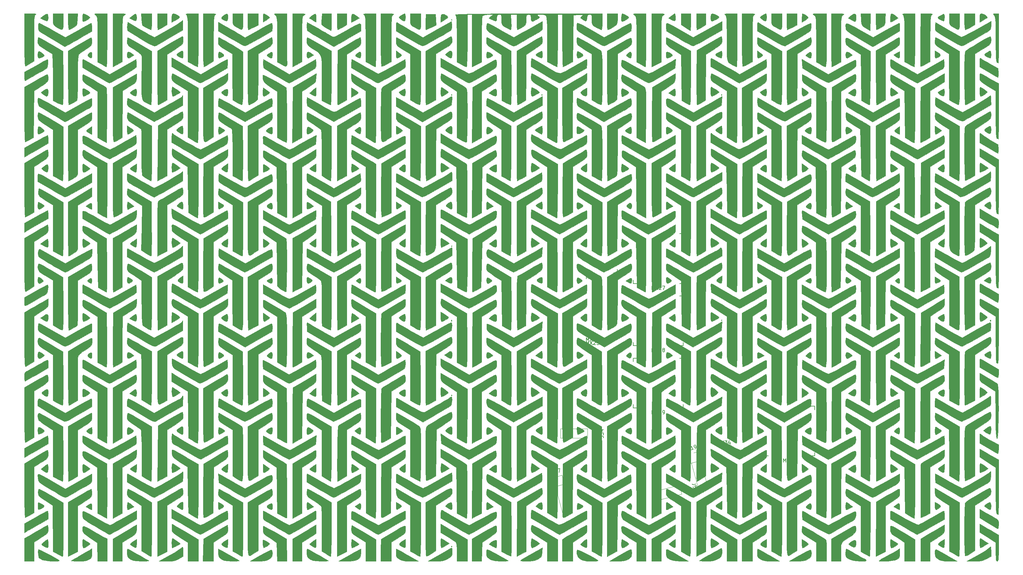
<source format=gbr>
G04 #@! TF.GenerationSoftware,KiCad,Pcbnew,(5.1.4)-1*
G04 #@! TF.CreationDate,2023-01-08T18:51:13-05:00*
G04 #@! TF.ProjectId,ThumbsUp,5468756d-6273-4557-902e-6b696361645f,rev?*
G04 #@! TF.SameCoordinates,Original*
G04 #@! TF.FileFunction,Legend,Top*
G04 #@! TF.FilePolarity,Positive*
%FSLAX46Y46*%
G04 Gerber Fmt 4.6, Leading zero omitted, Abs format (unit mm)*
G04 Created by KiCad (PCBNEW (5.1.4)-1) date 2023-01-08 18:51:13*
%MOMM*%
%LPD*%
G04 APERTURE LIST*
%ADD10C,0.010000*%
%ADD11C,0.150000*%
%ADD12C,0.120000*%
G04 APERTURE END LIST*
D10*
G36*
X124423158Y-334735789D02*
G01*
X124289474Y-334869473D01*
X124155790Y-334735789D01*
X124289474Y-334602105D01*
X124423158Y-334735789D01*
X124423158Y-334735789D01*
G37*
X124423158Y-334735789D02*
X124289474Y-334869473D01*
X124155790Y-334735789D01*
X124289474Y-334602105D01*
X124423158Y-334735789D01*
G36*
X262843010Y-333224160D02*
G01*
X262913611Y-333775187D01*
X262920000Y-334045087D01*
X262884119Y-334789296D01*
X262699119Y-335070217D01*
X262248965Y-334956416D01*
X261783684Y-334716545D01*
X261260354Y-334397648D01*
X261075105Y-334131070D01*
X261267414Y-333846546D01*
X261876762Y-333473812D01*
X262719474Y-333051035D01*
X262843010Y-333224160D01*
X262843010Y-333224160D01*
G37*
X262843010Y-333224160D02*
X262913611Y-333775187D01*
X262920000Y-334045087D01*
X262884119Y-334789296D01*
X262699119Y-335070217D01*
X262248965Y-334956416D01*
X261783684Y-334716545D01*
X261260354Y-334397648D01*
X261075105Y-334131070D01*
X261267414Y-333846546D01*
X261876762Y-333473812D01*
X262719474Y-333051035D01*
X262843010Y-333224160D01*
G36*
X212844434Y-333235226D02*
G01*
X212916824Y-333828068D01*
X212922105Y-334067368D01*
X212842098Y-334825429D01*
X212567598Y-335106844D01*
X212046884Y-334932841D01*
X211589258Y-334614446D01*
X211167852Y-334233629D01*
X211048484Y-334003510D01*
X211054521Y-333996997D01*
X211571870Y-333620723D01*
X212161543Y-333254509D01*
X212614800Y-333024008D01*
X212714228Y-332997895D01*
X212844434Y-333235226D01*
X212844434Y-333235226D01*
G37*
X212844434Y-333235226D02*
X212916824Y-333828068D01*
X212922105Y-334067368D01*
X212842098Y-334825429D01*
X212567598Y-335106844D01*
X212046884Y-334932841D01*
X211589258Y-334614446D01*
X211167852Y-334233629D01*
X211048484Y-334003510D01*
X211054521Y-333996997D01*
X211571870Y-333620723D01*
X212161543Y-333254509D01*
X212614800Y-333024008D01*
X212714228Y-332997895D01*
X212844434Y-333235226D01*
G36*
X198238829Y-333122603D02*
G01*
X198867115Y-333420034D01*
X199372476Y-333775144D01*
X199553684Y-334048598D01*
X199336444Y-334264767D01*
X198812963Y-334576722D01*
X198175599Y-334887011D01*
X197616711Y-335098180D01*
X197405666Y-335136842D01*
X197243913Y-334899623D01*
X197153951Y-334307028D01*
X197147369Y-334067368D01*
X197191404Y-333368940D01*
X197371484Y-333059966D01*
X197691512Y-332997895D01*
X198238829Y-333122603D01*
X198238829Y-333122603D01*
G37*
X198238829Y-333122603D02*
X198867115Y-333420034D01*
X199372476Y-333775144D01*
X199553684Y-334048598D01*
X199336444Y-334264767D01*
X198812963Y-334576722D01*
X198175599Y-334887011D01*
X197616711Y-335098180D01*
X197405666Y-335136842D01*
X197243913Y-334899623D01*
X197153951Y-334307028D01*
X197147369Y-334067368D01*
X197191404Y-333368940D01*
X197371484Y-333059966D01*
X197691512Y-332997895D01*
X198238829Y-333122603D01*
G36*
X187179801Y-333235675D02*
G01*
X187249636Y-333827952D01*
X187254737Y-334067368D01*
X187220735Y-334788192D01*
X187042259Y-335067381D01*
X186604603Y-334964862D01*
X186065366Y-334688747D01*
X185277048Y-334262062D01*
X186065366Y-333631306D01*
X186626862Y-333220573D01*
X187012152Y-333007503D01*
X187054211Y-332999223D01*
X187179801Y-333235675D01*
X187179801Y-333235675D01*
G37*
X187179801Y-333235675D02*
X187249636Y-333827952D01*
X187254737Y-334067368D01*
X187220735Y-334788192D01*
X187042259Y-335067381D01*
X186604603Y-334964862D01*
X186065366Y-334688747D01*
X185277048Y-334262062D01*
X186065366Y-333631306D01*
X186626862Y-333220573D01*
X187012152Y-333007503D01*
X187054211Y-332999223D01*
X187179801Y-333235675D01*
G36*
X111244434Y-333235226D02*
G01*
X111316824Y-333828068D01*
X111322105Y-334067368D01*
X111242098Y-334825429D01*
X110967598Y-335106844D01*
X110446884Y-334932841D01*
X109989258Y-334614446D01*
X109567852Y-334233629D01*
X109448484Y-334003510D01*
X109454521Y-333996997D01*
X109971870Y-333620723D01*
X110561543Y-333254509D01*
X111014800Y-333024008D01*
X111114228Y-332997895D01*
X111244434Y-333235226D01*
X111244434Y-333235226D01*
G37*
X111244434Y-333235226D02*
X111316824Y-333828068D01*
X111322105Y-334067368D01*
X111242098Y-334825429D01*
X110967598Y-335106844D01*
X110446884Y-334932841D01*
X109989258Y-334614446D01*
X109567852Y-334233629D01*
X109448484Y-334003510D01*
X109454521Y-333996997D01*
X109971870Y-333620723D01*
X110561543Y-333254509D01*
X111014800Y-333024008D01*
X111114228Y-332997895D01*
X111244434Y-333235226D01*
G36*
X61314161Y-333508609D02*
G01*
X61324211Y-334067368D01*
X61260843Y-334795672D01*
X61006267Y-335075812D01*
X60463770Y-334961543D01*
X60054211Y-334773244D01*
X59548309Y-334399867D01*
X59554133Y-334005544D01*
X60077056Y-333549823D01*
X60229148Y-333456594D01*
X60885204Y-333100684D01*
X61207377Y-333095992D01*
X61314161Y-333508609D01*
X61314161Y-333508609D01*
G37*
X61314161Y-333508609D02*
X61324211Y-334067368D01*
X61260843Y-334795672D01*
X61006267Y-335075812D01*
X60463770Y-334961543D01*
X60054211Y-334773244D01*
X59548309Y-334399867D01*
X59554133Y-334005544D01*
X60077056Y-333549823D01*
X60229148Y-333456594D01*
X60885204Y-333100684D01*
X61207377Y-333095992D01*
X61314161Y-333508609D01*
G36*
X35626697Y-333471043D02*
G01*
X35656842Y-334067368D01*
X35622799Y-334788368D01*
X35444184Y-335067462D01*
X35006270Y-334964685D01*
X34468431Y-334689250D01*
X33681073Y-334263068D01*
X34416499Y-333630481D01*
X35074344Y-333135800D01*
X35455661Y-333074876D01*
X35626697Y-333471043D01*
X35626697Y-333471043D01*
G37*
X35626697Y-333471043D02*
X35656842Y-334067368D01*
X35622799Y-334788368D01*
X35444184Y-335067462D01*
X35006270Y-334964685D01*
X34468431Y-334689250D01*
X33681073Y-334263068D01*
X34416499Y-333630481D01*
X35074344Y-333135800D01*
X35455661Y-333074876D01*
X35626697Y-333471043D01*
G36*
X10744625Y-333432245D02*
G01*
X10791579Y-334067368D01*
X10734204Y-334777636D01*
X10499756Y-335069215D01*
X9994749Y-334981773D01*
X9354833Y-334676992D01*
X8586507Y-334273865D01*
X9354833Y-333645495D01*
X10080371Y-333135130D01*
X10526014Y-333058872D01*
X10744625Y-333432245D01*
X10744625Y-333432245D01*
G37*
X10744625Y-333432245D02*
X10791579Y-334067368D01*
X10734204Y-334777636D01*
X10499756Y-335069215D01*
X9994749Y-334981773D01*
X9354833Y-334676992D01*
X8586507Y-334273865D01*
X9354833Y-333645495D01*
X10080371Y-333135130D01*
X10526014Y-333058872D01*
X10744625Y-333432245D01*
G36*
X273906529Y-333129176D02*
G01*
X274423440Y-333439745D01*
X274829885Y-333804693D01*
X274965405Y-334099109D01*
X274927659Y-334156261D01*
X274650790Y-334334735D01*
X274084085Y-334682484D01*
X273815263Y-334844850D01*
X272812632Y-335447823D01*
X272812632Y-334222859D01*
X272840984Y-333470229D01*
X272974143Y-333110372D01*
X273284260Y-333002320D01*
X273439614Y-332997895D01*
X273906529Y-333129176D01*
X273906529Y-333129176D01*
G37*
X273906529Y-333129176D02*
X274423440Y-333439745D01*
X274829885Y-333804693D01*
X274965405Y-334099109D01*
X274927659Y-334156261D01*
X274650790Y-334334735D01*
X274084085Y-334682484D01*
X273815263Y-334844850D01*
X272812632Y-335447823D01*
X272812632Y-334222859D01*
X272840984Y-333470229D01*
X272974143Y-333110372D01*
X273284260Y-333002320D01*
X273439614Y-332997895D01*
X273906529Y-333129176D01*
G36*
X248526369Y-333138008D02*
G01*
X249173016Y-333617840D01*
X249893746Y-334237785D01*
X248905274Y-334820998D01*
X248273663Y-335178863D01*
X247861843Y-335384680D01*
X247798401Y-335404210D01*
X247727761Y-335165019D01*
X247685411Y-334559901D01*
X247680000Y-334201052D01*
X247761249Y-333364838D01*
X248030580Y-333015487D01*
X248526369Y-333138008D01*
X248526369Y-333138008D01*
G37*
X248526369Y-333138008D02*
X249173016Y-333617840D01*
X249893746Y-334237785D01*
X248905274Y-334820998D01*
X248273663Y-335178863D01*
X247861843Y-335384680D01*
X247798401Y-335404210D01*
X247727761Y-335165019D01*
X247685411Y-334559901D01*
X247680000Y-334201052D01*
X247761249Y-333364838D01*
X248030580Y-333015487D01*
X248526369Y-333138008D01*
G36*
X238009551Y-333435648D02*
G01*
X238054737Y-334051589D01*
X238008605Y-334747500D01*
X237893878Y-335173135D01*
X237854211Y-335215856D01*
X237518529Y-335161517D01*
X236931363Y-334889589D01*
X236745624Y-334783127D01*
X235837564Y-334239827D01*
X236611940Y-333620189D01*
X237342209Y-333120400D01*
X237790613Y-333053664D01*
X238009551Y-333435648D01*
X238009551Y-333435648D01*
G37*
X238009551Y-333435648D02*
X238054737Y-334051589D01*
X238008605Y-334747500D01*
X237893878Y-335173135D01*
X237854211Y-335215856D01*
X237518529Y-335161517D01*
X236931363Y-334889589D01*
X236745624Y-334783127D01*
X235837564Y-334239827D01*
X236611940Y-333620189D01*
X237342209Y-333120400D01*
X237790613Y-333053664D01*
X238009551Y-333435648D01*
G36*
X223364805Y-333132967D02*
G01*
X223895715Y-333449965D01*
X224376361Y-333816561D01*
X224616366Y-334100424D01*
X224617466Y-334140235D01*
X224361824Y-334415623D01*
X223823190Y-334815801D01*
X223679115Y-334909437D01*
X222814737Y-335456722D01*
X222814737Y-334227308D01*
X222845759Y-333500491D01*
X222924415Y-333059280D01*
X222974010Y-332997895D01*
X223364805Y-333132967D01*
X223364805Y-333132967D01*
G37*
X223364805Y-333132967D02*
X223895715Y-333449965D01*
X224376361Y-333816561D01*
X224616366Y-334100424D01*
X224617466Y-334140235D01*
X224361824Y-334415623D01*
X223823190Y-334815801D01*
X223679115Y-334909437D01*
X222814737Y-335456722D01*
X222814737Y-334227308D01*
X222845759Y-333500491D01*
X222924415Y-333059280D01*
X222974010Y-332997895D01*
X223364805Y-333132967D01*
G36*
X172730717Y-333124023D02*
G01*
X173311477Y-333422483D01*
X173848914Y-333773392D01*
X174141973Y-334056864D01*
X174153684Y-334098605D01*
X173945824Y-334353143D01*
X173450220Y-334694095D01*
X172858835Y-335014471D01*
X172363634Y-335207282D01*
X172170776Y-335203758D01*
X172042306Y-334830076D01*
X172011847Y-334214026D01*
X172066245Y-333567524D01*
X172192346Y-333102487D01*
X172307695Y-332997895D01*
X172730717Y-333124023D01*
X172730717Y-333124023D01*
G37*
X172730717Y-333124023D02*
X173311477Y-333422483D01*
X173848914Y-333773392D01*
X174141973Y-334056864D01*
X174153684Y-334098605D01*
X173945824Y-334353143D01*
X173450220Y-334694095D01*
X172858835Y-335014471D01*
X172363634Y-335207282D01*
X172170776Y-335203758D01*
X172042306Y-334830076D01*
X172011847Y-334214026D01*
X172066245Y-333567524D01*
X172192346Y-333102487D01*
X172307695Y-332997895D01*
X172730717Y-333124023D01*
G36*
X122116329Y-333168962D02*
G01*
X122463909Y-333316996D01*
X123074844Y-333697333D01*
X123200762Y-334055770D01*
X122833132Y-334462359D01*
X122281972Y-334810615D01*
X121214737Y-335420177D01*
X121214737Y-334358499D01*
X121296535Y-333508639D01*
X121578687Y-333127450D01*
X122116329Y-333168962D01*
X122116329Y-333168962D01*
G37*
X122116329Y-333168962D02*
X122463909Y-333316996D01*
X123074844Y-333697333D01*
X123200762Y-334055770D01*
X122833132Y-334462359D01*
X122281972Y-334810615D01*
X121214737Y-335420177D01*
X121214737Y-334358499D01*
X121296535Y-333508639D01*
X121578687Y-333127450D01*
X122116329Y-333168962D01*
G36*
X96854023Y-333149762D02*
G01*
X97541779Y-333633646D01*
X98333032Y-334266741D01*
X97207569Y-334840910D01*
X96082105Y-335415078D01*
X96082105Y-334206486D01*
X96148212Y-333384863D01*
X96385855Y-333040338D01*
X96854023Y-333149762D01*
X96854023Y-333149762D01*
G37*
X96854023Y-333149762D02*
X97541779Y-333633646D01*
X98333032Y-334266741D01*
X97207569Y-334840910D01*
X96082105Y-335415078D01*
X96082105Y-334206486D01*
X96148212Y-333384863D01*
X96385855Y-333040338D01*
X96854023Y-333149762D01*
G36*
X86156816Y-333505870D02*
G01*
X86189474Y-334201052D01*
X86176234Y-334913315D01*
X86142727Y-335332832D01*
X86122632Y-335382060D01*
X85875569Y-335241720D01*
X85341687Y-334919050D01*
X85148043Y-334800052D01*
X84240297Y-334240194D01*
X84962426Y-333619044D01*
X85611595Y-333132213D01*
X85987231Y-333083820D01*
X86156816Y-333505870D01*
X86156816Y-333505870D01*
G37*
X86156816Y-333505870D02*
X86189474Y-334201052D01*
X86176234Y-334913315D01*
X86142727Y-335332832D01*
X86122632Y-335382060D01*
X85875569Y-335241720D01*
X85341687Y-334919050D01*
X85148043Y-334800052D01*
X84240297Y-334240194D01*
X84962426Y-333619044D01*
X85611595Y-333132213D01*
X85987231Y-333083820D01*
X86156816Y-333505870D01*
G36*
X71737625Y-333129269D02*
G01*
X72276051Y-333436850D01*
X72789451Y-333790823D01*
X73075878Y-334061373D01*
X73088421Y-334098605D01*
X72880015Y-334336567D01*
X72359649Y-334707353D01*
X72152632Y-334834047D01*
X71216842Y-335386176D01*
X71216842Y-334192035D01*
X71248725Y-333477395D01*
X71329323Y-333050799D01*
X71376116Y-332997895D01*
X71737625Y-333129269D01*
X71737625Y-333129269D01*
G37*
X71737625Y-333129269D02*
X72276051Y-333436850D01*
X72789451Y-333790823D01*
X73075878Y-334061373D01*
X73088421Y-334098605D01*
X72880015Y-334336567D01*
X72359649Y-334707353D01*
X72152632Y-334834047D01*
X71216842Y-335386176D01*
X71216842Y-334192035D01*
X71248725Y-333477395D01*
X71329323Y-333050799D01*
X71376116Y-332997895D01*
X71737625Y-333129269D01*
G36*
X46723303Y-333159271D02*
G01*
X47309332Y-333502140D01*
X47673953Y-333847080D01*
X47712084Y-334135276D01*
X47372234Y-334451946D01*
X46602911Y-334882306D01*
X46418421Y-334976608D01*
X45549474Y-335417942D01*
X45549474Y-334207918D01*
X45582339Y-333456192D01*
X45723476Y-333099324D01*
X46036696Y-332999289D01*
X46108881Y-332997895D01*
X46723303Y-333159271D01*
X46723303Y-333159271D01*
G37*
X46723303Y-333159271D02*
X47309332Y-333502140D01*
X47673953Y-333847080D01*
X47712084Y-334135276D01*
X47372234Y-334451946D01*
X46602911Y-334882306D01*
X46418421Y-334976608D01*
X45549474Y-335417942D01*
X45549474Y-334207918D01*
X45582339Y-333456192D01*
X45723476Y-333099324D01*
X46036696Y-332999289D01*
X46108881Y-332997895D01*
X46723303Y-333159271D01*
G36*
X21132823Y-333124023D02*
G01*
X21713582Y-333422483D01*
X22251020Y-333773392D01*
X22544078Y-334056864D01*
X22555790Y-334098605D01*
X22347929Y-334353143D01*
X21852325Y-334694095D01*
X21260940Y-335014471D01*
X20765740Y-335207282D01*
X20572881Y-335203758D01*
X20444411Y-334830076D01*
X20413952Y-334214026D01*
X20468350Y-333567524D01*
X20594451Y-333102487D01*
X20709800Y-332997895D01*
X21132823Y-333124023D01*
X21132823Y-333124023D01*
G37*
X21132823Y-333124023D02*
X21713582Y-333422483D01*
X22251020Y-333773392D01*
X22544078Y-334056864D01*
X22555790Y-334098605D01*
X22347929Y-334353143D01*
X21852325Y-334694095D01*
X21260940Y-335014471D01*
X20765740Y-335207282D01*
X20572881Y-335203758D01*
X20444411Y-334830076D01*
X20413952Y-334214026D01*
X20468350Y-333567524D01*
X20594451Y-333102487D01*
X20709800Y-332997895D01*
X21132823Y-333124023D01*
G36*
X271475790Y-336160598D02*
G01*
X270238956Y-336851878D01*
X269499792Y-337242055D01*
X268946073Y-337492718D01*
X268768429Y-337543158D01*
X268662827Y-337296314D01*
X268582060Y-336637603D01*
X268538750Y-335689753D01*
X268534737Y-335270526D01*
X268534737Y-332997895D01*
X271475790Y-332997895D01*
X271475790Y-336160598D01*
X271475790Y-336160598D01*
G37*
X271475790Y-336160598D02*
X270238956Y-336851878D01*
X269499792Y-337242055D01*
X268946073Y-337492718D01*
X268768429Y-337543158D01*
X268662827Y-337296314D01*
X268582060Y-336637603D01*
X268538750Y-335689753D01*
X268534737Y-335270526D01*
X268534737Y-332997895D01*
X271475790Y-332997895D01*
X271475790Y-336160598D01*
G36*
X267197895Y-335270526D02*
G01*
X267183111Y-336453972D01*
X267093720Y-337161028D01*
X266862165Y-337449994D01*
X266420887Y-337379172D01*
X265702328Y-337006862D01*
X265393158Y-336827960D01*
X264761060Y-336438291D01*
X264421710Y-336091299D01*
X264284042Y-335606996D01*
X264256992Y-334805396D01*
X264256842Y-334582073D01*
X264256842Y-332997895D01*
X267197895Y-332997895D01*
X267197895Y-335270526D01*
X267197895Y-335270526D01*
G37*
X267197895Y-335270526D02*
X267183111Y-336453972D01*
X267093720Y-337161028D01*
X266862165Y-337449994D01*
X266420887Y-337379172D01*
X265702328Y-337006862D01*
X265393158Y-336827960D01*
X264761060Y-336438291D01*
X264421710Y-336091299D01*
X264284042Y-335606996D01*
X264256992Y-334805396D01*
X264256842Y-334582073D01*
X264256842Y-332997895D01*
X267197895Y-332997895D01*
X267197895Y-335270526D01*
G36*
X246289074Y-334629512D02*
G01*
X246228648Y-335537384D01*
X246096433Y-336085859D01*
X245798315Y-336449809D01*
X245240179Y-336804109D01*
X245065981Y-336902144D01*
X244379051Y-337273980D01*
X243906260Y-337505294D01*
X243795981Y-337543158D01*
X243738810Y-337296270D01*
X243695086Y-336637451D01*
X243671643Y-335689462D01*
X243669474Y-335270526D01*
X243669474Y-332997895D01*
X246368674Y-332997895D01*
X246289074Y-334629512D01*
X246289074Y-334629512D01*
G37*
X246289074Y-334629512D02*
X246228648Y-335537384D01*
X246096433Y-336085859D01*
X245798315Y-336449809D01*
X245240179Y-336804109D01*
X245065981Y-336902144D01*
X244379051Y-337273980D01*
X243906260Y-337505294D01*
X243795981Y-337543158D01*
X243738810Y-337296270D01*
X243695086Y-336637451D01*
X243671643Y-335689462D01*
X243669474Y-335270526D01*
X243669474Y-332997895D01*
X246368674Y-332997895D01*
X246289074Y-334629512D01*
G36*
X221477895Y-336197307D02*
G01*
X220149941Y-336870233D01*
X219396700Y-337239965D01*
X218853507Y-337484384D01*
X218679415Y-337543158D01*
X218614983Y-337296275D01*
X218565707Y-336637468D01*
X218539288Y-335689495D01*
X218536842Y-335270526D01*
X218536842Y-332997895D01*
X221477895Y-332997895D01*
X221477895Y-336197307D01*
X221477895Y-336197307D01*
G37*
X221477895Y-336197307D02*
X220149941Y-336870233D01*
X219396700Y-337239965D01*
X218853507Y-337484384D01*
X218679415Y-337543158D01*
X218614983Y-337296275D01*
X218565707Y-336637468D01*
X218539288Y-335689495D01*
X218536842Y-335270526D01*
X218536842Y-332997895D01*
X221477895Y-332997895D01*
X221477895Y-336197307D01*
G36*
X217200000Y-335270526D02*
G01*
X217185216Y-336453972D01*
X217095825Y-337161028D01*
X216864270Y-337449994D01*
X216422992Y-337379172D01*
X215704433Y-337006862D01*
X215395263Y-336827960D01*
X214763165Y-336438291D01*
X214423815Y-336091299D01*
X214286148Y-335606996D01*
X214259097Y-334805396D01*
X214258947Y-334582073D01*
X214258947Y-332997895D01*
X217200000Y-332997895D01*
X217200000Y-335270526D01*
X217200000Y-335270526D01*
G37*
X217200000Y-335270526D02*
X217185216Y-336453972D01*
X217095825Y-337161028D01*
X216864270Y-337449994D01*
X216422992Y-337379172D01*
X215704433Y-337006862D01*
X215395263Y-336827960D01*
X214763165Y-336438291D01*
X214423815Y-336091299D01*
X214286148Y-335606996D01*
X214259097Y-334805396D01*
X214258947Y-334582073D01*
X214258947Y-332997895D01*
X217200000Y-332997895D01*
X217200000Y-335270526D01*
G36*
X195810526Y-336155504D02*
G01*
X194626600Y-336849331D01*
X193924874Y-337244506D01*
X193425991Y-337495783D01*
X193289758Y-337543158D01*
X193220653Y-337296279D01*
X193167802Y-336637480D01*
X193139465Y-335689518D01*
X193136842Y-335270526D01*
X193136842Y-332997895D01*
X195810526Y-332997895D01*
X195810526Y-336155504D01*
X195810526Y-336155504D01*
G37*
X195810526Y-336155504D02*
X194626600Y-336849331D01*
X193924874Y-337244506D01*
X193425991Y-337495783D01*
X193289758Y-337543158D01*
X193220653Y-337296279D01*
X193167802Y-336637480D01*
X193139465Y-335689518D01*
X193136842Y-335270526D01*
X193136842Y-332997895D01*
X195810526Y-332997895D01*
X195810526Y-336155504D01*
G36*
X170945263Y-334426982D02*
G01*
X170873091Y-335456703D01*
X170636309Y-336088301D01*
X170477369Y-336266319D01*
X169985687Y-336619619D01*
X169310326Y-337021438D01*
X168648362Y-337363602D01*
X168196874Y-337537935D01*
X168151172Y-337543158D01*
X168084757Y-337296277D01*
X168033964Y-336637473D01*
X168006731Y-335689504D01*
X168004211Y-335270526D01*
X168004211Y-332997895D01*
X170945263Y-332997895D01*
X170945263Y-334426982D01*
X170945263Y-334426982D01*
G37*
X170945263Y-334426982D02*
X170873091Y-335456703D01*
X170636309Y-336088301D01*
X170477369Y-336266319D01*
X169985687Y-336619619D01*
X169310326Y-337021438D01*
X168648362Y-337363602D01*
X168196874Y-337537935D01*
X168151172Y-337543158D01*
X168084757Y-337296277D01*
X168033964Y-336637473D01*
X168006731Y-335689504D01*
X168004211Y-335270526D01*
X168004211Y-332997895D01*
X170945263Y-332997895D01*
X170945263Y-334426982D01*
G36*
X119824064Y-334657850D02*
G01*
X119903918Y-336184120D01*
X118562953Y-336863639D01*
X117803670Y-337235630D01*
X117251601Y-337482447D01*
X117068602Y-337543158D01*
X117007053Y-337296862D01*
X116976829Y-336640900D01*
X116982200Y-335699655D01*
X116992871Y-335337368D01*
X117070526Y-333131579D01*
X119744211Y-333131579D01*
X119824064Y-334657850D01*
X119824064Y-334657850D01*
G37*
X119824064Y-334657850D02*
X119903918Y-336184120D01*
X118562953Y-336863639D01*
X117803670Y-337235630D01*
X117251601Y-337482447D01*
X117068602Y-337543158D01*
X117007053Y-337296862D01*
X116976829Y-336640900D01*
X116982200Y-335699655D01*
X116992871Y-335337368D01*
X117070526Y-333131579D01*
X119744211Y-333131579D01*
X119824064Y-334657850D01*
G36*
X115600000Y-335270526D02*
G01*
X115585216Y-336453972D01*
X115495825Y-337161028D01*
X115264270Y-337449994D01*
X114822992Y-337379172D01*
X114104433Y-337006862D01*
X113795263Y-336827960D01*
X113163165Y-336438291D01*
X112823815Y-336091299D01*
X112686148Y-335606996D01*
X112659097Y-334805396D01*
X112658947Y-334582073D01*
X112658947Y-332997895D01*
X115600000Y-332997895D01*
X115600000Y-335270526D01*
X115600000Y-335270526D01*
G37*
X115600000Y-335270526D02*
X115585216Y-336453972D01*
X115495825Y-337161028D01*
X115264270Y-337449994D01*
X114822992Y-337379172D01*
X114104433Y-337006862D01*
X113795263Y-336827960D01*
X113163165Y-336438291D01*
X112823815Y-336091299D01*
X112686148Y-335606996D01*
X112659097Y-334805396D01*
X112658947Y-334582073D01*
X112658947Y-332997895D01*
X115600000Y-332997895D01*
X115600000Y-335270526D01*
G36*
X94745263Y-336155504D02*
G01*
X93561337Y-336849331D01*
X92859611Y-337244506D01*
X92360728Y-337495783D01*
X92224495Y-337543158D01*
X92155390Y-337296279D01*
X92102539Y-336637480D01*
X92074202Y-335689518D01*
X92071579Y-335270526D01*
X92071579Y-332997895D01*
X94745263Y-332997895D01*
X94745263Y-336155504D01*
X94745263Y-336155504D01*
G37*
X94745263Y-336155504D02*
X93561337Y-336849331D01*
X92859611Y-337244506D01*
X92360728Y-337495783D01*
X92224495Y-337543158D01*
X92155390Y-337296279D01*
X92102539Y-336637480D01*
X92074202Y-335689518D01*
X92071579Y-335270526D01*
X92071579Y-332997895D01*
X94745263Y-332997895D01*
X94745263Y-336155504D01*
G36*
X69880000Y-336197307D02*
G01*
X68552046Y-336870233D01*
X67798806Y-337239965D01*
X67255612Y-337484384D01*
X67081520Y-337543158D01*
X67017089Y-337296275D01*
X66967812Y-336637468D01*
X66941393Y-335689495D01*
X66938947Y-335270526D01*
X66938947Y-332997895D01*
X69880000Y-332997895D01*
X69880000Y-336197307D01*
X69880000Y-336197307D01*
G37*
X69880000Y-336197307D02*
X68552046Y-336870233D01*
X67798806Y-337239965D01*
X67255612Y-337484384D01*
X67081520Y-337543158D01*
X67017089Y-337296275D01*
X66967812Y-336637468D01*
X66941393Y-335689495D01*
X66938947Y-335270526D01*
X66938947Y-332997895D01*
X69880000Y-332997895D01*
X69880000Y-336197307D01*
G36*
X65602105Y-335270526D02*
G01*
X65587321Y-336453972D01*
X65497931Y-337161028D01*
X65266375Y-337449994D01*
X64825097Y-337379172D01*
X64106538Y-337006862D01*
X63797369Y-336827960D01*
X63165270Y-336438291D01*
X62825920Y-336091299D01*
X62688253Y-335606996D01*
X62661203Y-334805396D01*
X62661053Y-334582073D01*
X62661053Y-332997895D01*
X65602105Y-332997895D01*
X65602105Y-335270526D01*
X65602105Y-335270526D01*
G37*
X65602105Y-335270526D02*
X65587321Y-336453972D01*
X65497931Y-337161028D01*
X65266375Y-337449994D01*
X64825097Y-337379172D01*
X64106538Y-337006862D01*
X63797369Y-336827960D01*
X63165270Y-336438291D01*
X62825920Y-336091299D01*
X62688253Y-335606996D01*
X62661203Y-334805396D01*
X62661053Y-334582073D01*
X62661053Y-332997895D01*
X65602105Y-332997895D01*
X65602105Y-335270526D01*
G36*
X44212632Y-336160598D02*
G01*
X42975798Y-336851878D01*
X42265963Y-337238962D01*
X41772794Y-337489825D01*
X41638956Y-337543158D01*
X41593759Y-337296263D01*
X41559194Y-336637427D01*
X41540662Y-335689417D01*
X41538947Y-335270526D01*
X41538947Y-332997895D01*
X44212632Y-332997895D01*
X44212632Y-336160598D01*
X44212632Y-336160598D01*
G37*
X44212632Y-336160598D02*
X42975798Y-336851878D01*
X42265963Y-337238962D01*
X41772794Y-337489825D01*
X41638956Y-337543158D01*
X41593759Y-337296263D01*
X41559194Y-336637427D01*
X41540662Y-335689417D01*
X41538947Y-335270526D01*
X41538947Y-332997895D01*
X44212632Y-332997895D01*
X44212632Y-336160598D01*
G36*
X39934737Y-335270526D02*
G01*
X39912979Y-336295714D01*
X39854914Y-337077562D01*
X39771352Y-337494177D01*
X39734211Y-337531341D01*
X39393725Y-337410133D01*
X38769740Y-337118356D01*
X38464211Y-336963047D01*
X37799700Y-336609789D01*
X37367198Y-336365830D01*
X37294283Y-336317392D01*
X37224757Y-336024638D01*
X37145637Y-335354132D01*
X37085733Y-334613055D01*
X36977637Y-332997895D01*
X39934737Y-332997895D01*
X39934737Y-335270526D01*
X39934737Y-335270526D01*
G37*
X39934737Y-335270526D02*
X39912979Y-336295714D01*
X39854914Y-337077562D01*
X39771352Y-337494177D01*
X39734211Y-337531341D01*
X39393725Y-337410133D01*
X38769740Y-337118356D01*
X38464211Y-336963047D01*
X37799700Y-336609789D01*
X37367198Y-336365830D01*
X37294283Y-336317392D01*
X37224757Y-336024638D01*
X37145637Y-335354132D01*
X37085733Y-334613055D01*
X36977637Y-332997895D01*
X39934737Y-332997895D01*
X39934737Y-335270526D01*
G36*
X19025916Y-334661682D02*
G01*
X18965637Y-335581968D01*
X18838211Y-336138108D01*
X18557391Y-336500350D01*
X18036929Y-336838944D01*
X17876842Y-336929916D01*
X17195311Y-337293206D01*
X16711695Y-337511206D01*
X16606842Y-337538759D01*
X16516242Y-337293988D01*
X16446943Y-336637009D01*
X16409769Y-335690247D01*
X16406316Y-335270526D01*
X16406316Y-332997895D01*
X19105516Y-332997895D01*
X19025916Y-334661682D01*
X19025916Y-334661682D01*
G37*
X19025916Y-334661682D02*
X18965637Y-335581968D01*
X18838211Y-336138108D01*
X18557391Y-336500350D01*
X18036929Y-336838944D01*
X17876842Y-336929916D01*
X17195311Y-337293206D01*
X16711695Y-337511206D01*
X16606842Y-337538759D01*
X16516242Y-337293988D01*
X16446943Y-336637009D01*
X16409769Y-335690247D01*
X16406316Y-335270526D01*
X16406316Y-332997895D01*
X19105516Y-332997895D01*
X19025916Y-334661682D01*
G36*
X15069474Y-335270526D02*
G01*
X15052228Y-336465614D01*
X14957484Y-337182832D01*
X14720730Y-337478893D01*
X14277458Y-337410506D01*
X13563155Y-337034381D01*
X13264737Y-336857053D01*
X12633217Y-336456619D01*
X12293837Y-336102824D01*
X12155867Y-335614413D01*
X12128581Y-334810133D01*
X12128421Y-334586951D01*
X12128421Y-332997895D01*
X15069474Y-332997895D01*
X15069474Y-335270526D01*
X15069474Y-335270526D01*
G37*
X15069474Y-335270526D02*
X15052228Y-336465614D01*
X14957484Y-337182832D01*
X14720730Y-337478893D01*
X14277458Y-337410506D01*
X13563155Y-337034381D01*
X13264737Y-336857053D01*
X12633217Y-336456619D01*
X12293837Y-336102824D01*
X12155867Y-335614413D01*
X12128581Y-334810133D01*
X12128421Y-334586951D01*
X12128421Y-332997895D01*
X15069474Y-332997895D01*
X15069474Y-335270526D01*
G36*
X242065263Y-335404210D02*
G01*
X242058402Y-336460876D01*
X242040020Y-337276353D01*
X242013423Y-337732712D01*
X241998421Y-337789510D01*
X241752507Y-337651160D01*
X241193320Y-337318707D01*
X240728421Y-337037901D01*
X240068737Y-336615906D01*
X239701835Y-336248404D01*
X239531337Y-335756181D01*
X239460866Y-334960020D01*
X239445663Y-334652602D01*
X239366063Y-332997895D01*
X242065263Y-332997895D01*
X242065263Y-335404210D01*
X242065263Y-335404210D01*
G37*
X242065263Y-335404210D02*
X242058402Y-336460876D01*
X242040020Y-337276353D01*
X242013423Y-337732712D01*
X241998421Y-337789510D01*
X241752507Y-337651160D01*
X241193320Y-337318707D01*
X240728421Y-337037901D01*
X240068737Y-336615906D01*
X239701835Y-336248404D01*
X239531337Y-335756181D01*
X239460866Y-334960020D01*
X239445663Y-334652602D01*
X239366063Y-332997895D01*
X242065263Y-332997895D01*
X242065263Y-335404210D01*
G36*
X191532632Y-335404210D02*
G01*
X191525769Y-336461230D01*
X191507383Y-337277410D01*
X191480781Y-337734663D01*
X191465790Y-337791922D01*
X191222955Y-337650766D01*
X190665628Y-337305666D01*
X190128947Y-336967209D01*
X188858947Y-336161101D01*
X188858947Y-332997895D01*
X191532632Y-332997895D01*
X191532632Y-335404210D01*
X191532632Y-335404210D01*
G37*
X191532632Y-335404210D02*
X191525769Y-336461230D01*
X191507383Y-337277410D01*
X191480781Y-337734663D01*
X191465790Y-337791922D01*
X191222955Y-337650766D01*
X190665628Y-337305666D01*
X190128947Y-336967209D01*
X188858947Y-336161101D01*
X188858947Y-332997895D01*
X191532632Y-332997895D01*
X191532632Y-335404210D01*
G36*
X90467369Y-335404210D02*
G01*
X90460513Y-336459290D01*
X90442148Y-337271618D01*
X90415572Y-337723974D01*
X90400526Y-337778691D01*
X90149857Y-337642423D01*
X89575841Y-337325592D01*
X89066920Y-337043428D01*
X88340289Y-336603360D01*
X87834599Y-336228640D01*
X87696304Y-336070097D01*
X87661302Y-335666860D01*
X87685120Y-334929639D01*
X87727086Y-334399044D01*
X87861718Y-332997895D01*
X90467369Y-332997895D01*
X90467369Y-335404210D01*
X90467369Y-335404210D01*
G37*
X90467369Y-335404210D02*
X90460513Y-336459290D01*
X90442148Y-337271618D01*
X90415572Y-337723974D01*
X90400526Y-337778691D01*
X90149857Y-337642423D01*
X89575841Y-337325592D01*
X89066920Y-337043428D01*
X88340289Y-336603360D01*
X87834599Y-336228640D01*
X87696304Y-336070097D01*
X87661302Y-335666860D01*
X87685120Y-334929639D01*
X87727086Y-334399044D01*
X87861718Y-332997895D01*
X90467369Y-332997895D01*
X90467369Y-335404210D01*
G36*
X276021053Y-336295235D02*
G01*
X275999327Y-336951613D01*
X275865517Y-337394197D01*
X275516674Y-337766154D01*
X274849848Y-338210650D01*
X274483684Y-338433180D01*
X272625163Y-339540393D01*
X270992493Y-340482095D01*
X269635160Y-341231391D01*
X268602648Y-341761389D01*
X267944442Y-342045196D01*
X267761107Y-342086618D01*
X267386595Y-341954073D01*
X266651351Y-341591206D01*
X265649949Y-341048119D01*
X264476967Y-340374913D01*
X264033242Y-340111754D01*
X262833377Y-339386978D01*
X261790735Y-338743991D01*
X260995551Y-338239434D01*
X260538056Y-337929946D01*
X260473462Y-337877251D01*
X260326627Y-337463064D01*
X260284484Y-336755717D01*
X260296010Y-336533282D01*
X260380000Y-335450755D01*
X263855790Y-337455927D01*
X265092141Y-338166464D01*
X266172674Y-338782358D01*
X267008816Y-339253515D01*
X267511996Y-339529840D01*
X267607672Y-339577905D01*
X267945098Y-339494945D01*
X268681155Y-339166543D01*
X269756736Y-338623704D01*
X271112738Y-337897433D01*
X272690056Y-337018736D01*
X274429586Y-336018617D01*
X274751053Y-335830622D01*
X276021053Y-335086030D01*
X276021053Y-336295235D01*
X276021053Y-336295235D01*
G37*
X276021053Y-336295235D02*
X275999327Y-336951613D01*
X275865517Y-337394197D01*
X275516674Y-337766154D01*
X274849848Y-338210650D01*
X274483684Y-338433180D01*
X272625163Y-339540393D01*
X270992493Y-340482095D01*
X269635160Y-341231391D01*
X268602648Y-341761389D01*
X267944442Y-342045196D01*
X267761107Y-342086618D01*
X267386595Y-341954073D01*
X266651351Y-341591206D01*
X265649949Y-341048119D01*
X264476967Y-340374913D01*
X264033242Y-340111754D01*
X262833377Y-339386978D01*
X261790735Y-338743991D01*
X260995551Y-338239434D01*
X260538056Y-337929946D01*
X260473462Y-337877251D01*
X260326627Y-337463064D01*
X260284484Y-336755717D01*
X260296010Y-336533282D01*
X260380000Y-335450755D01*
X263855790Y-337455927D01*
X265092141Y-338166464D01*
X266172674Y-338782358D01*
X267008816Y-339253515D01*
X267511996Y-339529840D01*
X267607672Y-339577905D01*
X267945098Y-339494945D01*
X268681155Y-339166543D01*
X269756736Y-338623704D01*
X271112738Y-337897433D01*
X272690056Y-337018736D01*
X274429586Y-336018617D01*
X274751053Y-335830622D01*
X276021053Y-335086030D01*
X276021053Y-336295235D01*
G36*
X200344064Y-336429415D02*
G01*
X200332339Y-337676842D01*
X196497898Y-339882631D01*
X195181489Y-340622021D01*
X193997742Y-341253525D01*
X193035662Y-341732245D01*
X192384254Y-342013276D01*
X192164886Y-342068577D01*
X191768437Y-341929554D01*
X191010053Y-341560027D01*
X189983481Y-341009306D01*
X188782468Y-340326704D01*
X188190526Y-339978003D01*
X184714737Y-337907272D01*
X184632522Y-336789426D01*
X184643969Y-336004785D01*
X184818687Y-335678186D01*
X184861412Y-335671579D01*
X185191849Y-335797979D01*
X185896327Y-336146321D01*
X186886290Y-336670314D01*
X188073185Y-337323668D01*
X188721762Y-337689481D01*
X192271006Y-339707383D01*
X200355790Y-335181989D01*
X200344064Y-336429415D01*
X200344064Y-336429415D01*
G37*
X200344064Y-336429415D02*
X200332339Y-337676842D01*
X196497898Y-339882631D01*
X195181489Y-340622021D01*
X193997742Y-341253525D01*
X193035662Y-341732245D01*
X192384254Y-342013276D01*
X192164886Y-342068577D01*
X191768437Y-341929554D01*
X191010053Y-341560027D01*
X189983481Y-341009306D01*
X188782468Y-340326704D01*
X188190526Y-339978003D01*
X184714737Y-337907272D01*
X184632522Y-336789426D01*
X184643969Y-336004785D01*
X184818687Y-335678186D01*
X184861412Y-335671579D01*
X185191849Y-335797979D01*
X185896327Y-336146321D01*
X186886290Y-336670314D01*
X188073185Y-337323668D01*
X188721762Y-337689481D01*
X192271006Y-339707383D01*
X200355790Y-335181989D01*
X200344064Y-336429415D01*
G36*
X159937042Y-335667949D02*
G01*
X160602873Y-335982763D01*
X161563665Y-336484131D01*
X162736649Y-337129432D01*
X163532439Y-337582117D01*
X167215404Y-339702742D01*
X168612439Y-338934784D01*
X169506070Y-338438990D01*
X170656263Y-337794592D01*
X171855215Y-337118145D01*
X172205989Y-336919202D01*
X173185347Y-336377033D01*
X173996994Y-335953876D01*
X174524938Y-335708921D01*
X174650930Y-335671579D01*
X174794802Y-335909146D01*
X174862184Y-336506315D01*
X174860730Y-336800595D01*
X174822105Y-337929612D01*
X171212632Y-340004604D01*
X169942666Y-340720630D01*
X168815060Y-341330133D01*
X167919686Y-341786546D01*
X167346417Y-342043304D01*
X167202105Y-342082546D01*
X166794294Y-341954700D01*
X166070249Y-341612820D01*
X165168683Y-341123887D01*
X164929474Y-340985154D01*
X163202658Y-339971411D01*
X161880391Y-339191734D01*
X160909054Y-338604460D01*
X160235030Y-338167926D01*
X159804701Y-337840467D01*
X159564448Y-337580421D01*
X159460653Y-337346125D01*
X159439699Y-337095914D01*
X159447966Y-336788125D01*
X159448421Y-336726156D01*
X159495976Y-336037885D01*
X159613790Y-335619350D01*
X159648947Y-335582315D01*
X159937042Y-335667949D01*
X159937042Y-335667949D01*
G37*
X159937042Y-335667949D02*
X160602873Y-335982763D01*
X161563665Y-336484131D01*
X162736649Y-337129432D01*
X163532439Y-337582117D01*
X167215404Y-339702742D01*
X168612439Y-338934784D01*
X169506070Y-338438990D01*
X170656263Y-337794592D01*
X171855215Y-337118145D01*
X172205989Y-336919202D01*
X173185347Y-336377033D01*
X173996994Y-335953876D01*
X174524938Y-335708921D01*
X174650930Y-335671579D01*
X174794802Y-335909146D01*
X174862184Y-336506315D01*
X174860730Y-336800595D01*
X174822105Y-337929612D01*
X171212632Y-340004604D01*
X169942666Y-340720630D01*
X168815060Y-341330133D01*
X167919686Y-341786546D01*
X167346417Y-342043304D01*
X167202105Y-342082546D01*
X166794294Y-341954700D01*
X166070249Y-341612820D01*
X165168683Y-341123887D01*
X164929474Y-340985154D01*
X163202658Y-339971411D01*
X161880391Y-339191734D01*
X160909054Y-338604460D01*
X160235030Y-338167926D01*
X159804701Y-337840467D01*
X159564448Y-337580421D01*
X159460653Y-337346125D01*
X159439699Y-337095914D01*
X159447966Y-336788125D01*
X159448421Y-336726156D01*
X159495976Y-336037885D01*
X159613790Y-335619350D01*
X159648947Y-335582315D01*
X159937042Y-335667949D01*
G36*
X124374926Y-336285636D02*
G01*
X124373844Y-337074960D01*
X124171037Y-337551350D01*
X123870304Y-337809939D01*
X123133023Y-338282588D01*
X122139262Y-338879676D01*
X120986148Y-339547447D01*
X119770809Y-340232147D01*
X118590371Y-340880022D01*
X117541962Y-341437316D01*
X116722710Y-341850275D01*
X116229741Y-342065143D01*
X116148259Y-342083674D01*
X115782243Y-341952173D01*
X115048764Y-341592972D01*
X114038703Y-341053804D01*
X112842942Y-340382402D01*
X112203036Y-340011568D01*
X108672388Y-337944210D01*
X108660404Y-336658431D01*
X108690266Y-335939105D01*
X108779731Y-335526319D01*
X108848947Y-335483909D01*
X109139374Y-335650613D01*
X109806841Y-336036283D01*
X110765899Y-336591472D01*
X111931098Y-337266730D01*
X112572405Y-337638636D01*
X113799894Y-338346486D01*
X114856624Y-338947993D01*
X115659996Y-339396760D01*
X116127415Y-339646394D01*
X116210387Y-339682105D01*
X116469143Y-339556676D01*
X117114270Y-339209059D01*
X118067794Y-338682256D01*
X119251742Y-338019270D01*
X120307456Y-337422538D01*
X124289474Y-335162972D01*
X124374926Y-336285636D01*
X124374926Y-336285636D01*
G37*
X124374926Y-336285636D02*
X124373844Y-337074960D01*
X124171037Y-337551350D01*
X123870304Y-337809939D01*
X123133023Y-338282588D01*
X122139262Y-338879676D01*
X120986148Y-339547447D01*
X119770809Y-340232147D01*
X118590371Y-340880022D01*
X117541962Y-341437316D01*
X116722710Y-341850275D01*
X116229741Y-342065143D01*
X116148259Y-342083674D01*
X115782243Y-341952173D01*
X115048764Y-341592972D01*
X114038703Y-341053804D01*
X112842942Y-340382402D01*
X112203036Y-340011568D01*
X108672388Y-337944210D01*
X108660404Y-336658431D01*
X108690266Y-335939105D01*
X108779731Y-335526319D01*
X108848947Y-335483909D01*
X109139374Y-335650613D01*
X109806841Y-336036283D01*
X110765899Y-336591472D01*
X111931098Y-337266730D01*
X112572405Y-337638636D01*
X113799894Y-338346486D01*
X114856624Y-338947993D01*
X115659996Y-339396760D01*
X116127415Y-339646394D01*
X116210387Y-339682105D01*
X116469143Y-339556676D01*
X117114270Y-339209059D01*
X118067794Y-338682256D01*
X119251742Y-338019270D01*
X120307456Y-337422538D01*
X124289474Y-335162972D01*
X124374926Y-336285636D01*
G36*
X59519474Y-335890735D02*
G01*
X60333873Y-336373066D01*
X61257844Y-336900787D01*
X61457895Y-337012152D01*
X62231902Y-337447252D01*
X63252278Y-338030242D01*
X64304212Y-338638355D01*
X64350400Y-338665247D01*
X66173432Y-339727062D01*
X69801483Y-337699320D01*
X71064972Y-337001581D01*
X72169434Y-336407554D01*
X73028772Y-335962306D01*
X73556890Y-335710901D01*
X73675403Y-335671579D01*
X73808306Y-335908310D01*
X73852010Y-336503704D01*
X73839057Y-336801990D01*
X73756842Y-337932401D01*
X70147369Y-340005999D01*
X68877340Y-340721423D01*
X67749690Y-341330108D01*
X66854306Y-341785569D01*
X66281074Y-342041320D01*
X66136842Y-342080023D01*
X65775771Y-341950465D01*
X65046691Y-341593158D01*
X64040034Y-341055627D01*
X62846232Y-340385395D01*
X62202223Y-340012331D01*
X58668655Y-337944210D01*
X58659591Y-336652404D01*
X58650526Y-335360597D01*
X59519474Y-335890735D01*
X59519474Y-335890735D01*
G37*
X59519474Y-335890735D02*
X60333873Y-336373066D01*
X61257844Y-336900787D01*
X61457895Y-337012152D01*
X62231902Y-337447252D01*
X63252278Y-338030242D01*
X64304212Y-338638355D01*
X64350400Y-338665247D01*
X66173432Y-339727062D01*
X69801483Y-337699320D01*
X71064972Y-337001581D01*
X72169434Y-336407554D01*
X73028772Y-335962306D01*
X73556890Y-335710901D01*
X73675403Y-335671579D01*
X73808306Y-335908310D01*
X73852010Y-336503704D01*
X73839057Y-336801990D01*
X73756842Y-337932401D01*
X70147369Y-340005999D01*
X68877340Y-340721423D01*
X67749690Y-341330108D01*
X66854306Y-341785569D01*
X66281074Y-342041320D01*
X66136842Y-342080023D01*
X65775771Y-341950465D01*
X65046691Y-341593158D01*
X64040034Y-341055627D01*
X62846232Y-340385395D01*
X62202223Y-340012331D01*
X58668655Y-337944210D01*
X58659591Y-336652404D01*
X58650526Y-335360597D01*
X59519474Y-335890735D01*
G36*
X250294874Y-335909899D02*
G01*
X250346833Y-336509189D01*
X250351570Y-336807895D01*
X250349455Y-337944210D01*
X247343675Y-339671219D01*
X246130396Y-340368319D01*
X245014802Y-341009283D01*
X244116578Y-341525347D01*
X243555407Y-341847749D01*
X243535790Y-341859019D01*
X242733684Y-342319810D01*
X238990526Y-340113740D01*
X237591787Y-339283092D01*
X236589213Y-338663602D01*
X235914957Y-338200652D01*
X235501170Y-337839626D01*
X235280006Y-337525908D01*
X235183617Y-337204879D01*
X235161688Y-337031540D01*
X235119474Y-336403991D01*
X235176638Y-335996841D01*
X235393266Y-335818470D01*
X235829444Y-335877255D01*
X236545257Y-336181574D01*
X237600792Y-336739806D01*
X239056133Y-337560330D01*
X239089240Y-337579193D01*
X242830701Y-339711202D01*
X246442162Y-337691390D01*
X247694033Y-336996395D01*
X248777392Y-336404701D01*
X249608647Y-335961193D01*
X250104206Y-335710760D01*
X250203653Y-335671579D01*
X250294874Y-335909899D01*
X250294874Y-335909899D01*
G37*
X250294874Y-335909899D02*
X250346833Y-336509189D01*
X250351570Y-336807895D01*
X250349455Y-337944210D01*
X247343675Y-339671219D01*
X246130396Y-340368319D01*
X245014802Y-341009283D01*
X244116578Y-341525347D01*
X243555407Y-341847749D01*
X243535790Y-341859019D01*
X242733684Y-342319810D01*
X238990526Y-340113740D01*
X237591787Y-339283092D01*
X236589213Y-338663602D01*
X235914957Y-338200652D01*
X235501170Y-337839626D01*
X235280006Y-337525908D01*
X235183617Y-337204879D01*
X235161688Y-337031540D01*
X235119474Y-336403991D01*
X235176638Y-335996841D01*
X235393266Y-335818470D01*
X235829444Y-335877255D01*
X236545257Y-336181574D01*
X237600792Y-336739806D01*
X239056133Y-337560330D01*
X239089240Y-337579193D01*
X242830701Y-339711202D01*
X246442162Y-337691390D01*
X247694033Y-336996395D01*
X248777392Y-336404701D01*
X249608647Y-335961193D01*
X250104206Y-335710760D01*
X250203653Y-335671579D01*
X250294874Y-335909899D01*
G36*
X210739244Y-335656528D02*
G01*
X211407210Y-336043267D01*
X212367771Y-336599467D01*
X213535853Y-337275868D01*
X214204725Y-337663206D01*
X217759976Y-339722044D01*
X221289988Y-337763653D01*
X222548215Y-337072286D01*
X223656677Y-336475714D01*
X224524195Y-336022056D01*
X225059590Y-335759431D01*
X225170697Y-335715641D01*
X225391675Y-335811421D01*
X225458650Y-336306834D01*
X225438065Y-336764933D01*
X225376291Y-337325834D01*
X225225987Y-337736303D01*
X224892339Y-338101795D01*
X224280532Y-338527768D01*
X223349474Y-339087962D01*
X222195713Y-339761930D01*
X220996932Y-340450456D01*
X219988320Y-341018616D01*
X219873684Y-341081971D01*
X219053333Y-341544000D01*
X218407339Y-341926337D01*
X218116860Y-342116801D01*
X217781330Y-342070765D01*
X217048950Y-341762677D01*
X215973366Y-341218573D01*
X214608227Y-340464489D01*
X214049936Y-340142974D01*
X210269312Y-337944210D01*
X210258866Y-336658431D01*
X210289589Y-335940163D01*
X210379552Y-335529466D01*
X210448947Y-335488510D01*
X210739244Y-335656528D01*
X210739244Y-335656528D01*
G37*
X210739244Y-335656528D02*
X211407210Y-336043267D01*
X212367771Y-336599467D01*
X213535853Y-337275868D01*
X214204725Y-337663206D01*
X217759976Y-339722044D01*
X221289988Y-337763653D01*
X222548215Y-337072286D01*
X223656677Y-336475714D01*
X224524195Y-336022056D01*
X225059590Y-335759431D01*
X225170697Y-335715641D01*
X225391675Y-335811421D01*
X225458650Y-336306834D01*
X225438065Y-336764933D01*
X225376291Y-337325834D01*
X225225987Y-337736303D01*
X224892339Y-338101795D01*
X224280532Y-338527768D01*
X223349474Y-339087962D01*
X222195713Y-339761930D01*
X220996932Y-340450456D01*
X219988320Y-341018616D01*
X219873684Y-341081971D01*
X219053333Y-341544000D01*
X218407339Y-341926337D01*
X218116860Y-342116801D01*
X217781330Y-342070765D01*
X217048950Y-341762677D01*
X215973366Y-341218573D01*
X214608227Y-340464489D01*
X214049936Y-340142974D01*
X210269312Y-337944210D01*
X210258866Y-336658431D01*
X210289589Y-335940163D01*
X210379552Y-335529466D01*
X210448947Y-335488510D01*
X210739244Y-335656528D01*
G36*
X149821468Y-336421360D02*
G01*
X149824142Y-336929975D01*
X149786305Y-337304662D01*
X149636750Y-337613436D01*
X149304271Y-337924313D01*
X148717662Y-338305310D01*
X147805716Y-338824444D01*
X146614737Y-339484428D01*
X145643784Y-340034831D01*
X144704748Y-340585072D01*
X144208421Y-340887204D01*
X143116255Y-341557798D01*
X142355836Y-341962337D01*
X141810800Y-342126549D01*
X141364779Y-342076163D01*
X140901408Y-341836906D01*
X140654114Y-341673042D01*
X140038113Y-341273725D01*
X139626138Y-341042240D01*
X139556094Y-341018947D01*
X139287419Y-340888671D01*
X138657535Y-340534307D01*
X137761550Y-340010552D01*
X136734541Y-339396256D01*
X135592102Y-338700610D01*
X134830541Y-338203915D01*
X134372624Y-337829297D01*
X134141119Y-337499880D01*
X134058795Y-337138791D01*
X134048421Y-336722572D01*
X134116870Y-336039517D01*
X134291894Y-335688714D01*
X134348567Y-335671579D01*
X134675092Y-335797247D01*
X135377187Y-336143709D01*
X136366888Y-336665148D01*
X137556229Y-337315752D01*
X138232317Y-337694379D01*
X141815922Y-339717179D01*
X142677961Y-339197619D01*
X143396836Y-338777260D01*
X144339778Y-338242219D01*
X145010526Y-337869457D01*
X146060235Y-337287767D01*
X147272394Y-336609612D01*
X148152105Y-336113367D01*
X149823158Y-335165878D01*
X149821468Y-336421360D01*
X149821468Y-336421360D01*
G37*
X149821468Y-336421360D02*
X149824142Y-336929975D01*
X149786305Y-337304662D01*
X149636750Y-337613436D01*
X149304271Y-337924313D01*
X148717662Y-338305310D01*
X147805716Y-338824444D01*
X146614737Y-339484428D01*
X145643784Y-340034831D01*
X144704748Y-340585072D01*
X144208421Y-340887204D01*
X143116255Y-341557798D01*
X142355836Y-341962337D01*
X141810800Y-342126549D01*
X141364779Y-342076163D01*
X140901408Y-341836906D01*
X140654114Y-341673042D01*
X140038113Y-341273725D01*
X139626138Y-341042240D01*
X139556094Y-341018947D01*
X139287419Y-340888671D01*
X138657535Y-340534307D01*
X137761550Y-340010552D01*
X136734541Y-339396256D01*
X135592102Y-338700610D01*
X134830541Y-338203915D01*
X134372624Y-337829297D01*
X134141119Y-337499880D01*
X134058795Y-337138791D01*
X134048421Y-336722572D01*
X134116870Y-336039517D01*
X134291894Y-335688714D01*
X134348567Y-335671579D01*
X134675092Y-335797247D01*
X135377187Y-336143709D01*
X136366888Y-336665148D01*
X137556229Y-337315752D01*
X138232317Y-337694379D01*
X141815922Y-339717179D01*
X142677961Y-339197619D01*
X143396836Y-338777260D01*
X144339778Y-338242219D01*
X145010526Y-337869457D01*
X146060235Y-337287767D01*
X147272394Y-336609612D01*
X148152105Y-336113367D01*
X149823158Y-335165878D01*
X149821468Y-336421360D01*
G36*
X85788421Y-336634712D02*
G01*
X86894892Y-337267153D01*
X87966970Y-337877695D01*
X88819834Y-338361151D01*
X89017912Y-338472761D01*
X89802331Y-338920641D01*
X90468129Y-339312449D01*
X90633852Y-339413782D01*
X90896186Y-339514624D01*
X91247280Y-339489856D01*
X91767475Y-339307058D01*
X92537114Y-338933805D01*
X93636538Y-338337677D01*
X94494476Y-337855820D01*
X96003940Y-337001799D01*
X97107953Y-336389398D01*
X97869675Y-336002657D01*
X98352263Y-335825612D01*
X98618877Y-335842301D01*
X98732676Y-336036762D01*
X98756817Y-336393033D01*
X98754025Y-336779289D01*
X98752261Y-337944210D01*
X96420500Y-339281052D01*
X95216417Y-339971257D01*
X93991273Y-340673339D01*
X92945872Y-341272233D01*
X92612264Y-341463280D01*
X91135790Y-342308666D01*
X87547455Y-340201051D01*
X86295211Y-339459467D01*
X85201691Y-338800429D01*
X84352569Y-338276462D01*
X83833519Y-337940095D01*
X83720307Y-337854623D01*
X83588886Y-337457082D01*
X83552973Y-336757230D01*
X83565484Y-336512689D01*
X83649474Y-335409569D01*
X85788421Y-336634712D01*
X85788421Y-336634712D01*
G37*
X85788421Y-336634712D02*
X86894892Y-337267153D01*
X87966970Y-337877695D01*
X88819834Y-338361151D01*
X89017912Y-338472761D01*
X89802331Y-338920641D01*
X90468129Y-339312449D01*
X90633852Y-339413782D01*
X90896186Y-339514624D01*
X91247280Y-339489856D01*
X91767475Y-339307058D01*
X92537114Y-338933805D01*
X93636538Y-338337677D01*
X94494476Y-337855820D01*
X96003940Y-337001799D01*
X97107953Y-336389398D01*
X97869675Y-336002657D01*
X98352263Y-335825612D01*
X98618877Y-335842301D01*
X98732676Y-336036762D01*
X98756817Y-336393033D01*
X98754025Y-336779289D01*
X98752261Y-337944210D01*
X96420500Y-339281052D01*
X95216417Y-339971257D01*
X93991273Y-340673339D01*
X92945872Y-341272233D01*
X92612264Y-341463280D01*
X91135790Y-342308666D01*
X87547455Y-340201051D01*
X86295211Y-339459467D01*
X85201691Y-338800429D01*
X84352569Y-338276462D01*
X83833519Y-337940095D01*
X83720307Y-337854623D01*
X83588886Y-337457082D01*
X83552973Y-336757230D01*
X83565484Y-336512689D01*
X83649474Y-335409569D01*
X85788421Y-336634712D01*
G36*
X48646550Y-334902155D02*
G01*
X48673841Y-335349838D01*
X48667828Y-336058805D01*
X48624211Y-337649189D01*
X45282105Y-339611121D01*
X44028316Y-340345113D01*
X42887533Y-341009230D01*
X41964378Y-341542832D01*
X41363471Y-341885278D01*
X41255369Y-341945105D01*
X40971199Y-342071625D01*
X40668337Y-342101361D01*
X40266395Y-342001311D01*
X39684983Y-341738472D01*
X38843712Y-341279843D01*
X37662193Y-340592420D01*
X36985505Y-340192188D01*
X35736593Y-339446303D01*
X34647170Y-338785004D01*
X33802232Y-338260720D01*
X33286777Y-337925879D01*
X33174567Y-337841514D01*
X33051758Y-337453239D01*
X33019832Y-336758329D01*
X33032852Y-336505603D01*
X33116842Y-335395398D01*
X35924211Y-337026165D01*
X37125350Y-337718574D01*
X38257195Y-338361611D01*
X39184141Y-338878784D01*
X39727201Y-339171377D01*
X40722823Y-339685821D01*
X44596015Y-337498568D01*
X45896497Y-336743798D01*
X47025992Y-336049607D01*
X47903826Y-335468684D01*
X48449323Y-335053719D01*
X48590327Y-334889867D01*
X48646550Y-334902155D01*
X48646550Y-334902155D01*
G37*
X48646550Y-334902155D02*
X48673841Y-335349838D01*
X48667828Y-336058805D01*
X48624211Y-337649189D01*
X45282105Y-339611121D01*
X44028316Y-340345113D01*
X42887533Y-341009230D01*
X41964378Y-341542832D01*
X41363471Y-341885278D01*
X41255369Y-341945105D01*
X40971199Y-342071625D01*
X40668337Y-342101361D01*
X40266395Y-342001311D01*
X39684983Y-341738472D01*
X38843712Y-341279843D01*
X37662193Y-340592420D01*
X36985505Y-340192188D01*
X35736593Y-339446303D01*
X34647170Y-338785004D01*
X33802232Y-338260720D01*
X33286777Y-337925879D01*
X33174567Y-337841514D01*
X33051758Y-337453239D01*
X33019832Y-336758329D01*
X33032852Y-336505603D01*
X33116842Y-335395398D01*
X35924211Y-337026165D01*
X37125350Y-337718574D01*
X38257195Y-338361611D01*
X39184141Y-338878784D01*
X39727201Y-339171377D01*
X40722823Y-339685821D01*
X44596015Y-337498568D01*
X45896497Y-336743798D01*
X47025992Y-336049607D01*
X47903826Y-335468684D01*
X48449323Y-335053719D01*
X48590327Y-334889867D01*
X48646550Y-334902155D01*
G36*
X8502583Y-335749579D02*
G01*
X9175891Y-336089092D01*
X10140681Y-336608465D01*
X11312007Y-337262458D01*
X12010885Y-337661644D01*
X15594582Y-339724543D01*
X19184709Y-337698061D01*
X20432127Y-336999434D01*
X21512112Y-336404966D01*
X22340861Y-335959969D01*
X22834569Y-335709755D01*
X22932682Y-335671579D01*
X23028440Y-335910150D01*
X23084482Y-336511170D01*
X23090526Y-336827417D01*
X23090526Y-337983256D01*
X20350000Y-339552264D01*
X19146920Y-340238883D01*
X18002319Y-340888315D01*
X17059973Y-341419193D01*
X16540000Y-341708438D01*
X15470526Y-342295604D01*
X12395790Y-340458984D01*
X11192579Y-339741024D01*
X10101741Y-339091487D01*
X9233315Y-338575802D01*
X8697344Y-338259400D01*
X8652632Y-338233293D01*
X8197222Y-337849935D01*
X8008776Y-337282183D01*
X7984211Y-336757901D01*
X8032983Y-336071763D01*
X8154927Y-335672500D01*
X8205699Y-335635162D01*
X8502583Y-335749579D01*
X8502583Y-335749579D01*
G37*
X8502583Y-335749579D02*
X9175891Y-336089092D01*
X10140681Y-336608465D01*
X11312007Y-337262458D01*
X12010885Y-337661644D01*
X15594582Y-339724543D01*
X19184709Y-337698061D01*
X20432127Y-336999434D01*
X21512112Y-336404966D01*
X22340861Y-335959969D01*
X22834569Y-335709755D01*
X22932682Y-335671579D01*
X23028440Y-335910150D01*
X23084482Y-336511170D01*
X23090526Y-336827417D01*
X23090526Y-337983256D01*
X20350000Y-339552264D01*
X19146920Y-340238883D01*
X18002319Y-340888315D01*
X17059973Y-341419193D01*
X16540000Y-341708438D01*
X15470526Y-342295604D01*
X12395790Y-340458984D01*
X11192579Y-339741024D01*
X10101741Y-339091487D01*
X9233315Y-338575802D01*
X8697344Y-338259400D01*
X8652632Y-338233293D01*
X8197222Y-337849935D01*
X8008776Y-337282183D01*
X7984211Y-336757901D01*
X8032983Y-336071763D01*
X8154927Y-335672500D01*
X8205699Y-335635162D01*
X8502583Y-335749579D01*
G36*
X276011004Y-343935977D02*
G01*
X276021053Y-344494737D01*
X275984682Y-345225456D01*
X275798311Y-345499120D01*
X275346046Y-345381937D01*
X274884737Y-345143914D01*
X274308847Y-344763932D01*
X274221302Y-344441514D01*
X274625587Y-344070169D01*
X274925990Y-343883962D01*
X275582046Y-343528052D01*
X275904219Y-343523360D01*
X276011004Y-343935977D01*
X276011004Y-343935977D01*
G37*
X276011004Y-343935977D02*
X276021053Y-344494737D01*
X275984682Y-345225456D01*
X275798311Y-345499120D01*
X275346046Y-345381937D01*
X274884737Y-345143914D01*
X274308847Y-344763932D01*
X274221302Y-344441514D01*
X274625587Y-344070169D01*
X274925990Y-343883962D01*
X275582046Y-343528052D01*
X275904219Y-343523360D01*
X276011004Y-343935977D01*
G36*
X261046731Y-343905593D02*
G01*
X261679900Y-344372286D01*
X261790253Y-344775434D01*
X261380835Y-345148500D01*
X261169525Y-345253925D01*
X260595107Y-345494787D01*
X260328069Y-345454631D01*
X260250683Y-345038232D01*
X260246316Y-344507172D01*
X260246316Y-343450134D01*
X261046731Y-343905593D01*
X261046731Y-343905593D01*
G37*
X261046731Y-343905593D02*
X261679900Y-344372286D01*
X261790253Y-344775434D01*
X261380835Y-345148500D01*
X261169525Y-345253925D01*
X260595107Y-345494787D01*
X260328069Y-345454631D01*
X260250683Y-345038232D01*
X260246316Y-344507172D01*
X260246316Y-343450134D01*
X261046731Y-343905593D01*
G36*
X250353684Y-344621555D02*
G01*
X250287754Y-345312291D01*
X250044337Y-345525828D01*
X249554998Y-345289860D01*
X249260410Y-345063964D01*
X248642633Y-344563718D01*
X249498158Y-344121309D01*
X250353684Y-343678899D01*
X250353684Y-344621555D01*
X250353684Y-344621555D01*
G37*
X250353684Y-344621555D02*
X250287754Y-345312291D01*
X250044337Y-345525828D01*
X249554998Y-345289860D01*
X249260410Y-345063964D01*
X248642633Y-344563718D01*
X249498158Y-344121309D01*
X250353684Y-343678899D01*
X250353684Y-344621555D01*
G36*
X236082513Y-343953671D02*
G01*
X236408474Y-344186320D01*
X237034843Y-344668119D01*
X236351039Y-345116165D01*
X235662986Y-345490596D01*
X235280180Y-345459615D01*
X235127416Y-344993577D01*
X235113684Y-344628421D01*
X235208101Y-343940535D01*
X235517813Y-343720135D01*
X236082513Y-343953671D01*
X236082513Y-343953671D01*
G37*
X236082513Y-343953671D02*
X236408474Y-344186320D01*
X237034843Y-344668119D01*
X236351039Y-345116165D01*
X235662986Y-345490596D01*
X235280180Y-345459615D01*
X235127416Y-344993577D01*
X235113684Y-344628421D01*
X235208101Y-343940535D01*
X235517813Y-343720135D01*
X236082513Y-343953671D01*
G36*
X225477289Y-344222031D02*
G01*
X225488421Y-344628421D01*
X225388674Y-345322781D01*
X225068099Y-345539232D01*
X224494696Y-345291415D01*
X224285263Y-345141284D01*
X223940384Y-344841052D01*
X223965461Y-344604915D01*
X224387916Y-344243881D01*
X224418947Y-344219943D01*
X225035062Y-343801423D01*
X225358059Y-343790743D01*
X225477289Y-344222031D01*
X225477289Y-344222031D01*
G37*
X225477289Y-344222031D02*
X225488421Y-344628421D01*
X225388674Y-345322781D01*
X225068099Y-345539232D01*
X224494696Y-345291415D01*
X224285263Y-345141284D01*
X223940384Y-344841052D01*
X223965461Y-344604915D01*
X224387916Y-344243881D01*
X224418947Y-344219943D01*
X225035062Y-343801423D01*
X225358059Y-343790743D01*
X225477289Y-344222031D01*
G36*
X211050526Y-343960000D02*
G01*
X211657397Y-344453258D01*
X211799038Y-344799279D01*
X211484743Y-345097349D01*
X211171630Y-345253925D01*
X210602315Y-345493149D01*
X210334087Y-345456828D01*
X210253654Y-345049564D01*
X210248421Y-344476530D01*
X210248421Y-343388850D01*
X211050526Y-343960000D01*
X211050526Y-343960000D01*
G37*
X211050526Y-343960000D02*
X211657397Y-344453258D01*
X211799038Y-344799279D01*
X211484743Y-345097349D01*
X211171630Y-345253925D01*
X210602315Y-345493149D01*
X210334087Y-345456828D01*
X210253654Y-345049564D01*
X210248421Y-344476530D01*
X210248421Y-343388850D01*
X211050526Y-343960000D01*
G36*
X200278799Y-343651529D02*
G01*
X200349401Y-344202556D01*
X200355790Y-344472456D01*
X200319909Y-345216664D01*
X200134909Y-345497585D01*
X199684755Y-345383784D01*
X199219474Y-345143914D01*
X198696144Y-344825017D01*
X198510894Y-344558438D01*
X198703204Y-344273914D01*
X199312551Y-343901180D01*
X200155263Y-343478403D01*
X200278799Y-343651529D01*
X200278799Y-343651529D01*
G37*
X200278799Y-343651529D02*
X200349401Y-344202556D01*
X200355790Y-344472456D01*
X200319909Y-345216664D01*
X200134909Y-345497585D01*
X199684755Y-345383784D01*
X199219474Y-345143914D01*
X198696144Y-344825017D01*
X198510894Y-344558438D01*
X198703204Y-344273914D01*
X199312551Y-343901180D01*
X200155263Y-343478403D01*
X200278799Y-343651529D01*
G36*
X185472634Y-343926337D02*
G01*
X185793618Y-344124434D01*
X186323816Y-344536112D01*
X186363847Y-344836910D01*
X185906791Y-345144894D01*
X185728821Y-345230000D01*
X185042809Y-345504434D01*
X184702604Y-345451732D01*
X184589517Y-345009685D01*
X184581053Y-344628421D01*
X184655463Y-343950801D01*
X184928002Y-343727020D01*
X185472634Y-343926337D01*
X185472634Y-343926337D01*
G37*
X185472634Y-343926337D02*
X185793618Y-344124434D01*
X186323816Y-344536112D01*
X186363847Y-344836910D01*
X185906791Y-345144894D01*
X185728821Y-345230000D01*
X185042809Y-345504434D01*
X184702604Y-345451732D01*
X184589517Y-345009685D01*
X184581053Y-344628421D01*
X184655463Y-343950801D01*
X184928002Y-343727020D01*
X185472634Y-343926337D01*
G36*
X174752419Y-343793379D02*
G01*
X174881862Y-344258800D01*
X174904326Y-344628421D01*
X174834266Y-345321576D01*
X174534303Y-345540457D01*
X173975170Y-345297996D01*
X173752632Y-345137318D01*
X173402855Y-344830667D01*
X173426904Y-344589292D01*
X173845617Y-344212882D01*
X173849094Y-344210032D01*
X174438633Y-343789204D01*
X174752419Y-343793379D01*
X174752419Y-343793379D01*
G37*
X174752419Y-343793379D02*
X174881862Y-344258800D01*
X174904326Y-344628421D01*
X174834266Y-345321576D01*
X174534303Y-345540457D01*
X173975170Y-345297996D01*
X173752632Y-345137318D01*
X173402855Y-344830667D01*
X173426904Y-344589292D01*
X173845617Y-344212882D01*
X173849094Y-344210032D01*
X174438633Y-343789204D01*
X174752419Y-343793379D01*
G36*
X160177156Y-343738692D02*
G01*
X160536666Y-343973366D01*
X161134521Y-344462281D01*
X161264418Y-344807045D01*
X160934318Y-345107309D01*
X160638999Y-345253925D01*
X159967223Y-345513150D01*
X159635177Y-345446562D01*
X159518897Y-344994677D01*
X159505511Y-344710035D01*
X159539082Y-343922838D01*
X159741653Y-343614282D01*
X160177156Y-343738692D01*
X160177156Y-343738692D01*
G37*
X160177156Y-343738692D02*
X160536666Y-343973366D01*
X161134521Y-344462281D01*
X161264418Y-344807045D01*
X160934318Y-345107309D01*
X160638999Y-345253925D01*
X159967223Y-345513150D01*
X159635177Y-345446562D01*
X159518897Y-344994677D01*
X159505511Y-344710035D01*
X159539082Y-343922838D01*
X159741653Y-343614282D01*
X160177156Y-343738692D01*
G36*
X149746168Y-343651529D02*
G01*
X149816769Y-344202556D01*
X149823158Y-344472456D01*
X149787277Y-345216664D01*
X149602277Y-345497585D01*
X149152123Y-345383784D01*
X148686842Y-345143914D01*
X148163512Y-344825017D01*
X147978263Y-344558438D01*
X148170572Y-344273914D01*
X148779920Y-343901180D01*
X149622632Y-343478403D01*
X149746168Y-343651529D01*
X149746168Y-343651529D01*
G37*
X149746168Y-343651529D02*
X149816769Y-344202556D01*
X149823158Y-344472456D01*
X149787277Y-345216664D01*
X149602277Y-345497585D01*
X149152123Y-345383784D01*
X148686842Y-345143914D01*
X148163512Y-344825017D01*
X147978263Y-344558438D01*
X148170572Y-344273914D01*
X148779920Y-343901180D01*
X149622632Y-343478403D01*
X149746168Y-343651529D01*
G36*
X134940003Y-343926337D02*
G01*
X135260986Y-344124434D01*
X135791184Y-344536112D01*
X135831215Y-344836910D01*
X135374160Y-345144894D01*
X135196189Y-345230000D01*
X134510177Y-345504434D01*
X134169972Y-345451732D01*
X134056886Y-345009685D01*
X134048421Y-344628421D01*
X134122831Y-343950801D01*
X134395371Y-343727020D01*
X134940003Y-343926337D01*
X134940003Y-343926337D01*
G37*
X134940003Y-343926337D02*
X135260986Y-344124434D01*
X135791184Y-344536112D01*
X135831215Y-344836910D01*
X135374160Y-345144894D01*
X135196189Y-345230000D01*
X134510177Y-345504434D01*
X134169972Y-345451732D01*
X134056886Y-345009685D01*
X134048421Y-344628421D01*
X134122831Y-343950801D01*
X134395371Y-343727020D01*
X134940003Y-343926337D01*
G36*
X124392004Y-343959521D02*
G01*
X124423158Y-344494737D01*
X124342831Y-345253435D01*
X124067626Y-345534605D01*
X123546207Y-345359566D01*
X123095822Y-345045971D01*
X122436906Y-344539623D01*
X123095822Y-343991338D01*
X123777845Y-343522093D01*
X124195017Y-343505841D01*
X124392004Y-343959521D01*
X124392004Y-343959521D01*
G37*
X124392004Y-343959521D02*
X124423158Y-344494737D01*
X124342831Y-345253435D01*
X124067626Y-345534605D01*
X123546207Y-345359566D01*
X123095822Y-345045971D01*
X122436906Y-344539623D01*
X123095822Y-343991338D01*
X123777845Y-343522093D01*
X124195017Y-343505841D01*
X124392004Y-343959521D01*
G36*
X109450526Y-343960000D02*
G01*
X110057397Y-344453258D01*
X110199038Y-344799279D01*
X109884743Y-345097349D01*
X109571630Y-345253925D01*
X109002315Y-345493149D01*
X108734087Y-345456828D01*
X108653654Y-345049564D01*
X108648421Y-344476530D01*
X108648421Y-343388850D01*
X109450526Y-343960000D01*
X109450526Y-343960000D01*
G37*
X109450526Y-343960000D02*
X110057397Y-344453258D01*
X110199038Y-344799279D01*
X109884743Y-345097349D01*
X109571630Y-345253925D01*
X109002315Y-345493149D01*
X108734087Y-345456828D01*
X108653654Y-345049564D01*
X108648421Y-344476530D01*
X108648421Y-343388850D01*
X109450526Y-343960000D01*
G36*
X98672941Y-343804578D02*
G01*
X98751956Y-344272464D01*
X98755790Y-344628421D01*
X98712817Y-345290658D01*
X98499813Y-345505445D01*
X97990652Y-345349450D01*
X97753158Y-345237889D01*
X97255418Y-344915290D01*
X97243030Y-344596039D01*
X97720950Y-344184078D01*
X97810593Y-344124434D01*
X98399017Y-343776490D01*
X98672941Y-343804578D01*
X98672941Y-343804578D01*
G37*
X98672941Y-343804578D02*
X98751956Y-344272464D01*
X98755790Y-344628421D01*
X98712817Y-345290658D01*
X98499813Y-345505445D01*
X97990652Y-345349450D01*
X97753158Y-345237889D01*
X97255418Y-344915290D01*
X97243030Y-344596039D01*
X97720950Y-344184078D01*
X97810593Y-344124434D01*
X98399017Y-343776490D01*
X98672941Y-343804578D01*
G36*
X84484618Y-343953671D02*
G01*
X84810579Y-344186320D01*
X85436948Y-344668119D01*
X84753144Y-345116165D01*
X84065092Y-345490596D01*
X83682285Y-345459615D01*
X83529521Y-344993577D01*
X83515790Y-344628421D01*
X83610206Y-343940535D01*
X83919919Y-343720135D01*
X84484618Y-343953671D01*
X84484618Y-343953671D01*
G37*
X84484618Y-343953671D02*
X84810579Y-344186320D01*
X85436948Y-344668119D01*
X84753144Y-345116165D01*
X84065092Y-345490596D01*
X83682285Y-345459615D01*
X83529521Y-344993577D01*
X83515790Y-344628421D01*
X83610206Y-343940535D01*
X83919919Y-343720135D01*
X84484618Y-343953671D01*
G36*
X73879394Y-344222031D02*
G01*
X73890526Y-344628421D01*
X73790779Y-345322781D01*
X73470205Y-345539232D01*
X72896801Y-345291415D01*
X72687369Y-345141284D01*
X72342489Y-344841052D01*
X72367566Y-344604915D01*
X72790021Y-344243881D01*
X72821053Y-344219943D01*
X73437167Y-343801423D01*
X73760165Y-343790743D01*
X73879394Y-344222031D01*
X73879394Y-344222031D01*
G37*
X73879394Y-344222031D02*
X73890526Y-344628421D01*
X73790779Y-345322781D01*
X73470205Y-345539232D01*
X72896801Y-345291415D01*
X72687369Y-345141284D01*
X72342489Y-344841052D01*
X72367566Y-344604915D01*
X72790021Y-344243881D01*
X72821053Y-344219943D01*
X73437167Y-343801423D01*
X73760165Y-343790743D01*
X73879394Y-344222031D01*
G36*
X59429802Y-343952993D02*
G01*
X59660509Y-344108845D01*
X60158330Y-344550383D01*
X60151484Y-344891164D01*
X59632736Y-345226653D01*
X59573735Y-345253925D01*
X58977646Y-345501600D01*
X58716609Y-345444213D01*
X58652221Y-344987990D01*
X58650526Y-344628421D01*
X58706482Y-343939774D01*
X58935610Y-343730389D01*
X59429802Y-343952993D01*
X59429802Y-343952993D01*
G37*
X59429802Y-343952993D02*
X59660509Y-344108845D01*
X60158330Y-344550383D01*
X60151484Y-344891164D01*
X59632736Y-345226653D01*
X59573735Y-345253925D01*
X58977646Y-345501600D01*
X58716609Y-345444213D01*
X58652221Y-344987990D01*
X58650526Y-344628421D01*
X58706482Y-343939774D01*
X58935610Y-343730389D01*
X59429802Y-343952993D01*
G36*
X48747846Y-343935977D02*
G01*
X48757895Y-344494737D01*
X48721524Y-345225456D01*
X48535153Y-345499120D01*
X48082888Y-345381937D01*
X47621579Y-345143914D01*
X47045689Y-344763932D01*
X46958144Y-344441514D01*
X47362430Y-344070169D01*
X47662832Y-343883962D01*
X48318888Y-343528052D01*
X48641061Y-343523360D01*
X48747846Y-343935977D01*
X48747846Y-343935977D01*
G37*
X48747846Y-343935977D02*
X48757895Y-344494737D01*
X48721524Y-345225456D01*
X48535153Y-345499120D01*
X48082888Y-345381937D01*
X47621579Y-345143914D01*
X47045689Y-344763932D01*
X46958144Y-344441514D01*
X47362430Y-344070169D01*
X47662832Y-343883962D01*
X48318888Y-343528052D01*
X48641061Y-343523360D01*
X48747846Y-343935977D01*
G36*
X33951987Y-343953671D02*
G01*
X34277948Y-344186320D01*
X34904317Y-344668119D01*
X34220513Y-345116165D01*
X33532460Y-345490596D01*
X33149653Y-345459615D01*
X32996889Y-344993577D01*
X32983158Y-344628421D01*
X33077575Y-343940535D01*
X33387287Y-343720135D01*
X33951987Y-343953671D01*
X33951987Y-343953671D01*
G37*
X33951987Y-343953671D02*
X34277948Y-344186320D01*
X34904317Y-344668119D01*
X34220513Y-345116165D01*
X33532460Y-345490596D01*
X33149653Y-345459615D01*
X32996889Y-344993577D01*
X32983158Y-344628421D01*
X33077575Y-343940535D01*
X33387287Y-343720135D01*
X33951987Y-343953671D01*
G36*
X23061159Y-344016824D02*
G01*
X23090526Y-344619014D01*
X23036371Y-345309264D01*
X22821518Y-345519670D01*
X22367390Y-345298784D01*
X22194805Y-345172444D01*
X21866799Y-344735771D01*
X22060581Y-344300435D01*
X22570680Y-343952031D01*
X22915782Y-343823794D01*
X23061159Y-344016824D01*
X23061159Y-344016824D01*
G37*
X23061159Y-344016824D02*
X23090526Y-344619014D01*
X23036371Y-345309264D01*
X22821518Y-345519670D01*
X22367390Y-345298784D01*
X22194805Y-345172444D01*
X21866799Y-344735771D01*
X22060581Y-344300435D01*
X22570680Y-343952031D01*
X22915782Y-343823794D01*
X23061159Y-344016824D01*
G36*
X8590055Y-343777779D02*
G01*
X8950222Y-344024620D01*
X9532921Y-344505155D01*
X9665824Y-344824931D01*
X9357417Y-345098730D01*
X9041104Y-345253925D01*
X8339221Y-345516887D01*
X7981026Y-345441382D01*
X7858105Y-344974509D01*
X7850526Y-344672982D01*
X7908928Y-343904053D01*
X8131670Y-343619665D01*
X8590055Y-343777779D01*
X8590055Y-343777779D01*
G37*
X8590055Y-343777779D02*
X8950222Y-344024620D01*
X9532921Y-344505155D01*
X9665824Y-344824931D01*
X9357417Y-345098730D01*
X9041104Y-345253925D01*
X8339221Y-345516887D01*
X7981026Y-345441382D01*
X7858105Y-344974509D01*
X7850526Y-344672982D01*
X7908928Y-343904053D01*
X8131670Y-343619665D01*
X8590055Y-343777779D01*
G36*
X278160000Y-339949473D02*
G01*
X278157543Y-341813017D01*
X278150623Y-343486272D01*
X278139913Y-344899320D01*
X278126087Y-345982246D01*
X278109821Y-346665133D01*
X278093158Y-346879944D01*
X277823075Y-346776392D01*
X277692105Y-346723979D01*
X277579790Y-346546362D01*
X277493528Y-346082508D01*
X277430765Y-345283154D01*
X277388944Y-344099034D01*
X277365510Y-342480884D01*
X277357906Y-340379440D01*
X277357895Y-340282456D01*
X277353862Y-338249029D01*
X277338854Y-336683262D01*
X277308506Y-335518117D01*
X277258453Y-334686557D01*
X277184329Y-334121546D01*
X277081770Y-333756047D01*
X276946410Y-333523024D01*
X276915403Y-333486842D01*
X276653762Y-333150891D01*
X276772597Y-333019864D01*
X277316456Y-332997895D01*
X278160000Y-332997895D01*
X278160000Y-339949473D01*
X278160000Y-339949473D01*
G37*
X278160000Y-339949473D02*
X278157543Y-341813017D01*
X278150623Y-343486272D01*
X278139913Y-344899320D01*
X278126087Y-345982246D01*
X278109821Y-346665133D01*
X278093158Y-346879944D01*
X277823075Y-346776392D01*
X277692105Y-346723979D01*
X277579790Y-346546362D01*
X277493528Y-346082508D01*
X277430765Y-345283154D01*
X277388944Y-344099034D01*
X277365510Y-342480884D01*
X277357906Y-340379440D01*
X277357895Y-340282456D01*
X277353862Y-338249029D01*
X277338854Y-336683262D01*
X277308506Y-335518117D01*
X277258453Y-334686557D01*
X277184329Y-334121546D01*
X277081770Y-333756047D01*
X276946410Y-333523024D01*
X276915403Y-333486842D01*
X276653762Y-333150891D01*
X276772597Y-333019864D01*
X277316456Y-332997895D01*
X278160000Y-332997895D01*
X278160000Y-339949473D01*
G36*
X258048788Y-333006398D02*
G01*
X258981283Y-333023825D01*
X259457355Y-333079119D01*
X259555061Y-333193646D01*
X259377369Y-333370084D01*
X259229255Y-333525111D01*
X259115868Y-333780565D01*
X259032655Y-334202304D01*
X258975062Y-334856189D01*
X258938535Y-335808077D01*
X258918519Y-337123829D01*
X258910462Y-338869304D01*
X258909474Y-340136983D01*
X258909474Y-346548699D01*
X257612293Y-347254713D01*
X256883520Y-347624310D01*
X256367083Y-347835626D01*
X256208609Y-347854566D01*
X256183408Y-347570050D01*
X256165681Y-346820303D01*
X256155722Y-345674787D01*
X256153820Y-344202961D01*
X256160268Y-342474282D01*
X256175358Y-340558212D01*
X256177209Y-340373150D01*
X256252312Y-332997895D01*
X258048788Y-333006398D01*
X258048788Y-333006398D01*
G37*
X258048788Y-333006398D02*
X258981283Y-333023825D01*
X259457355Y-333079119D01*
X259555061Y-333193646D01*
X259377369Y-333370084D01*
X259229255Y-333525111D01*
X259115868Y-333780565D01*
X259032655Y-334202304D01*
X258975062Y-334856189D01*
X258938535Y-335808077D01*
X258918519Y-337123829D01*
X258910462Y-338869304D01*
X258909474Y-340136983D01*
X258909474Y-346548699D01*
X257612293Y-347254713D01*
X256883520Y-347624310D01*
X256367083Y-347835626D01*
X256208609Y-347854566D01*
X256183408Y-347570050D01*
X256165681Y-346820303D01*
X256155722Y-345674787D01*
X256153820Y-344202961D01*
X256160268Y-342474282D01*
X256175358Y-340558212D01*
X256177209Y-340373150D01*
X256252312Y-332997895D01*
X258048788Y-333006398D01*
G36*
X254631579Y-340484210D02*
G01*
X254624721Y-342422152D01*
X254605355Y-344173192D01*
X254575291Y-345669778D01*
X254536341Y-346844355D01*
X254490317Y-347629371D01*
X254439030Y-347957274D01*
X254431053Y-347962860D01*
X254104341Y-347835144D01*
X253477820Y-347514861D01*
X252961615Y-347227597D01*
X251692703Y-346500000D01*
X251691615Y-340112633D01*
X251688139Y-338084795D01*
X251675429Y-336525681D01*
X251648895Y-335369297D01*
X251603947Y-334549652D01*
X251535995Y-334000752D01*
X251440448Y-333656603D01*
X251312717Y-333451214D01*
X251222632Y-333370084D01*
X251048152Y-333187219D01*
X251172311Y-333078431D01*
X251672301Y-333024630D01*
X252625312Y-333006724D01*
X252693158Y-333006398D01*
X254631579Y-332997895D01*
X254631579Y-340484210D01*
X254631579Y-340484210D01*
G37*
X254631579Y-340484210D02*
X254624721Y-342422152D01*
X254605355Y-344173192D01*
X254575291Y-345669778D01*
X254536341Y-346844355D01*
X254490317Y-347629371D01*
X254439030Y-347957274D01*
X254431053Y-347962860D01*
X254104341Y-347835144D01*
X253477820Y-347514861D01*
X252961615Y-347227597D01*
X251692703Y-346500000D01*
X251691615Y-340112633D01*
X251688139Y-338084795D01*
X251675429Y-336525681D01*
X251648895Y-335369297D01*
X251603947Y-334549652D01*
X251535995Y-334000752D01*
X251440448Y-333656603D01*
X251312717Y-333451214D01*
X251222632Y-333370084D01*
X251048152Y-333187219D01*
X251172311Y-333078431D01*
X251672301Y-333024630D01*
X252625312Y-333006724D01*
X252693158Y-333006398D01*
X254631579Y-332997895D01*
X254631579Y-340484210D01*
G36*
X234014552Y-333005408D02*
G01*
X234537034Y-333043898D01*
X234678523Y-333137292D01*
X234515869Y-333309516D01*
X234371070Y-333414108D01*
X234184180Y-333559452D01*
X234041257Y-333745069D01*
X233936406Y-334038364D01*
X233863733Y-334506743D01*
X233817342Y-335217611D01*
X233791339Y-336238375D01*
X233779830Y-337636440D01*
X233776920Y-339479212D01*
X233776842Y-340209144D01*
X233776842Y-346587967D01*
X232540008Y-347279246D01*
X231830174Y-347666331D01*
X231337005Y-347917193D01*
X231203166Y-347970526D01*
X231177271Y-347714433D01*
X231153867Y-346991253D01*
X231133858Y-345868631D01*
X231118147Y-344414215D01*
X231107639Y-342695652D01*
X231103236Y-340780588D01*
X231103158Y-340484210D01*
X231103158Y-332997895D01*
X233034228Y-332997895D01*
X234014552Y-333005408D01*
X234014552Y-333005408D01*
G37*
X234014552Y-333005408D02*
X234537034Y-333043898D01*
X234678523Y-333137292D01*
X234515869Y-333309516D01*
X234371070Y-333414108D01*
X234184180Y-333559452D01*
X234041257Y-333745069D01*
X233936406Y-334038364D01*
X233863733Y-334506743D01*
X233817342Y-335217611D01*
X233791339Y-336238375D01*
X233779830Y-337636440D01*
X233776920Y-339479212D01*
X233776842Y-340209144D01*
X233776842Y-346587967D01*
X232540008Y-347279246D01*
X231830174Y-347666331D01*
X231337005Y-347917193D01*
X231203166Y-347970526D01*
X231177271Y-347714433D01*
X231153867Y-346991253D01*
X231133858Y-345868631D01*
X231118147Y-344414215D01*
X231107639Y-342695652D01*
X231103236Y-340780588D01*
X231103158Y-340484210D01*
X231103158Y-332997895D01*
X233034228Y-332997895D01*
X234014552Y-333005408D01*
G36*
X229766316Y-340484210D02*
G01*
X229761212Y-342779298D01*
X229744505Y-344586475D01*
X229714101Y-345952482D01*
X229667904Y-346924060D01*
X229603822Y-347547950D01*
X229519761Y-347870893D01*
X229432105Y-347943782D01*
X229017479Y-347800966D01*
X228343041Y-347468589D01*
X227961579Y-347255329D01*
X226825263Y-346593619D01*
X226825263Y-340211970D01*
X226823919Y-338204336D01*
X226815960Y-336664050D01*
X226795495Y-335523722D01*
X226756634Y-334715963D01*
X226693485Y-334173386D01*
X226600159Y-333828600D01*
X226470764Y-333614217D01*
X226299409Y-333462848D01*
X226231035Y-333414108D01*
X225968904Y-333205915D01*
X225968683Y-333081871D01*
X226306818Y-333020337D01*
X227059759Y-332999677D01*
X227701562Y-332997895D01*
X229766316Y-332997895D01*
X229766316Y-340484210D01*
X229766316Y-340484210D01*
G37*
X229766316Y-340484210D02*
X229761212Y-342779298D01*
X229744505Y-344586475D01*
X229714101Y-345952482D01*
X229667904Y-346924060D01*
X229603822Y-347547950D01*
X229519761Y-347870893D01*
X229432105Y-347943782D01*
X229017479Y-347800966D01*
X228343041Y-347468589D01*
X227961579Y-347255329D01*
X226825263Y-346593619D01*
X226825263Y-340211970D01*
X226823919Y-338204336D01*
X226815960Y-336664050D01*
X226795495Y-335523722D01*
X226756634Y-334715963D01*
X226693485Y-334173386D01*
X226600159Y-333828600D01*
X226470764Y-333614217D01*
X226299409Y-333462848D01*
X226231035Y-333414108D01*
X225968904Y-333205915D01*
X225968683Y-333081871D01*
X226306818Y-333020337D01*
X227059759Y-332999677D01*
X227701562Y-332997895D01*
X229766316Y-332997895D01*
X229766316Y-340484210D01*
G36*
X207908947Y-333006398D02*
G01*
X208889416Y-333022868D01*
X209412572Y-333074172D01*
X209555604Y-333179401D01*
X209395705Y-333357645D01*
X209379474Y-333370084D01*
X209231360Y-333525111D01*
X209117973Y-333780565D01*
X209034761Y-334202304D01*
X208977167Y-334856189D01*
X208940640Y-335808077D01*
X208920625Y-337123829D01*
X208912568Y-338869304D01*
X208911579Y-340136983D01*
X208911579Y-346548699D01*
X207614399Y-347254713D01*
X206873394Y-347613745D01*
X206328320Y-347796271D01*
X206143872Y-347787381D01*
X206098353Y-347484581D01*
X206057303Y-346717700D01*
X206022361Y-345557385D01*
X205995163Y-344074282D01*
X205977347Y-342339041D01*
X205970548Y-340422309D01*
X205970526Y-340305965D01*
X205970526Y-332997895D01*
X207908947Y-333006398D01*
X207908947Y-333006398D01*
G37*
X207908947Y-333006398D02*
X208889416Y-333022868D01*
X209412572Y-333074172D01*
X209555604Y-333179401D01*
X209395705Y-333357645D01*
X209379474Y-333370084D01*
X209231360Y-333525111D01*
X209117973Y-333780565D01*
X209034761Y-334202304D01*
X208977167Y-334856189D01*
X208940640Y-335808077D01*
X208920625Y-337123829D01*
X208912568Y-338869304D01*
X208911579Y-340136983D01*
X208911579Y-346548699D01*
X207614399Y-347254713D01*
X206873394Y-347613745D01*
X206328320Y-347796271D01*
X206143872Y-347787381D01*
X206098353Y-347484581D01*
X206057303Y-346717700D01*
X206022361Y-345557385D01*
X205995163Y-344074282D01*
X205977347Y-342339041D01*
X205970548Y-340422309D01*
X205970526Y-340305965D01*
X205970526Y-332997895D01*
X207908947Y-333006398D01*
G36*
X204633684Y-340484210D02*
G01*
X204626827Y-342421965D01*
X204607462Y-344172647D01*
X204577401Y-345668743D01*
X204538454Y-346842733D01*
X204492434Y-347627103D01*
X204441150Y-347954335D01*
X204433158Y-347959821D01*
X204079684Y-347838005D01*
X203488842Y-347555871D01*
X203430526Y-347525305D01*
X202893262Y-347242351D01*
X202479757Y-346985689D01*
X202173845Y-346685367D01*
X201959362Y-346271429D01*
X201820144Y-345673923D01*
X201740026Y-344822895D01*
X201702845Y-343648391D01*
X201692434Y-342080457D01*
X201692631Y-340049139D01*
X201692632Y-340004352D01*
X201689417Y-337995435D01*
X201676642Y-336454619D01*
X201649609Y-335315293D01*
X201603618Y-334510843D01*
X201533973Y-333974656D01*
X201435975Y-333640120D01*
X201304927Y-333440621D01*
X201224737Y-333370084D01*
X201050257Y-333187219D01*
X201174417Y-333078431D01*
X201674406Y-333024630D01*
X202627417Y-333006724D01*
X202695263Y-333006398D01*
X204633684Y-332997895D01*
X204633684Y-340484210D01*
X204633684Y-340484210D01*
G37*
X204633684Y-340484210D02*
X204626827Y-342421965D01*
X204607462Y-344172647D01*
X204577401Y-345668743D01*
X204538454Y-346842733D01*
X204492434Y-347627103D01*
X204441150Y-347954335D01*
X204433158Y-347959821D01*
X204079684Y-347838005D01*
X203488842Y-347555871D01*
X203430526Y-347525305D01*
X202893262Y-347242351D01*
X202479757Y-346985689D01*
X202173845Y-346685367D01*
X201959362Y-346271429D01*
X201820144Y-345673923D01*
X201740026Y-344822895D01*
X201702845Y-343648391D01*
X201692434Y-342080457D01*
X201692631Y-340049139D01*
X201692632Y-340004352D01*
X201689417Y-337995435D01*
X201676642Y-336454619D01*
X201649609Y-335315293D01*
X201603618Y-334510843D01*
X201533973Y-333974656D01*
X201435975Y-333640120D01*
X201304927Y-333440621D01*
X201224737Y-333370084D01*
X201050257Y-333187219D01*
X201174417Y-333078431D01*
X201674406Y-333024630D01*
X202627417Y-333006724D01*
X202695263Y-333006398D01*
X204633684Y-332997895D01*
X204633684Y-340484210D01*
G36*
X183481920Y-333005408D02*
G01*
X184004402Y-333043898D01*
X184145892Y-333137292D01*
X183983237Y-333309516D01*
X183838439Y-333414108D01*
X183651785Y-333559233D01*
X183508981Y-333744543D01*
X183404156Y-334037337D01*
X183331440Y-334504909D01*
X183284966Y-335214557D01*
X183258863Y-336233576D01*
X183247263Y-337629264D01*
X183244296Y-339468916D01*
X183244211Y-340227499D01*
X183244211Y-346624676D01*
X181907369Y-347302105D01*
X180570526Y-347979534D01*
X180570526Y-332997895D01*
X182501596Y-332997895D01*
X183481920Y-333005408D01*
X183481920Y-333005408D01*
G37*
X183481920Y-333005408D02*
X184004402Y-333043898D01*
X184145892Y-333137292D01*
X183983237Y-333309516D01*
X183838439Y-333414108D01*
X183651785Y-333559233D01*
X183508981Y-333744543D01*
X183404156Y-334037337D01*
X183331440Y-334504909D01*
X183284966Y-335214557D01*
X183258863Y-336233576D01*
X183247263Y-337629264D01*
X183244296Y-339468916D01*
X183244211Y-340227499D01*
X183244211Y-346624676D01*
X181907369Y-347302105D01*
X180570526Y-347979534D01*
X180570526Y-332997895D01*
X182501596Y-332997895D01*
X183481920Y-333005408D01*
G36*
X178966316Y-340484210D02*
G01*
X178959462Y-342420975D01*
X178940106Y-344169773D01*
X178910057Y-345663282D01*
X178871127Y-346834177D01*
X178825123Y-347615135D01*
X178773857Y-347938832D01*
X178765790Y-347943782D01*
X178434806Y-347803487D01*
X177817582Y-347476512D01*
X177428947Y-347255329D01*
X176292632Y-346593619D01*
X176292632Y-340211970D01*
X176291288Y-338204336D01*
X176283329Y-336664050D01*
X176262864Y-335523722D01*
X176224003Y-334715963D01*
X176160854Y-334173386D01*
X176067527Y-333828600D01*
X175938132Y-333614217D01*
X175766777Y-333462848D01*
X175698404Y-333414108D01*
X175428297Y-333200502D01*
X175429190Y-333076044D01*
X175777933Y-333016809D01*
X176551373Y-332998870D01*
X177035246Y-332997895D01*
X178966316Y-332997895D01*
X178966316Y-340484210D01*
X178966316Y-340484210D01*
G37*
X178966316Y-340484210D02*
X178959462Y-342420975D01*
X178940106Y-344169773D01*
X178910057Y-345663282D01*
X178871127Y-346834177D01*
X178825123Y-347615135D01*
X178773857Y-347938832D01*
X178765790Y-347943782D01*
X178434806Y-347803487D01*
X177817582Y-347476512D01*
X177428947Y-347255329D01*
X176292632Y-346593619D01*
X176292632Y-340211970D01*
X176291288Y-338204336D01*
X176283329Y-336664050D01*
X176262864Y-335523722D01*
X176224003Y-334715963D01*
X176160854Y-334173386D01*
X176067527Y-333828600D01*
X175938132Y-333614217D01*
X175766777Y-333462848D01*
X175698404Y-333414108D01*
X175428297Y-333200502D01*
X175429190Y-333076044D01*
X175777933Y-333016809D01*
X176551373Y-332998870D01*
X177035246Y-332997895D01*
X178966316Y-332997895D01*
X178966316Y-340484210D01*
G36*
X166667369Y-335265969D02*
G01*
X166642034Y-336294072D01*
X166574421Y-337080769D01*
X166477109Y-337503452D01*
X166433676Y-337543158D01*
X166084459Y-337421698D01*
X165442763Y-337110409D01*
X164963150Y-336851878D01*
X164251698Y-336431351D01*
X163884126Y-336068618D01*
X163746858Y-335567265D01*
X163726316Y-334730873D01*
X163726316Y-334712931D01*
X163708318Y-333878931D01*
X163613749Y-333447619D01*
X163381746Y-333287175D01*
X163057895Y-333265263D01*
X162605869Y-333335179D01*
X162420818Y-333649804D01*
X162389474Y-334201052D01*
X162297801Y-334884821D01*
X161993973Y-335107152D01*
X161434774Y-334881251D01*
X161052632Y-334609530D01*
X160610042Y-334237368D01*
X160565940Y-333997427D01*
X160892892Y-333698608D01*
X160918947Y-333678336D01*
X161182181Y-333444344D01*
X161138358Y-333329475D01*
X160707872Y-333304162D01*
X159983158Y-333330756D01*
X158512632Y-333398947D01*
X158369890Y-346503513D01*
X157065014Y-347237019D01*
X156322586Y-347639412D01*
X155780063Y-347905839D01*
X155599016Y-347970526D01*
X155556936Y-347714537D01*
X155518955Y-346992076D01*
X155486570Y-345871401D01*
X155461276Y-344420769D01*
X155444569Y-342708440D01*
X155437945Y-340802671D01*
X155437895Y-340617895D01*
X155437895Y-333265263D01*
X154101053Y-333265263D01*
X154101053Y-340617895D01*
X154095331Y-342538193D01*
X154079183Y-344271405D01*
X154054134Y-345749272D01*
X154021710Y-346903535D01*
X153983436Y-347665937D01*
X153940839Y-347968220D01*
X153936709Y-347970526D01*
X153629224Y-347852396D01*
X153010223Y-347547981D01*
X152466183Y-347259612D01*
X151160000Y-346548699D01*
X151160000Y-340069271D01*
X151161315Y-337986471D01*
X151153658Y-336377444D01*
X151119624Y-335181291D01*
X151041808Y-334337113D01*
X150902807Y-333784013D01*
X150685216Y-333461092D01*
X150371630Y-333307452D01*
X149944646Y-333262194D01*
X149386858Y-333264420D01*
X149215452Y-333265263D01*
X148548059Y-333281445D01*
X148340610Y-333362478D01*
X148518551Y-333557091D01*
X148635320Y-333644455D01*
X148945785Y-333887542D01*
X149001275Y-334075600D01*
X148737509Y-334310538D01*
X148090205Y-334694266D01*
X147907092Y-334798961D01*
X147184524Y-335158205D01*
X146793657Y-335149942D01*
X146637087Y-334725752D01*
X146614737Y-334156491D01*
X146558694Y-333543102D01*
X146310892Y-333300202D01*
X145946316Y-333265263D01*
X145560985Y-333304334D01*
X145361860Y-333509499D01*
X145287920Y-334012685D01*
X145277895Y-334710383D01*
X145256689Y-335556209D01*
X145119872Y-336065694D01*
X144757648Y-336437205D01*
X144093969Y-336849331D01*
X143392243Y-337244506D01*
X142893359Y-337495783D01*
X142757127Y-337543158D01*
X142686110Y-337296912D01*
X142632634Y-336642529D01*
X142605744Y-335706541D01*
X142604211Y-335404210D01*
X142604211Y-333265263D01*
X140959281Y-333265263D01*
X141046483Y-335404838D01*
X141058925Y-336397339D01*
X141014955Y-337145044D01*
X140923807Y-337521877D01*
X140889806Y-337543786D01*
X140534115Y-337417573D01*
X139898597Y-337096526D01*
X139486122Y-336863466D01*
X138819526Y-336446673D01*
X138474734Y-336077223D01*
X138345685Y-335559515D01*
X138326316Y-334724519D01*
X138308650Y-333886354D01*
X138215549Y-333451380D01*
X137986857Y-333288268D01*
X137657895Y-333265263D01*
X137205869Y-333335179D01*
X137020818Y-333649804D01*
X136989474Y-334201052D01*
X136930076Y-334844576D01*
X136688298Y-335092591D01*
X136168761Y-334979095D01*
X135585934Y-334701298D01*
X134743685Y-334265755D01*
X135361463Y-333765509D01*
X135979240Y-333265263D01*
X134666252Y-333265263D01*
X133831832Y-333327099D01*
X133202936Y-333484066D01*
X133032421Y-333586105D01*
X132920563Y-333877338D01*
X132834679Y-334526097D01*
X132772896Y-335571381D01*
X132733342Y-337052192D01*
X132714143Y-339007529D01*
X132711579Y-340265811D01*
X132711579Y-346624676D01*
X130037895Y-347979534D01*
X130037895Y-333265263D01*
X128701053Y-333265263D01*
X128701053Y-340617895D01*
X128695838Y-342890602D01*
X128678762Y-344675751D01*
X128647677Y-346020434D01*
X128600433Y-346971740D01*
X128534883Y-347576762D01*
X128448878Y-347882590D01*
X128366842Y-347943782D01*
X127952216Y-347800966D01*
X127277778Y-347468589D01*
X126896316Y-347255329D01*
X125760000Y-346593619D01*
X125760000Y-340212589D01*
X125748615Y-338026141D01*
X125715314Y-336247797D01*
X125661382Y-334908499D01*
X125588102Y-334039187D01*
X125496759Y-333670801D01*
X125488270Y-333663620D01*
X125330236Y-333349146D01*
X125364502Y-333256276D01*
X125651658Y-333215633D01*
X126437965Y-333177225D01*
X127687840Y-333141486D01*
X129365701Y-333108853D01*
X131435965Y-333079759D01*
X133863049Y-333054641D01*
X136611371Y-333033933D01*
X139645347Y-333018070D01*
X142929395Y-333007488D01*
X146089916Y-333002825D01*
X166667369Y-332988781D01*
X166667369Y-335265969D01*
X166667369Y-335265969D01*
G37*
X166667369Y-335265969D02*
X166642034Y-336294072D01*
X166574421Y-337080769D01*
X166477109Y-337503452D01*
X166433676Y-337543158D01*
X166084459Y-337421698D01*
X165442763Y-337110409D01*
X164963150Y-336851878D01*
X164251698Y-336431351D01*
X163884126Y-336068618D01*
X163746858Y-335567265D01*
X163726316Y-334730873D01*
X163726316Y-334712931D01*
X163708318Y-333878931D01*
X163613749Y-333447619D01*
X163381746Y-333287175D01*
X163057895Y-333265263D01*
X162605869Y-333335179D01*
X162420818Y-333649804D01*
X162389474Y-334201052D01*
X162297801Y-334884821D01*
X161993973Y-335107152D01*
X161434774Y-334881251D01*
X161052632Y-334609530D01*
X160610042Y-334237368D01*
X160565940Y-333997427D01*
X160892892Y-333698608D01*
X160918947Y-333678336D01*
X161182181Y-333444344D01*
X161138358Y-333329475D01*
X160707872Y-333304162D01*
X159983158Y-333330756D01*
X158512632Y-333398947D01*
X158369890Y-346503513D01*
X157065014Y-347237019D01*
X156322586Y-347639412D01*
X155780063Y-347905839D01*
X155599016Y-347970526D01*
X155556936Y-347714537D01*
X155518955Y-346992076D01*
X155486570Y-345871401D01*
X155461276Y-344420769D01*
X155444569Y-342708440D01*
X155437945Y-340802671D01*
X155437895Y-340617895D01*
X155437895Y-333265263D01*
X154101053Y-333265263D01*
X154101053Y-340617895D01*
X154095331Y-342538193D01*
X154079183Y-344271405D01*
X154054134Y-345749272D01*
X154021710Y-346903535D01*
X153983436Y-347665937D01*
X153940839Y-347968220D01*
X153936709Y-347970526D01*
X153629224Y-347852396D01*
X153010223Y-347547981D01*
X152466183Y-347259612D01*
X151160000Y-346548699D01*
X151160000Y-340069271D01*
X151161315Y-337986471D01*
X151153658Y-336377444D01*
X151119624Y-335181291D01*
X151041808Y-334337113D01*
X150902807Y-333784013D01*
X150685216Y-333461092D01*
X150371630Y-333307452D01*
X149944646Y-333262194D01*
X149386858Y-333264420D01*
X149215452Y-333265263D01*
X148548059Y-333281445D01*
X148340610Y-333362478D01*
X148518551Y-333557091D01*
X148635320Y-333644455D01*
X148945785Y-333887542D01*
X149001275Y-334075600D01*
X148737509Y-334310538D01*
X148090205Y-334694266D01*
X147907092Y-334798961D01*
X147184524Y-335158205D01*
X146793657Y-335149942D01*
X146637087Y-334725752D01*
X146614737Y-334156491D01*
X146558694Y-333543102D01*
X146310892Y-333300202D01*
X145946316Y-333265263D01*
X145560985Y-333304334D01*
X145361860Y-333509499D01*
X145287920Y-334012685D01*
X145277895Y-334710383D01*
X145256689Y-335556209D01*
X145119872Y-336065694D01*
X144757648Y-336437205D01*
X144093969Y-336849331D01*
X143392243Y-337244506D01*
X142893359Y-337495783D01*
X142757127Y-337543158D01*
X142686110Y-337296912D01*
X142632634Y-336642529D01*
X142605744Y-335706541D01*
X142604211Y-335404210D01*
X142604211Y-333265263D01*
X140959281Y-333265263D01*
X141046483Y-335404838D01*
X141058925Y-336397339D01*
X141014955Y-337145044D01*
X140923807Y-337521877D01*
X140889806Y-337543786D01*
X140534115Y-337417573D01*
X139898597Y-337096526D01*
X139486122Y-336863466D01*
X138819526Y-336446673D01*
X138474734Y-336077223D01*
X138345685Y-335559515D01*
X138326316Y-334724519D01*
X138308650Y-333886354D01*
X138215549Y-333451380D01*
X137986857Y-333288268D01*
X137657895Y-333265263D01*
X137205869Y-333335179D01*
X137020818Y-333649804D01*
X136989474Y-334201052D01*
X136930076Y-334844576D01*
X136688298Y-335092591D01*
X136168761Y-334979095D01*
X135585934Y-334701298D01*
X134743685Y-334265755D01*
X135361463Y-333765509D01*
X135979240Y-333265263D01*
X134666252Y-333265263D01*
X133831832Y-333327099D01*
X133202936Y-333484066D01*
X133032421Y-333586105D01*
X132920563Y-333877338D01*
X132834679Y-334526097D01*
X132772896Y-335571381D01*
X132733342Y-337052192D01*
X132714143Y-339007529D01*
X132711579Y-340265811D01*
X132711579Y-346624676D01*
X130037895Y-347979534D01*
X130037895Y-333265263D01*
X128701053Y-333265263D01*
X128701053Y-340617895D01*
X128695838Y-342890602D01*
X128678762Y-344675751D01*
X128647677Y-346020434D01*
X128600433Y-346971740D01*
X128534883Y-347576762D01*
X128448878Y-347882590D01*
X128366842Y-347943782D01*
X127952216Y-347800966D01*
X127277778Y-347468589D01*
X126896316Y-347255329D01*
X125760000Y-346593619D01*
X125760000Y-340212589D01*
X125748615Y-338026141D01*
X125715314Y-336247797D01*
X125661382Y-334908499D01*
X125588102Y-334039187D01*
X125496759Y-333670801D01*
X125488270Y-333663620D01*
X125330236Y-333349146D01*
X125364502Y-333256276D01*
X125651658Y-333215633D01*
X126437965Y-333177225D01*
X127687840Y-333141486D01*
X129365701Y-333108853D01*
X131435965Y-333079759D01*
X133863049Y-333054641D01*
X136611371Y-333033933D01*
X139645347Y-333018070D01*
X142929395Y-333007488D01*
X146089916Y-333002825D01*
X166667369Y-332988781D01*
X166667369Y-335265969D01*
G36*
X106308947Y-333006398D02*
G01*
X107289416Y-333022868D01*
X107812572Y-333074172D01*
X107955604Y-333179401D01*
X107795705Y-333357645D01*
X107779474Y-333370084D01*
X107631103Y-333525415D01*
X107517580Y-333781376D01*
X107434322Y-334203960D01*
X107376747Y-334859163D01*
X107340272Y-335812981D01*
X107320316Y-337131408D01*
X107312296Y-338880438D01*
X107311307Y-340112633D01*
X107311035Y-346500000D01*
X106012864Y-347229101D01*
X105274441Y-347599749D01*
X104730088Y-347791748D01*
X104542610Y-347786118D01*
X104497422Y-347483661D01*
X104456673Y-346717105D01*
X104421985Y-345557084D01*
X104394986Y-344074227D01*
X104377298Y-342339168D01*
X104370548Y-340422537D01*
X104370526Y-340305965D01*
X104370526Y-332997895D01*
X106308947Y-333006398D01*
X106308947Y-333006398D01*
G37*
X106308947Y-333006398D02*
X107289416Y-333022868D01*
X107812572Y-333074172D01*
X107955604Y-333179401D01*
X107795705Y-333357645D01*
X107779474Y-333370084D01*
X107631103Y-333525415D01*
X107517580Y-333781376D01*
X107434322Y-334203960D01*
X107376747Y-334859163D01*
X107340272Y-335812981D01*
X107320316Y-337131408D01*
X107312296Y-338880438D01*
X107311307Y-340112633D01*
X107311035Y-346500000D01*
X106012864Y-347229101D01*
X105274441Y-347599749D01*
X104730088Y-347791748D01*
X104542610Y-347786118D01*
X104497422Y-347483661D01*
X104456673Y-346717105D01*
X104421985Y-345557084D01*
X104394986Y-344074227D01*
X104377298Y-342339168D01*
X104370548Y-340422537D01*
X104370526Y-340305965D01*
X104370526Y-332997895D01*
X106308947Y-333006398D01*
G36*
X103033684Y-340484210D02*
G01*
X103026826Y-342422152D01*
X103007460Y-344173192D01*
X102977396Y-345669778D01*
X102938447Y-346844355D01*
X102892423Y-347629371D01*
X102841135Y-347957274D01*
X102833158Y-347962860D01*
X102506446Y-347835144D01*
X101879926Y-347514861D01*
X101363720Y-347227597D01*
X100094808Y-346500000D01*
X100093720Y-340112633D01*
X100090244Y-338084795D01*
X100077534Y-336525681D01*
X100051000Y-335369297D01*
X100006053Y-334549652D01*
X99938100Y-334000752D01*
X99842554Y-333656603D01*
X99714822Y-333451214D01*
X99624737Y-333370084D01*
X99450257Y-333187219D01*
X99574417Y-333078431D01*
X100074406Y-333024630D01*
X101027417Y-333006724D01*
X101095263Y-333006398D01*
X103033684Y-332997895D01*
X103033684Y-340484210D01*
X103033684Y-340484210D01*
G37*
X103033684Y-340484210D02*
X103026826Y-342422152D01*
X103007460Y-344173192D01*
X102977396Y-345669778D01*
X102938447Y-346844355D01*
X102892423Y-347629371D01*
X102841135Y-347957274D01*
X102833158Y-347962860D01*
X102506446Y-347835144D01*
X101879926Y-347514861D01*
X101363720Y-347227597D01*
X100094808Y-346500000D01*
X100093720Y-340112633D01*
X100090244Y-338084795D01*
X100077534Y-336525681D01*
X100051000Y-335369297D01*
X100006053Y-334549652D01*
X99938100Y-334000752D01*
X99842554Y-333656603D01*
X99714822Y-333451214D01*
X99624737Y-333370084D01*
X99450257Y-333187219D01*
X99574417Y-333078431D01*
X100074406Y-333024630D01*
X101027417Y-333006724D01*
X101095263Y-333006398D01*
X103033684Y-332997895D01*
X103033684Y-340484210D01*
G36*
X82416657Y-333005408D02*
G01*
X82939139Y-333043898D01*
X83080629Y-333137292D01*
X82917974Y-333309516D01*
X82773175Y-333414108D01*
X82586031Y-333559689D01*
X82442981Y-333745634D01*
X82338103Y-334039468D01*
X82265474Y-334508714D01*
X82219174Y-335220894D01*
X82193279Y-336243534D01*
X82181868Y-337644155D01*
X82179018Y-339490282D01*
X82178947Y-340189510D01*
X82178947Y-346548699D01*
X80842105Y-347276299D01*
X79505263Y-348003900D01*
X79505263Y-332997895D01*
X81436333Y-332997895D01*
X82416657Y-333005408D01*
X82416657Y-333005408D01*
G37*
X82416657Y-333005408D02*
X82939139Y-333043898D01*
X83080629Y-333137292D01*
X82917974Y-333309516D01*
X82773175Y-333414108D01*
X82586031Y-333559689D01*
X82442981Y-333745634D01*
X82338103Y-334039468D01*
X82265474Y-334508714D01*
X82219174Y-335220894D01*
X82193279Y-336243534D01*
X82181868Y-337644155D01*
X82179018Y-339490282D01*
X82178947Y-340189510D01*
X82178947Y-346548699D01*
X80842105Y-347276299D01*
X79505263Y-348003900D01*
X79505263Y-332997895D01*
X81436333Y-332997895D01*
X82416657Y-333005408D01*
G36*
X77927983Y-339615263D02*
G01*
X77937054Y-341486773D01*
X77948185Y-343217240D01*
X77960618Y-344722975D01*
X77973598Y-345920289D01*
X77986367Y-346725492D01*
X77994825Y-347011971D01*
X77955297Y-347592857D01*
X77709486Y-347813868D01*
X77184001Y-347685881D01*
X76363684Y-347253724D01*
X75227369Y-346593619D01*
X75227369Y-340211970D01*
X75226025Y-338204336D01*
X75218066Y-336664050D01*
X75197601Y-335523722D01*
X75158739Y-334715963D01*
X75095591Y-334173386D01*
X75002264Y-333828600D01*
X74872869Y-333614217D01*
X74701514Y-333462848D01*
X74633141Y-333414108D01*
X74363034Y-333200502D01*
X74363927Y-333076044D01*
X74712670Y-333016809D01*
X75486110Y-332998870D01*
X75969983Y-332997895D01*
X77901053Y-332997895D01*
X77927983Y-339615263D01*
X77927983Y-339615263D01*
G37*
X77927983Y-339615263D02*
X77937054Y-341486773D01*
X77948185Y-343217240D01*
X77960618Y-344722975D01*
X77973598Y-345920289D01*
X77986367Y-346725492D01*
X77994825Y-347011971D01*
X77955297Y-347592857D01*
X77709486Y-347813868D01*
X77184001Y-347685881D01*
X76363684Y-347253724D01*
X75227369Y-346593619D01*
X75227369Y-340211970D01*
X75226025Y-338204336D01*
X75218066Y-336664050D01*
X75197601Y-335523722D01*
X75158739Y-334715963D01*
X75095591Y-334173386D01*
X75002264Y-333828600D01*
X74872869Y-333614217D01*
X74701514Y-333462848D01*
X74633141Y-333414108D01*
X74363034Y-333200502D01*
X74363927Y-333076044D01*
X74712670Y-333016809D01*
X75486110Y-332998870D01*
X75969983Y-332997895D01*
X77901053Y-332997895D01*
X77927983Y-339615263D01*
G36*
X56311053Y-333006398D02*
G01*
X57291522Y-333022868D01*
X57814677Y-333074172D01*
X57957709Y-333179401D01*
X57797810Y-333357645D01*
X57781579Y-333370084D01*
X57632569Y-333526138D01*
X57518729Y-333783250D01*
X57435415Y-334207759D01*
X57377980Y-334866008D01*
X57341779Y-335824336D01*
X57322166Y-337149086D01*
X57314496Y-338906597D01*
X57313684Y-340051679D01*
X57313684Y-346378093D01*
X56058181Y-347174309D01*
X55329564Y-347613599D01*
X54781037Y-347902776D01*
X54587655Y-347970526D01*
X54531979Y-347714437D01*
X54481660Y-346991268D01*
X54438639Y-345868662D01*
X54404860Y-344414266D01*
X54382266Y-342695725D01*
X54372799Y-340780683D01*
X54372632Y-340484210D01*
X54372632Y-332997895D01*
X56311053Y-333006398D01*
X56311053Y-333006398D01*
G37*
X56311053Y-333006398D02*
X57291522Y-333022868D01*
X57814677Y-333074172D01*
X57957709Y-333179401D01*
X57797810Y-333357645D01*
X57781579Y-333370084D01*
X57632569Y-333526138D01*
X57518729Y-333783250D01*
X57435415Y-334207759D01*
X57377980Y-334866008D01*
X57341779Y-335824336D01*
X57322166Y-337149086D01*
X57314496Y-338906597D01*
X57313684Y-340051679D01*
X57313684Y-346378093D01*
X56058181Y-347174309D01*
X55329564Y-347613599D01*
X54781037Y-347902776D01*
X54587655Y-347970526D01*
X54531979Y-347714437D01*
X54481660Y-346991268D01*
X54438639Y-345868662D01*
X54404860Y-344414266D01*
X54382266Y-342695725D01*
X54372799Y-340780683D01*
X54372632Y-340484210D01*
X54372632Y-332997895D01*
X56311053Y-333006398D01*
G36*
X53035790Y-340484210D02*
G01*
X53028932Y-342422152D01*
X53009565Y-344173192D01*
X52979501Y-345669778D01*
X52940552Y-346844355D01*
X52894528Y-347629371D01*
X52843240Y-347957274D01*
X52835263Y-347962860D01*
X52508551Y-347835144D01*
X51882031Y-347514861D01*
X51365825Y-347227597D01*
X50096914Y-346500000D01*
X50095825Y-340112633D01*
X50092349Y-338084795D01*
X50079639Y-336525681D01*
X50053106Y-335369297D01*
X50008158Y-334549652D01*
X49940206Y-334000752D01*
X49844659Y-333656603D01*
X49716928Y-333451214D01*
X49626842Y-333370084D01*
X49452363Y-333187219D01*
X49576522Y-333078431D01*
X50076512Y-333024630D01*
X51029523Y-333006724D01*
X51097369Y-333006398D01*
X53035790Y-332997895D01*
X53035790Y-340484210D01*
X53035790Y-340484210D01*
G37*
X53035790Y-340484210D02*
X53028932Y-342422152D01*
X53009565Y-344173192D01*
X52979501Y-345669778D01*
X52940552Y-346844355D01*
X52894528Y-347629371D01*
X52843240Y-347957274D01*
X52835263Y-347962860D01*
X52508551Y-347835144D01*
X51882031Y-347514861D01*
X51365825Y-347227597D01*
X50096914Y-346500000D01*
X50095825Y-340112633D01*
X50092349Y-338084795D01*
X50079639Y-336525681D01*
X50053106Y-335369297D01*
X50008158Y-334549652D01*
X49940206Y-334000752D01*
X49844659Y-333656603D01*
X49716928Y-333451214D01*
X49626842Y-333370084D01*
X49452363Y-333187219D01*
X49576522Y-333078431D01*
X50076512Y-333024630D01*
X51029523Y-333006724D01*
X51097369Y-333006398D01*
X53035790Y-332997895D01*
X53035790Y-340484210D01*
G36*
X31884025Y-333005408D02*
G01*
X32406508Y-333043898D01*
X32547997Y-333137292D01*
X32385343Y-333309516D01*
X32240544Y-333414108D01*
X32053400Y-333559689D01*
X31910349Y-333745634D01*
X31805471Y-334039468D01*
X31732843Y-334508714D01*
X31686542Y-335220894D01*
X31660647Y-336243534D01*
X31649236Y-337644155D01*
X31646387Y-339490282D01*
X31646316Y-340189510D01*
X31646316Y-346548699D01*
X30309474Y-347276299D01*
X28972632Y-348003900D01*
X28972632Y-332997895D01*
X30903702Y-332997895D01*
X31884025Y-333005408D01*
X31884025Y-333005408D01*
G37*
X31884025Y-333005408D02*
X32406508Y-333043898D01*
X32547997Y-333137292D01*
X32385343Y-333309516D01*
X32240544Y-333414108D01*
X32053400Y-333559689D01*
X31910349Y-333745634D01*
X31805471Y-334039468D01*
X31732843Y-334508714D01*
X31686542Y-335220894D01*
X31660647Y-336243534D01*
X31649236Y-337644155D01*
X31646387Y-339490282D01*
X31646316Y-340189510D01*
X31646316Y-346548699D01*
X30309474Y-347276299D01*
X28972632Y-348003900D01*
X28972632Y-332997895D01*
X30903702Y-332997895D01*
X31884025Y-333005408D01*
G36*
X27368421Y-340484210D02*
G01*
X27361567Y-342420975D01*
X27342211Y-344169773D01*
X27312162Y-345663282D01*
X27273232Y-346834177D01*
X27227229Y-347615135D01*
X27175963Y-347938832D01*
X27167895Y-347943782D01*
X26836911Y-347803487D01*
X26219687Y-347476512D01*
X25831053Y-347255329D01*
X24694737Y-346593619D01*
X24694737Y-340211970D01*
X24693393Y-338204336D01*
X24685434Y-336664050D01*
X24664969Y-335523722D01*
X24626108Y-334715963D01*
X24562959Y-334173386D01*
X24469633Y-333828600D01*
X24340237Y-333614217D01*
X24168883Y-333462848D01*
X24100509Y-333414108D01*
X23830402Y-333200502D01*
X23831295Y-333076044D01*
X24180038Y-333016809D01*
X24953479Y-332998870D01*
X25437351Y-332997895D01*
X27368421Y-332997895D01*
X27368421Y-340484210D01*
X27368421Y-340484210D01*
G37*
X27368421Y-340484210D02*
X27361567Y-342420975D01*
X27342211Y-344169773D01*
X27312162Y-345663282D01*
X27273232Y-346834177D01*
X27227229Y-347615135D01*
X27175963Y-347938832D01*
X27167895Y-347943782D01*
X26836911Y-347803487D01*
X26219687Y-347476512D01*
X25831053Y-347255329D01*
X24694737Y-346593619D01*
X24694737Y-340211970D01*
X24693393Y-338204336D01*
X24685434Y-336664050D01*
X24664969Y-335523722D01*
X24626108Y-334715963D01*
X24562959Y-334173386D01*
X24469633Y-333828600D01*
X24340237Y-333614217D01*
X24168883Y-333462848D01*
X24100509Y-333414108D01*
X23830402Y-333200502D01*
X23831295Y-333076044D01*
X24180038Y-333016809D01*
X24953479Y-332998870D01*
X25437351Y-332997895D01*
X27368421Y-332997895D01*
X27368421Y-340484210D01*
G36*
X5912105Y-333006025D02*
G01*
X6853102Y-333029822D01*
X7312700Y-333097731D01*
X7343209Y-333220733D01*
X7248947Y-333286679D01*
X7100939Y-333413455D01*
X6987645Y-333642769D01*
X6904502Y-334039712D01*
X6846945Y-334669373D01*
X6810411Y-335596842D01*
X6790336Y-336887209D01*
X6782154Y-338605564D01*
X6781053Y-339959405D01*
X6781053Y-346359608D01*
X5778421Y-346983363D01*
X5083517Y-347413407D01*
X4550258Y-347739478D01*
X4441579Y-347804601D01*
X4340216Y-347760807D01*
X4260302Y-347464853D01*
X4199692Y-346869845D01*
X4156239Y-345928886D01*
X4127798Y-344595083D01*
X4112224Y-342821540D01*
X4107371Y-340561362D01*
X4107369Y-340499990D01*
X4107369Y-332997895D01*
X5912105Y-333006025D01*
X5912105Y-333006025D01*
G37*
X5912105Y-333006025D02*
X6853102Y-333029822D01*
X7312700Y-333097731D01*
X7343209Y-333220733D01*
X7248947Y-333286679D01*
X7100939Y-333413455D01*
X6987645Y-333642769D01*
X6904502Y-334039712D01*
X6846945Y-334669373D01*
X6810411Y-335596842D01*
X6790336Y-336887209D01*
X6782154Y-338605564D01*
X6781053Y-339959405D01*
X6781053Y-346359608D01*
X5778421Y-346983363D01*
X5083517Y-347413407D01*
X4550258Y-347739478D01*
X4441579Y-347804601D01*
X4340216Y-347760807D01*
X4260302Y-347464853D01*
X4199692Y-346869845D01*
X4156239Y-345928886D01*
X4127798Y-344595083D01*
X4112224Y-342821540D01*
X4107371Y-340561362D01*
X4107369Y-340499990D01*
X4107369Y-332997895D01*
X5912105Y-333006025D01*
G36*
X273136662Y-345560936D02*
G01*
X273146842Y-345569742D01*
X273515252Y-345823369D01*
X274230222Y-346263077D01*
X275170701Y-346815553D01*
X275753684Y-347148529D01*
X278026316Y-348433333D01*
X278107807Y-349672456D01*
X278114323Y-350400800D01*
X278038515Y-350845790D01*
X277974123Y-350910556D01*
X277669646Y-350780134D01*
X277012815Y-350427979D01*
X276107417Y-349911426D01*
X275285790Y-349425493D01*
X272812632Y-347941453D01*
X272812632Y-346608606D01*
X272840265Y-345830775D01*
X272939905Y-345507569D01*
X273136662Y-345560936D01*
X273136662Y-345560936D01*
G37*
X273136662Y-345560936D02*
X273146842Y-345569742D01*
X273515252Y-345823369D01*
X274230222Y-346263077D01*
X275170701Y-346815553D01*
X275753684Y-347148529D01*
X278026316Y-348433333D01*
X278107807Y-349672456D01*
X278114323Y-350400800D01*
X278038515Y-350845790D01*
X277974123Y-350910556D01*
X277669646Y-350780134D01*
X277012815Y-350427979D01*
X276107417Y-349911426D01*
X275285790Y-349425493D01*
X272812632Y-347941453D01*
X272812632Y-346608606D01*
X272840265Y-345830775D01*
X272939905Y-345507569D01*
X273136662Y-345560936D01*
G36*
X10704603Y-346050755D02*
G01*
X10754129Y-346619714D01*
X10740511Y-347035008D01*
X10654483Y-347802968D01*
X10436512Y-348283131D01*
X9954141Y-348674275D01*
X9454737Y-348964535D01*
X8611972Y-349438998D01*
X7531916Y-350053036D01*
X6440109Y-350678398D01*
X6380000Y-350712991D01*
X5481772Y-351229578D01*
X4763419Y-351641774D01*
X4350197Y-351877735D01*
X4307895Y-351901519D01*
X4193711Y-351729714D01*
X4124257Y-351168345D01*
X4113862Y-350726832D01*
X4120356Y-349441052D01*
X7223208Y-347703158D01*
X8391916Y-347051784D01*
X9398393Y-346496858D01*
X10147824Y-346090220D01*
X10545391Y-345883706D01*
X10574594Y-345870882D01*
X10704603Y-346050755D01*
X10704603Y-346050755D01*
G37*
X10704603Y-346050755D02*
X10754129Y-346619714D01*
X10740511Y-347035008D01*
X10654483Y-347802968D01*
X10436512Y-348283131D01*
X9954141Y-348674275D01*
X9454737Y-348964535D01*
X8611972Y-349438998D01*
X7531916Y-350053036D01*
X6440109Y-350678398D01*
X6380000Y-350712991D01*
X5481772Y-351229578D01*
X4763419Y-351641774D01*
X4350197Y-351877735D01*
X4307895Y-351901519D01*
X4193711Y-351729714D01*
X4124257Y-351168345D01*
X4113862Y-350726832D01*
X4120356Y-349441052D01*
X7223208Y-347703158D01*
X8391916Y-347051784D01*
X9398393Y-346496858D01*
X10147824Y-346090220D01*
X10545391Y-345883706D01*
X10574594Y-345870882D01*
X10704603Y-346050755D01*
G36*
X248080259Y-345956434D02*
G01*
X248671093Y-346278692D01*
X249219647Y-346595616D01*
X250267118Y-347204422D01*
X251405409Y-347853352D01*
X251838255Y-348096128D01*
X252824670Y-348650437D01*
X253824743Y-349220219D01*
X254230526Y-349454498D01*
X255300000Y-350076392D01*
X262786316Y-345847202D01*
X262871323Y-346966010D01*
X262856335Y-347808087D01*
X262618908Y-348313880D01*
X262470271Y-348446011D01*
X262022599Y-348738474D01*
X261252490Y-349202146D01*
X260259965Y-349780716D01*
X259145046Y-350417875D01*
X258007752Y-351057312D01*
X256948106Y-351642717D01*
X256066129Y-352117782D01*
X255461841Y-352426194D01*
X255242201Y-352515278D01*
X254936457Y-352385212D01*
X254285401Y-352035922D01*
X253399363Y-351528069D01*
X252810745Y-351178436D01*
X251850272Y-350607361D01*
X251073712Y-350158038D01*
X250585912Y-349890459D01*
X250475288Y-349842105D01*
X250205039Y-349713208D01*
X249620872Y-349379126D01*
X249020859Y-349017066D01*
X248267360Y-348527405D01*
X247866737Y-348137661D01*
X247707962Y-347681789D01*
X247680000Y-347011803D01*
X247704680Y-346301965D01*
X247766992Y-345881232D01*
X247801918Y-345831579D01*
X248080259Y-345956434D01*
X248080259Y-345956434D01*
G37*
X248080259Y-345956434D02*
X248671093Y-346278692D01*
X249219647Y-346595616D01*
X250267118Y-347204422D01*
X251405409Y-347853352D01*
X251838255Y-348096128D01*
X252824670Y-348650437D01*
X253824743Y-349220219D01*
X254230526Y-349454498D01*
X255300000Y-350076392D01*
X262786316Y-345847202D01*
X262871323Y-346966010D01*
X262856335Y-347808087D01*
X262618908Y-348313880D01*
X262470271Y-348446011D01*
X262022599Y-348738474D01*
X261252490Y-349202146D01*
X260259965Y-349780716D01*
X259145046Y-350417875D01*
X258007752Y-351057312D01*
X256948106Y-351642717D01*
X256066129Y-352117782D01*
X255461841Y-352426194D01*
X255242201Y-352515278D01*
X254936457Y-352385212D01*
X254285401Y-352035922D01*
X253399363Y-351528069D01*
X252810745Y-351178436D01*
X251850272Y-350607361D01*
X251073712Y-350158038D01*
X250585912Y-349890459D01*
X250475288Y-349842105D01*
X250205039Y-349713208D01*
X249620872Y-349379126D01*
X249020859Y-349017066D01*
X248267360Y-348527405D01*
X247866737Y-348137661D01*
X247707962Y-347681789D01*
X247680000Y-347011803D01*
X247704680Y-346301965D01*
X247766992Y-345881232D01*
X247801918Y-345831579D01*
X248080259Y-345956434D01*
G36*
X223935572Y-346449324D02*
G01*
X224658363Y-346862351D01*
X225687827Y-347450418D01*
X226866252Y-348123440D01*
X227668457Y-348581522D01*
X230249545Y-350055289D01*
X234010416Y-347979955D01*
X235287863Y-347287993D01*
X236397185Y-346711671D01*
X237256899Y-346291361D01*
X237785523Y-346067435D01*
X237913012Y-346046345D01*
X238005998Y-346382782D01*
X238053248Y-347030027D01*
X238054737Y-347174134D01*
X238042606Y-347557071D01*
X237960641Y-347870444D01*
X237740487Y-348173148D01*
X237313788Y-348524077D01*
X236612187Y-348982125D01*
X235567328Y-349606187D01*
X234529147Y-350211715D01*
X233259764Y-350937655D01*
X232117449Y-351567373D01*
X231197982Y-352049828D01*
X230597143Y-352333978D01*
X230451779Y-352384568D01*
X229954237Y-352291013D01*
X229043041Y-351891082D01*
X227736470Y-351193640D01*
X226424211Y-350430654D01*
X222948421Y-348355403D01*
X222866099Y-347073148D01*
X222783776Y-345790893D01*
X223935572Y-346449324D01*
X223935572Y-346449324D01*
G37*
X223935572Y-346449324D02*
X224658363Y-346862351D01*
X225687827Y-347450418D01*
X226866252Y-348123440D01*
X227668457Y-348581522D01*
X230249545Y-350055289D01*
X234010416Y-347979955D01*
X235287863Y-347287993D01*
X236397185Y-346711671D01*
X237256899Y-346291361D01*
X237785523Y-346067435D01*
X237913012Y-346046345D01*
X238005998Y-346382782D01*
X238053248Y-347030027D01*
X238054737Y-347174134D01*
X238042606Y-347557071D01*
X237960641Y-347870444D01*
X237740487Y-348173148D01*
X237313788Y-348524077D01*
X236612187Y-348982125D01*
X235567328Y-349606187D01*
X234529147Y-350211715D01*
X233259764Y-350937655D01*
X232117449Y-351567373D01*
X231197982Y-352049828D01*
X230597143Y-352333978D01*
X230451779Y-352384568D01*
X229954237Y-352291013D01*
X229043041Y-351891082D01*
X227736470Y-351193640D01*
X226424211Y-350430654D01*
X222948421Y-348355403D01*
X222866099Y-347073148D01*
X222783776Y-345790893D01*
X223935572Y-346449324D01*
G36*
X197589746Y-345689680D02*
G01*
X198214505Y-346021932D01*
X199051992Y-346494734D01*
X199239667Y-346603547D01*
X200281889Y-347206795D01*
X201304786Y-347792701D01*
X202088371Y-348235264D01*
X202093684Y-348238222D01*
X203053994Y-348779170D01*
X204057599Y-349353578D01*
X204232632Y-349454977D01*
X205302105Y-350076392D01*
X212788421Y-345847202D01*
X212872411Y-346945190D01*
X212876481Y-347682334D01*
X212783998Y-348179898D01*
X212738727Y-348251382D01*
X212408251Y-348481660D01*
X211724523Y-348903466D01*
X210785854Y-349460693D01*
X209690558Y-350097232D01*
X208536946Y-350756977D01*
X207423332Y-351383820D01*
X206448027Y-351921654D01*
X205709343Y-352314371D01*
X205305594Y-352505864D01*
X205266563Y-352515789D01*
X204966776Y-352387230D01*
X204287221Y-352031086D01*
X203308587Y-351491656D01*
X202111565Y-350813238D01*
X201086895Y-350221155D01*
X197147369Y-347926520D01*
X197147369Y-346745365D01*
X197178490Y-346035248D01*
X197257074Y-345614110D01*
X197301246Y-345564210D01*
X197589746Y-345689680D01*
X197589746Y-345689680D01*
G37*
X197589746Y-345689680D02*
X198214505Y-346021932D01*
X199051992Y-346494734D01*
X199239667Y-346603547D01*
X200281889Y-347206795D01*
X201304786Y-347792701D01*
X202088371Y-348235264D01*
X202093684Y-348238222D01*
X203053994Y-348779170D01*
X204057599Y-349353578D01*
X204232632Y-349454977D01*
X205302105Y-350076392D01*
X212788421Y-345847202D01*
X212872411Y-346945190D01*
X212876481Y-347682334D01*
X212783998Y-348179898D01*
X212738727Y-348251382D01*
X212408251Y-348481660D01*
X211724523Y-348903466D01*
X210785854Y-349460693D01*
X209690558Y-350097232D01*
X208536946Y-350756977D01*
X207423332Y-351383820D01*
X206448027Y-351921654D01*
X205709343Y-352314371D01*
X205305594Y-352505864D01*
X205266563Y-352515789D01*
X204966776Y-352387230D01*
X204287221Y-352031086D01*
X203308587Y-351491656D01*
X202111565Y-350813238D01*
X201086895Y-350221155D01*
X197147369Y-347926520D01*
X197147369Y-346745365D01*
X197178490Y-346035248D01*
X197257074Y-345614110D01*
X197301246Y-345564210D01*
X197589746Y-345689680D01*
G36*
X187204237Y-347052033D02*
G01*
X187121053Y-348355403D01*
X183645263Y-350424225D01*
X182404176Y-351147990D01*
X181303906Y-351761729D01*
X180435230Y-352216923D01*
X179888925Y-352465053D01*
X179768421Y-352496357D01*
X179411141Y-352366086D01*
X178685011Y-352004200D01*
X177677635Y-351457648D01*
X176476613Y-350773376D01*
X175691053Y-350311214D01*
X174317901Y-349490766D01*
X173337945Y-348886333D01*
X172684859Y-348440463D01*
X172292319Y-348095702D01*
X172094001Y-347794598D01*
X172023581Y-347479698D01*
X172014737Y-347126634D01*
X172065151Y-346445654D01*
X172189615Y-346034442D01*
X172221666Y-346002617D01*
X172513955Y-346084032D01*
X173180725Y-346393600D01*
X174135923Y-346887721D01*
X175293494Y-347522795D01*
X175884460Y-347858416D01*
X177128851Y-348557053D01*
X178232045Y-349147220D01*
X179101230Y-349581465D01*
X179643593Y-349812336D01*
X179754899Y-349837262D01*
X180206299Y-349710431D01*
X180931080Y-349388822D01*
X181506316Y-349087758D01*
X183125777Y-348184728D01*
X184346796Y-347501199D01*
X185238767Y-346997683D01*
X185871079Y-346634692D01*
X186313127Y-346372736D01*
X186634300Y-346172328D01*
X186669501Y-346149575D01*
X187287422Y-345748662D01*
X187204237Y-347052033D01*
X187204237Y-347052033D01*
G37*
X187204237Y-347052033D02*
X187121053Y-348355403D01*
X183645263Y-350424225D01*
X182404176Y-351147990D01*
X181303906Y-351761729D01*
X180435230Y-352216923D01*
X179888925Y-352465053D01*
X179768421Y-352496357D01*
X179411141Y-352366086D01*
X178685011Y-352004200D01*
X177677635Y-351457648D01*
X176476613Y-350773376D01*
X175691053Y-350311214D01*
X174317901Y-349490766D01*
X173337945Y-348886333D01*
X172684859Y-348440463D01*
X172292319Y-348095702D01*
X172094001Y-347794598D01*
X172023581Y-347479698D01*
X172014737Y-347126634D01*
X172065151Y-346445654D01*
X172189615Y-346034442D01*
X172221666Y-346002617D01*
X172513955Y-346084032D01*
X173180725Y-346393600D01*
X174135923Y-346887721D01*
X175293494Y-347522795D01*
X175884460Y-347858416D01*
X177128851Y-348557053D01*
X178232045Y-349147220D01*
X179101230Y-349581465D01*
X179643593Y-349812336D01*
X179754899Y-349837262D01*
X180206299Y-349710431D01*
X180931080Y-349388822D01*
X181506316Y-349087758D01*
X183125777Y-348184728D01*
X184346796Y-347501199D01*
X185238767Y-346997683D01*
X185871079Y-346634692D01*
X186313127Y-346372736D01*
X186634300Y-346172328D01*
X186669501Y-346149575D01*
X187287422Y-345748662D01*
X187204237Y-347052033D01*
G36*
X147059414Y-345692933D02*
G01*
X147707935Y-346045659D01*
X148636485Y-346572225D01*
X149755528Y-347222470D01*
X150055723Y-347399163D01*
X151592474Y-348318251D01*
X152751553Y-349003878D01*
X153633158Y-349462540D01*
X154337491Y-349700739D01*
X154964750Y-349724972D01*
X155615136Y-349541739D01*
X156388849Y-349157538D01*
X157386088Y-348578869D01*
X158473510Y-347945142D01*
X159734830Y-347227941D01*
X160827021Y-346615000D01*
X161668888Y-346151240D01*
X162179234Y-345881584D01*
X162293683Y-345831579D01*
X162351716Y-346070229D01*
X162356479Y-346675510D01*
X162337281Y-347060167D01*
X162255790Y-348288755D01*
X158646316Y-350387897D01*
X157378171Y-351111255D01*
X156251823Y-351727271D01*
X155356743Y-352189043D01*
X154782401Y-352449668D01*
X154635790Y-352490280D01*
X154281695Y-352358658D01*
X153557868Y-351992468D01*
X152549528Y-351438138D01*
X151341897Y-350742098D01*
X150424737Y-350196091D01*
X146614737Y-347898661D01*
X146614737Y-346731435D01*
X146648628Y-346026228D01*
X146734098Y-345610984D01*
X146780460Y-345564210D01*
X147059414Y-345692933D01*
X147059414Y-345692933D01*
G37*
X147059414Y-345692933D02*
X147707935Y-346045659D01*
X148636485Y-346572225D01*
X149755528Y-347222470D01*
X150055723Y-347399163D01*
X151592474Y-348318251D01*
X152751553Y-349003878D01*
X153633158Y-349462540D01*
X154337491Y-349700739D01*
X154964750Y-349724972D01*
X155615136Y-349541739D01*
X156388849Y-349157538D01*
X157386088Y-348578869D01*
X158473510Y-347945142D01*
X159734830Y-347227941D01*
X160827021Y-346615000D01*
X161668888Y-346151240D01*
X162179234Y-345881584D01*
X162293683Y-345831579D01*
X162351716Y-346070229D01*
X162356479Y-346675510D01*
X162337281Y-347060167D01*
X162255790Y-348288755D01*
X158646316Y-350387897D01*
X157378171Y-351111255D01*
X156251823Y-351727271D01*
X155356743Y-352189043D01*
X154782401Y-352449668D01*
X154635790Y-352490280D01*
X154281695Y-352358658D01*
X153557868Y-351992468D01*
X152549528Y-351438138D01*
X151341897Y-350742098D01*
X150424737Y-350196091D01*
X146614737Y-347898661D01*
X146614737Y-346731435D01*
X146648628Y-346026228D01*
X146734098Y-345610984D01*
X146780460Y-345564210D01*
X147059414Y-345692933D01*
G36*
X121950000Y-345939974D02*
G01*
X122457587Y-346218289D01*
X123314394Y-346697919D01*
X124405696Y-347314287D01*
X125616768Y-348002818D01*
X125760000Y-348084543D01*
X126934724Y-348738245D01*
X127966077Y-349280888D01*
X128754258Y-349662182D01*
X129199467Y-349831838D01*
X129235790Y-349836017D01*
X129679162Y-349710095D01*
X130398113Y-349389450D01*
X130973684Y-349087758D01*
X132596605Y-348182839D01*
X133819363Y-347498516D01*
X134709613Y-346996362D01*
X135335007Y-346637948D01*
X135763196Y-346384847D01*
X136061834Y-346198630D01*
X136075027Y-346190095D01*
X136579069Y-345968417D01*
X136865499Y-346151178D01*
X136980828Y-346788380D01*
X136989474Y-347173204D01*
X136978263Y-347545906D01*
X136900423Y-347853167D01*
X136689644Y-348151092D01*
X136279614Y-348495784D01*
X135604022Y-348943349D01*
X134596559Y-349549889D01*
X133250032Y-350337064D01*
X131965538Y-351073147D01*
X130828571Y-351701575D01*
X129924832Y-352176787D01*
X129340020Y-352453221D01*
X129172663Y-352504777D01*
X128839425Y-352369849D01*
X128133164Y-352003621D01*
X127137936Y-351452323D01*
X125937800Y-350762180D01*
X125024737Y-350223573D01*
X121214737Y-347953381D01*
X121214737Y-345550478D01*
X121950000Y-345939974D01*
X121950000Y-345939974D01*
G37*
X121950000Y-345939974D02*
X122457587Y-346218289D01*
X123314394Y-346697919D01*
X124405696Y-347314287D01*
X125616768Y-348002818D01*
X125760000Y-348084543D01*
X126934724Y-348738245D01*
X127966077Y-349280888D01*
X128754258Y-349662182D01*
X129199467Y-349831838D01*
X129235790Y-349836017D01*
X129679162Y-349710095D01*
X130398113Y-349389450D01*
X130973684Y-349087758D01*
X132596605Y-348182839D01*
X133819363Y-347498516D01*
X134709613Y-346996362D01*
X135335007Y-346637948D01*
X135763196Y-346384847D01*
X136061834Y-346198630D01*
X136075027Y-346190095D01*
X136579069Y-345968417D01*
X136865499Y-346151178D01*
X136980828Y-346788380D01*
X136989474Y-347173204D01*
X136978263Y-347545906D01*
X136900423Y-347853167D01*
X136689644Y-348151092D01*
X136279614Y-348495784D01*
X135604022Y-348943349D01*
X134596559Y-349549889D01*
X133250032Y-350337064D01*
X131965538Y-351073147D01*
X130828571Y-351701575D01*
X129924832Y-352176787D01*
X129340020Y-352453221D01*
X129172663Y-352504777D01*
X128839425Y-352369849D01*
X128133164Y-352003621D01*
X127137936Y-351452323D01*
X125937800Y-350762180D01*
X125024737Y-350223573D01*
X121214737Y-347953381D01*
X121214737Y-345550478D01*
X121950000Y-345939974D01*
G36*
X96448776Y-345957840D02*
G01*
X97086843Y-346306081D01*
X98023411Y-346830482D01*
X99176306Y-347485229D01*
X99867700Y-347881348D01*
X101118110Y-348590078D01*
X102212731Y-349192052D01*
X103064910Y-349641046D01*
X103587991Y-349890840D01*
X103702105Y-349926660D01*
X104016498Y-349799420D01*
X104707897Y-349451405D01*
X105689701Y-348928319D01*
X106875310Y-348275866D01*
X107578947Y-347880662D01*
X111188421Y-345839121D01*
X111272411Y-346941149D01*
X111276571Y-347679596D01*
X111184500Y-348178649D01*
X111138727Y-348251382D01*
X110763953Y-348520088D01*
X110040497Y-348969109D01*
X109067701Y-349542929D01*
X107944906Y-350186028D01*
X106771451Y-350842889D01*
X105646678Y-351457993D01*
X104669928Y-351975822D01*
X103940541Y-352340857D01*
X103557859Y-352497581D01*
X103537037Y-352499717D01*
X103091527Y-352351233D01*
X102435634Y-352000985D01*
X102231579Y-351872778D01*
X101611126Y-351483684D01*
X100669968Y-350912349D01*
X99550196Y-350244414D01*
X98688947Y-349737618D01*
X96082105Y-348213326D01*
X96082105Y-347022452D01*
X96104042Y-346308880D01*
X96159478Y-345883670D01*
X96191384Y-345831579D01*
X96448776Y-345957840D01*
X96448776Y-345957840D01*
G37*
X96448776Y-345957840D02*
X97086843Y-346306081D01*
X98023411Y-346830482D01*
X99176306Y-347485229D01*
X99867700Y-347881348D01*
X101118110Y-348590078D01*
X102212731Y-349192052D01*
X103064910Y-349641046D01*
X103587991Y-349890840D01*
X103702105Y-349926660D01*
X104016498Y-349799420D01*
X104707897Y-349451405D01*
X105689701Y-348928319D01*
X106875310Y-348275866D01*
X107578947Y-347880662D01*
X111188421Y-345839121D01*
X111272411Y-346941149D01*
X111276571Y-347679596D01*
X111184500Y-348178649D01*
X111138727Y-348251382D01*
X110763953Y-348520088D01*
X110040497Y-348969109D01*
X109067701Y-349542929D01*
X107944906Y-350186028D01*
X106771451Y-350842889D01*
X105646678Y-351457993D01*
X104669928Y-351975822D01*
X103940541Y-352340857D01*
X103557859Y-352497581D01*
X103537037Y-352499717D01*
X103091527Y-352351233D01*
X102435634Y-352000985D01*
X102231579Y-351872778D01*
X101611126Y-351483684D01*
X100669968Y-350912349D01*
X99550196Y-350244414D01*
X98688947Y-349737618D01*
X96082105Y-348213326D01*
X96082105Y-347022452D01*
X96104042Y-346308880D01*
X96159478Y-345883670D01*
X96191384Y-345831579D01*
X96448776Y-345957840D01*
G36*
X73890526Y-347340932D02*
G01*
X75063845Y-348017148D01*
X76187971Y-348666680D01*
X77106933Y-349199324D01*
X77523977Y-349442251D01*
X78617427Y-350081773D01*
X82336608Y-347992983D01*
X86055790Y-345904194D01*
X86139958Y-346977327D01*
X86108418Y-347821529D01*
X85893029Y-348362176D01*
X85872589Y-348383018D01*
X85496081Y-348653817D01*
X84774854Y-349105552D01*
X83810152Y-349680837D01*
X82703216Y-350322284D01*
X81555291Y-350972506D01*
X80467619Y-351574116D01*
X79541442Y-352069726D01*
X78878004Y-352401949D01*
X78584716Y-352513986D01*
X78264802Y-352382382D01*
X77578167Y-352021965D01*
X76614660Y-351482285D01*
X75464129Y-350812894D01*
X75003768Y-350539123D01*
X73803903Y-349814347D01*
X72761261Y-349171360D01*
X71966077Y-348666802D01*
X71508583Y-348357314D01*
X71443989Y-348304620D01*
X71297129Y-347890403D01*
X71255020Y-347183114D01*
X71266536Y-346961156D01*
X71350526Y-345879135D01*
X73890526Y-347340932D01*
X73890526Y-347340932D01*
G37*
X73890526Y-347340932D02*
X75063845Y-348017148D01*
X76187971Y-348666680D01*
X77106933Y-349199324D01*
X77523977Y-349442251D01*
X78617427Y-350081773D01*
X82336608Y-347992983D01*
X86055790Y-345904194D01*
X86139958Y-346977327D01*
X86108418Y-347821529D01*
X85893029Y-348362176D01*
X85872589Y-348383018D01*
X85496081Y-348653817D01*
X84774854Y-349105552D01*
X83810152Y-349680837D01*
X82703216Y-350322284D01*
X81555291Y-350972506D01*
X80467619Y-351574116D01*
X79541442Y-352069726D01*
X78878004Y-352401949D01*
X78584716Y-352513986D01*
X78264802Y-352382382D01*
X77578167Y-352021965D01*
X76614660Y-351482285D01*
X75464129Y-350812894D01*
X75003768Y-350539123D01*
X73803903Y-349814347D01*
X72761261Y-349171360D01*
X71966077Y-348666802D01*
X71508583Y-348357314D01*
X71443989Y-348304620D01*
X71297129Y-347890403D01*
X71255020Y-347183114D01*
X71266536Y-346961156D01*
X71350526Y-345879135D01*
X73890526Y-347340932D01*
G36*
X47888947Y-346743188D02*
G01*
X49134929Y-347479117D01*
X50450616Y-348242372D01*
X51615806Y-348905636D01*
X51984316Y-349111056D01*
X53740212Y-350081017D01*
X55460106Y-349068877D01*
X56422159Y-348508811D01*
X57520529Y-347878817D01*
X58643616Y-347241737D01*
X59679817Y-346660412D01*
X60517530Y-346197685D01*
X61045155Y-345916398D01*
X61139458Y-345870882D01*
X61249586Y-346051057D01*
X61288268Y-346615360D01*
X61273143Y-347032628D01*
X61190526Y-348288755D01*
X57581053Y-350387897D01*
X56312941Y-351111112D01*
X55186617Y-351726774D01*
X54291543Y-352188029D01*
X53717181Y-352448025D01*
X53570526Y-352488261D01*
X53215887Y-352356634D01*
X52490871Y-351991750D01*
X51480949Y-351439891D01*
X50271597Y-350747341D01*
X49359474Y-350208010D01*
X45549474Y-347926535D01*
X45549474Y-345345281D01*
X47888947Y-346743188D01*
X47888947Y-346743188D01*
G37*
X47888947Y-346743188D02*
X49134929Y-347479117D01*
X50450616Y-348242372D01*
X51615806Y-348905636D01*
X51984316Y-349111056D01*
X53740212Y-350081017D01*
X55460106Y-349068877D01*
X56422159Y-348508811D01*
X57520529Y-347878817D01*
X58643616Y-347241737D01*
X59679817Y-346660412D01*
X60517530Y-346197685D01*
X61045155Y-345916398D01*
X61139458Y-345870882D01*
X61249586Y-346051057D01*
X61288268Y-346615360D01*
X61273143Y-347032628D01*
X61190526Y-348288755D01*
X57581053Y-350387897D01*
X56312941Y-351111112D01*
X55186617Y-351726774D01*
X54291543Y-352188029D01*
X53717181Y-352448025D01*
X53570526Y-352488261D01*
X53215887Y-352356634D01*
X52490871Y-351991750D01*
X51480949Y-351439891D01*
X50271597Y-350747341D01*
X49359474Y-350208010D01*
X45549474Y-347926535D01*
X45549474Y-345345281D01*
X47888947Y-346743188D01*
G36*
X20832884Y-345956758D02*
G01*
X21467268Y-346296104D01*
X22371406Y-346795332D01*
X23448943Y-347400154D01*
X24603523Y-348056285D01*
X25738788Y-348709439D01*
X26758384Y-349305328D01*
X27250941Y-349598600D01*
X28069251Y-350090495D01*
X31796204Y-347997086D01*
X35523158Y-345903678D01*
X35607816Y-346831535D01*
X35629544Y-347561043D01*
X35568021Y-348081326D01*
X35559622Y-348105599D01*
X35297603Y-348337577D01*
X34664324Y-348767846D01*
X33758101Y-349338886D01*
X32677253Y-349993178D01*
X31520099Y-350673201D01*
X30384955Y-351321437D01*
X29370141Y-351880366D01*
X28573974Y-352292467D01*
X28094773Y-352500223D01*
X28024096Y-352514151D01*
X27718680Y-352382496D01*
X27039762Y-352019870D01*
X26070801Y-351473021D01*
X24895257Y-350788700D01*
X24093158Y-350312224D01*
X20416842Y-348111937D01*
X20416842Y-346971758D01*
X20447738Y-346276106D01*
X20525456Y-345872467D01*
X20564612Y-345831579D01*
X20832884Y-345956758D01*
X20832884Y-345956758D01*
G37*
X20832884Y-345956758D02*
X21467268Y-346296104D01*
X22371406Y-346795332D01*
X23448943Y-347400154D01*
X24603523Y-348056285D01*
X25738788Y-348709439D01*
X26758384Y-349305328D01*
X27250941Y-349598600D01*
X28069251Y-350090495D01*
X31796204Y-347997086D01*
X35523158Y-345903678D01*
X35607816Y-346831535D01*
X35629544Y-347561043D01*
X35568021Y-348081326D01*
X35559622Y-348105599D01*
X35297603Y-348337577D01*
X34664324Y-348767846D01*
X33758101Y-349338886D01*
X32677253Y-349993178D01*
X31520099Y-350673201D01*
X30384955Y-351321437D01*
X29370141Y-351880366D01*
X28573974Y-352292467D01*
X28094773Y-352500223D01*
X28024096Y-352514151D01*
X27718680Y-352382496D01*
X27039762Y-352019870D01*
X26070801Y-351473021D01*
X24895257Y-350788700D01*
X24093158Y-350312224D01*
X20416842Y-348111937D01*
X20416842Y-346971758D01*
X20447738Y-346276106D01*
X20525456Y-345872467D01*
X20564612Y-345831579D01*
X20832884Y-345956758D01*
G36*
X200355790Y-355857895D02*
G01*
X200222105Y-355991579D01*
X200088421Y-355857895D01*
X200222105Y-355724210D01*
X200355790Y-355857895D01*
X200355790Y-355857895D01*
G37*
X200355790Y-355857895D02*
X200222105Y-355991579D01*
X200088421Y-355857895D01*
X200222105Y-355724210D01*
X200355790Y-355857895D01*
G36*
X149823158Y-355857895D02*
G01*
X149689474Y-355991579D01*
X149555790Y-355857895D01*
X149689474Y-355724210D01*
X149823158Y-355857895D01*
X149823158Y-355857895D01*
G37*
X149823158Y-355857895D02*
X149689474Y-355991579D01*
X149555790Y-355857895D01*
X149689474Y-355724210D01*
X149823158Y-355857895D01*
G36*
X124423158Y-355857895D02*
G01*
X124289474Y-355991579D01*
X124155790Y-355857895D01*
X124289474Y-355724210D01*
X124423158Y-355857895D01*
X124423158Y-355857895D01*
G37*
X124423158Y-355857895D02*
X124289474Y-355991579D01*
X124155790Y-355857895D01*
X124289474Y-355724210D01*
X124423158Y-355857895D01*
G36*
X273739005Y-354037563D02*
G01*
X274401638Y-354492356D01*
X274847999Y-354887788D01*
X274949889Y-355064985D01*
X274738479Y-355370003D01*
X274234106Y-355756221D01*
X273635610Y-356094914D01*
X273141836Y-356257353D01*
X273105589Y-356258947D01*
X272927046Y-356012030D01*
X272826192Y-355347832D01*
X272812632Y-354899824D01*
X272847641Y-354151600D01*
X272937423Y-353701425D01*
X273013158Y-353636316D01*
X273739005Y-354037563D01*
X273739005Y-354037563D01*
G37*
X273739005Y-354037563D02*
X274401638Y-354492356D01*
X274847999Y-354887788D01*
X274949889Y-355064985D01*
X274738479Y-355370003D01*
X274234106Y-355756221D01*
X273635610Y-356094914D01*
X273141836Y-356257353D01*
X273105589Y-356258947D01*
X272927046Y-356012030D01*
X272826192Y-355347832D01*
X272812632Y-354899824D01*
X272847641Y-354151600D01*
X272937423Y-353701425D01*
X273013158Y-353636316D01*
X273739005Y-354037563D01*
G36*
X262866554Y-354357440D02*
G01*
X262916375Y-354950522D01*
X262920000Y-355189473D01*
X262839993Y-355947535D01*
X262565492Y-356228949D01*
X262044779Y-356054946D01*
X261587153Y-355736551D01*
X261165917Y-355358060D01*
X261046293Y-355133051D01*
X261052416Y-355126838D01*
X261496582Y-354826038D01*
X262070941Y-354478736D01*
X262569650Y-354205111D01*
X262776909Y-354120000D01*
X262866554Y-354357440D01*
X262866554Y-354357440D01*
G37*
X262866554Y-354357440D02*
X262916375Y-354950522D01*
X262920000Y-355189473D01*
X262839993Y-355947535D01*
X262565492Y-356228949D01*
X262044779Y-356054946D01*
X261587153Y-355736551D01*
X261165917Y-355358060D01*
X261046293Y-355133051D01*
X261052416Y-355126838D01*
X261496582Y-354826038D01*
X262070941Y-354478736D01*
X262569650Y-354205111D01*
X262776909Y-354120000D01*
X262866554Y-354357440D01*
G36*
X248207167Y-354010305D02*
G01*
X248757883Y-354407606D01*
X249017972Y-354617943D01*
X249934693Y-355383255D01*
X249087992Y-355821101D01*
X248317339Y-356167708D01*
X247891722Y-356162269D01*
X247712439Y-355751135D01*
X247680000Y-355055789D01*
X247721853Y-354338115D01*
X247827739Y-353907732D01*
X247890626Y-353852631D01*
X248207167Y-354010305D01*
X248207167Y-354010305D01*
G37*
X248207167Y-354010305D02*
X248757883Y-354407606D01*
X249017972Y-354617943D01*
X249934693Y-355383255D01*
X249087992Y-355821101D01*
X248317339Y-356167708D01*
X247891722Y-356162269D01*
X247712439Y-355751135D01*
X247680000Y-355055789D01*
X247721853Y-354338115D01*
X247827739Y-353907732D01*
X247890626Y-353852631D01*
X248207167Y-354010305D01*
G36*
X238006354Y-354546390D02*
G01*
X238054737Y-355189473D01*
X237991912Y-355913318D01*
X237745064Y-356210388D01*
X237226632Y-356118031D01*
X236597998Y-355810852D01*
X235809679Y-355384167D01*
X236597998Y-354753411D01*
X237332901Y-354247889D01*
X237784426Y-354173516D01*
X238006354Y-354546390D01*
X238006354Y-354546390D01*
G37*
X238006354Y-354546390D02*
X238054737Y-355189473D01*
X237991912Y-355913318D01*
X237745064Y-356210388D01*
X237226632Y-356118031D01*
X236597998Y-355810852D01*
X235809679Y-355384167D01*
X236597998Y-354753411D01*
X237332901Y-354247889D01*
X237784426Y-354173516D01*
X238006354Y-354546390D01*
G36*
X223747217Y-354451752D02*
G01*
X224410010Y-354921635D01*
X224633188Y-355254770D01*
X224446409Y-355570782D01*
X224092088Y-355842734D01*
X223422164Y-356216768D01*
X223024159Y-356161312D01*
X222842738Y-355642169D01*
X222814737Y-355053331D01*
X222814737Y-353847715D01*
X223747217Y-354451752D01*
X223747217Y-354451752D01*
G37*
X223747217Y-354451752D02*
X224410010Y-354921635D01*
X224633188Y-355254770D01*
X224446409Y-355570782D01*
X224092088Y-355842734D01*
X223422164Y-356216768D01*
X223024159Y-356161312D01*
X222842738Y-355642169D01*
X222814737Y-355053331D01*
X222814737Y-353847715D01*
X223747217Y-354451752D01*
G36*
X212844434Y-354357331D02*
G01*
X212916824Y-354950174D01*
X212922105Y-355189473D01*
X212842098Y-355947535D01*
X212567598Y-356228949D01*
X212046884Y-356054946D01*
X211589258Y-355736551D01*
X211167852Y-355355734D01*
X211048484Y-355125616D01*
X211054521Y-355119102D01*
X211571870Y-354742829D01*
X212161543Y-354376614D01*
X212614800Y-354146114D01*
X212714228Y-354120000D01*
X212844434Y-354357331D01*
X212844434Y-354357331D01*
G37*
X212844434Y-354357331D02*
X212916824Y-354950174D01*
X212922105Y-355189473D01*
X212842098Y-355947535D01*
X212567598Y-356228949D01*
X212046884Y-356054946D01*
X211589258Y-355736551D01*
X211167852Y-355355734D01*
X211048484Y-355125616D01*
X211054521Y-355119102D01*
X211571870Y-354742829D01*
X212161543Y-354376614D01*
X212614800Y-354146114D01*
X212714228Y-354120000D01*
X212844434Y-354357331D01*
G36*
X197565180Y-353716899D02*
G01*
X198097432Y-354038609D01*
X198715844Y-354440592D01*
X199252720Y-354813050D01*
X199540362Y-355046183D01*
X199553684Y-355069512D01*
X199343482Y-355269177D01*
X198837653Y-355592913D01*
X198223367Y-355934892D01*
X197687791Y-356189288D01*
X197450020Y-356258947D01*
X197259094Y-356009417D01*
X197157961Y-355323354D01*
X197147369Y-354922105D01*
X197172463Y-354159279D01*
X197236621Y-353675270D01*
X197286785Y-353585263D01*
X197565180Y-353716899D01*
X197565180Y-353716899D01*
G37*
X197565180Y-353716899D02*
X198097432Y-354038609D01*
X198715844Y-354440592D01*
X199252720Y-354813050D01*
X199540362Y-355046183D01*
X199553684Y-355069512D01*
X199343482Y-355269177D01*
X198837653Y-355592913D01*
X198223367Y-355934892D01*
X197687791Y-356189288D01*
X197450020Y-356258947D01*
X197259094Y-356009417D01*
X197157961Y-355323354D01*
X197147369Y-354922105D01*
X197172463Y-354159279D01*
X197236621Y-353675270D01*
X197286785Y-353585263D01*
X197565180Y-353716899D01*
G36*
X187179801Y-354357781D02*
G01*
X187249636Y-354950058D01*
X187254737Y-355189473D01*
X187220735Y-355910297D01*
X187042259Y-356189486D01*
X186604603Y-356086967D01*
X186065366Y-355810852D01*
X185277048Y-355384167D01*
X186065366Y-354753411D01*
X186626862Y-354342678D01*
X187012152Y-354129608D01*
X187054211Y-354121328D01*
X187179801Y-354357781D01*
X187179801Y-354357781D01*
G37*
X187179801Y-354357781D02*
X187249636Y-354950058D01*
X187254737Y-355189473D01*
X187220735Y-355910297D01*
X187042259Y-356189486D01*
X186604603Y-356086967D01*
X186065366Y-355810852D01*
X185277048Y-355384167D01*
X186065366Y-354753411D01*
X186626862Y-354342678D01*
X187012152Y-354129608D01*
X187054211Y-354121328D01*
X187179801Y-354357781D01*
G36*
X162389474Y-355064806D02*
G01*
X162316245Y-355892380D01*
X162059762Y-356234391D01*
X161564833Y-356124452D01*
X161112123Y-355842734D01*
X160641402Y-355434333D01*
X160599985Y-355087889D01*
X161012992Y-354698977D01*
X161453684Y-354422795D01*
X162389474Y-353870666D01*
X162389474Y-355064806D01*
X162389474Y-355064806D01*
G37*
X162389474Y-355064806D02*
X162316245Y-355892380D01*
X162059762Y-356234391D01*
X161564833Y-356124452D01*
X161112123Y-355842734D01*
X160641402Y-355434333D01*
X160599985Y-355087889D01*
X161012992Y-354698977D01*
X161453684Y-354422795D01*
X162389474Y-353870666D01*
X162389474Y-355064806D01*
G36*
X147052812Y-353830055D02*
G01*
X147589331Y-354087333D01*
X148211874Y-354448015D01*
X148745238Y-354809310D01*
X149014221Y-355068425D01*
X149021053Y-355095249D01*
X148809168Y-355310076D01*
X148300387Y-355638515D01*
X147685016Y-355973781D01*
X147153363Y-356209089D01*
X146948947Y-356257948D01*
X146714909Y-356005582D01*
X146617000Y-355273805D01*
X146614737Y-355100351D01*
X146649273Y-354354334D01*
X146736004Y-353858915D01*
X146777520Y-353778971D01*
X147052812Y-353830055D01*
X147052812Y-353830055D01*
G37*
X147052812Y-353830055D02*
X147589331Y-354087333D01*
X148211874Y-354448015D01*
X148745238Y-354809310D01*
X149014221Y-355068425D01*
X149021053Y-355095249D01*
X148809168Y-355310076D01*
X148300387Y-355638515D01*
X147685016Y-355973781D01*
X147153363Y-356209089D01*
X146948947Y-356257948D01*
X146714909Y-356005582D01*
X146617000Y-355273805D01*
X146614737Y-355100351D01*
X146649273Y-354354334D01*
X146736004Y-353858915D01*
X146777520Y-353778971D01*
X147052812Y-353830055D01*
G36*
X136941091Y-354546390D02*
G01*
X136989474Y-355189473D01*
X136926649Y-355913318D01*
X136679801Y-356210388D01*
X136161369Y-356118031D01*
X135532734Y-355810852D01*
X134744416Y-355384167D01*
X135532734Y-354753411D01*
X136267638Y-354247889D01*
X136719163Y-354173516D01*
X136941091Y-354546390D01*
X136941091Y-354546390D01*
G37*
X136941091Y-354546390D02*
X136989474Y-355189473D01*
X136926649Y-355913318D01*
X136679801Y-356210388D01*
X136161369Y-356118031D01*
X135532734Y-355810852D01*
X134744416Y-355384167D01*
X135532734Y-354753411D01*
X136267638Y-354247889D01*
X136719163Y-354173516D01*
X136941091Y-354546390D01*
G36*
X121548947Y-353747007D02*
G01*
X122273852Y-354206214D01*
X122902587Y-354671060D01*
X123291818Y-355030742D01*
X123351994Y-355140838D01*
X123140060Y-355379157D01*
X122639247Y-355720503D01*
X122047932Y-356047613D01*
X121564491Y-356243228D01*
X121460438Y-356258947D01*
X121320969Y-356018288D01*
X121231941Y-355402279D01*
X121214737Y-354906326D01*
X121250066Y-354093965D01*
X121369759Y-353741216D01*
X121548947Y-353747007D01*
X121548947Y-353747007D01*
G37*
X121548947Y-353747007D02*
X122273852Y-354206214D01*
X122902587Y-354671060D01*
X123291818Y-355030742D01*
X123351994Y-355140838D01*
X123140060Y-355379157D01*
X122639247Y-355720503D01*
X122047932Y-356047613D01*
X121564491Y-356243228D01*
X121460438Y-356258947D01*
X121320969Y-356018288D01*
X121231941Y-355402279D01*
X121214737Y-354906326D01*
X121250066Y-354093965D01*
X121369759Y-353741216D01*
X121548947Y-353747007D01*
G36*
X111244434Y-354357331D02*
G01*
X111316824Y-354950174D01*
X111322105Y-355189473D01*
X111242098Y-355947535D01*
X110967598Y-356228949D01*
X110446884Y-356054946D01*
X109989258Y-355736551D01*
X109567852Y-355355734D01*
X109448484Y-355125616D01*
X109454521Y-355119102D01*
X109971870Y-354742829D01*
X110561543Y-354376614D01*
X111014800Y-354146114D01*
X111114228Y-354120000D01*
X111244434Y-354357331D01*
X111244434Y-354357331D01*
G37*
X111244434Y-354357331D02*
X111316824Y-354950174D01*
X111322105Y-355189473D01*
X111242098Y-355947535D01*
X110967598Y-356228949D01*
X110446884Y-356054946D01*
X109989258Y-355736551D01*
X109567852Y-355355734D01*
X109448484Y-355125616D01*
X109454521Y-355119102D01*
X109971870Y-354742829D01*
X110561543Y-354376614D01*
X111014800Y-354146114D01*
X111114228Y-354120000D01*
X111244434Y-354357331D01*
G36*
X86189474Y-355042183D02*
G01*
X86159415Y-355838874D01*
X86000540Y-356173678D01*
X85609803Y-356118821D01*
X85053158Y-355838651D01*
X84542399Y-355535185D01*
X84318336Y-355349838D01*
X84317895Y-355346352D01*
X84509786Y-355143485D01*
X84993567Y-354741275D01*
X85253684Y-354539179D01*
X86189474Y-353825418D01*
X86189474Y-355042183D01*
X86189474Y-355042183D01*
G37*
X86189474Y-355042183D02*
X86159415Y-355838874D01*
X86000540Y-356173678D01*
X85609803Y-356118821D01*
X85053158Y-355838651D01*
X84542399Y-355535185D01*
X84318336Y-355349838D01*
X84317895Y-355346352D01*
X84509786Y-355143485D01*
X84993567Y-354741275D01*
X85253684Y-354539179D01*
X86189474Y-353825418D01*
X86189474Y-355042183D01*
G36*
X72112639Y-354435381D02*
G01*
X72689147Y-354836779D01*
X73050816Y-355095409D01*
X73084427Y-355121175D01*
X73012701Y-355334109D01*
X72634376Y-355669183D01*
X72119541Y-356006237D01*
X71638287Y-356225113D01*
X71482284Y-356253002D01*
X71234023Y-356134837D01*
X71148083Y-355694864D01*
X71174923Y-355056702D01*
X71270542Y-353854456D01*
X72112639Y-354435381D01*
X72112639Y-354435381D01*
G37*
X72112639Y-354435381D02*
X72689147Y-354836779D01*
X73050816Y-355095409D01*
X73084427Y-355121175D01*
X73012701Y-355334109D01*
X72634376Y-355669183D01*
X72119541Y-356006237D01*
X71638287Y-356225113D01*
X71482284Y-356253002D01*
X71234023Y-356134837D01*
X71148083Y-355694864D01*
X71174923Y-355056702D01*
X71270542Y-353854456D01*
X72112639Y-354435381D01*
G36*
X61218369Y-354222381D02*
G01*
X61316684Y-354636606D01*
X61324211Y-355189473D01*
X61244535Y-355946808D01*
X60966003Y-356224538D01*
X60429359Y-356051673D01*
X60054211Y-355811259D01*
X59559499Y-355373395D01*
X59548301Y-355015326D01*
X60034908Y-354639105D01*
X60241459Y-354527918D01*
X60902414Y-354212090D01*
X61218369Y-354222381D01*
X61218369Y-354222381D01*
G37*
X61218369Y-354222381D02*
X61316684Y-354636606D01*
X61324211Y-355189473D01*
X61244535Y-355946808D01*
X60966003Y-356224538D01*
X60429359Y-356051673D01*
X60054211Y-355811259D01*
X59559499Y-355373395D01*
X59548301Y-355015326D01*
X60034908Y-354639105D01*
X60241459Y-354527918D01*
X60902414Y-354212090D01*
X61218369Y-354222381D01*
G36*
X45978512Y-353719075D02*
G01*
X46516283Y-354046209D01*
X47134880Y-354455208D01*
X47666976Y-354834618D01*
X47945248Y-355072983D01*
X47955790Y-355095249D01*
X47743905Y-355310076D01*
X47235124Y-355638515D01*
X46619753Y-355973781D01*
X46088099Y-356209089D01*
X45883684Y-356257948D01*
X45654282Y-356000168D01*
X45554305Y-355224524D01*
X45549474Y-354922105D01*
X45574568Y-354159279D01*
X45638727Y-353675270D01*
X45688890Y-353585263D01*
X45978512Y-353719075D01*
X45978512Y-353719075D01*
G37*
X45978512Y-353719075D02*
X46516283Y-354046209D01*
X47134880Y-354455208D01*
X47666976Y-354834618D01*
X47945248Y-355072983D01*
X47955790Y-355095249D01*
X47743905Y-355310076D01*
X47235124Y-355638515D01*
X46619753Y-355973781D01*
X46088099Y-356209089D01*
X45883684Y-356257948D01*
X45654282Y-356000168D01*
X45554305Y-355224524D01*
X45549474Y-354922105D01*
X45574568Y-354159279D01*
X45638727Y-353675270D01*
X45688890Y-353585263D01*
X45978512Y-353719075D01*
G36*
X35579852Y-354346266D02*
G01*
X35650453Y-354897293D01*
X35656842Y-355167193D01*
X35620961Y-355911401D01*
X35435962Y-356192322D01*
X34985807Y-356078521D01*
X34520526Y-355838651D01*
X33997197Y-355519754D01*
X33811947Y-355253175D01*
X34004256Y-354968651D01*
X34613604Y-354595917D01*
X35456316Y-354173140D01*
X35579852Y-354346266D01*
X35579852Y-354346266D01*
G37*
X35579852Y-354346266D02*
X35650453Y-354897293D01*
X35656842Y-355167193D01*
X35620961Y-355911401D01*
X35435962Y-356192322D01*
X34985807Y-356078521D01*
X34520526Y-355838651D01*
X33997197Y-355519754D01*
X33811947Y-355253175D01*
X34004256Y-354968651D01*
X34613604Y-354595917D01*
X35456316Y-354173140D01*
X35579852Y-354346266D01*
G36*
X20872495Y-354079585D02*
G01*
X21400283Y-354332051D01*
X21977652Y-354691940D01*
X22419962Y-355046757D01*
X22552480Y-355249449D01*
X22340003Y-355488811D01*
X21833263Y-355810314D01*
X21236564Y-356102775D01*
X20754211Y-356255010D01*
X20697488Y-356258947D01*
X20518678Y-356022459D01*
X20422271Y-355434543D01*
X20416842Y-355234035D01*
X20455557Y-354532423D01*
X20551383Y-354089492D01*
X20578928Y-354047037D01*
X20872495Y-354079585D01*
X20872495Y-354079585D01*
G37*
X20872495Y-354079585D02*
X21400283Y-354332051D01*
X21977652Y-354691940D01*
X22419962Y-355046757D01*
X22552480Y-355249449D01*
X22340003Y-355488811D01*
X21833263Y-355810314D01*
X21236564Y-356102775D01*
X20754211Y-356255010D01*
X20697488Y-356258947D01*
X20518678Y-356022459D01*
X20422271Y-355434543D01*
X20416842Y-355234035D01*
X20455557Y-354532423D01*
X20551383Y-354089492D01*
X20578928Y-354047037D01*
X20872495Y-354079585D01*
G36*
X10761317Y-354658230D02*
G01*
X10791579Y-355189473D01*
X10698485Y-355961615D01*
X10399754Y-356249415D01*
X9866212Y-356064304D01*
X9417515Y-355727862D01*
X8786316Y-355196777D01*
X9454737Y-354664334D01*
X10146365Y-354209100D01*
X10565692Y-354200701D01*
X10761317Y-354658230D01*
X10761317Y-354658230D01*
G37*
X10761317Y-354658230D02*
X10791579Y-355189473D01*
X10698485Y-355961615D01*
X10399754Y-356249415D01*
X9866212Y-356064304D01*
X9417515Y-355727862D01*
X8786316Y-355196777D01*
X9454737Y-354664334D01*
X10146365Y-354209100D01*
X10565692Y-354200701D01*
X10761317Y-354658230D01*
G36*
X172467621Y-354081732D02*
G01*
X172995365Y-354332150D01*
X173574057Y-354686808D01*
X174017697Y-355034228D01*
X174150375Y-355229906D01*
X173944807Y-355479801D01*
X173450049Y-355817275D01*
X172858748Y-356135675D01*
X172363547Y-356328348D01*
X172170776Y-356325863D01*
X172061560Y-355958559D01*
X172019251Y-355305642D01*
X172043198Y-354611953D01*
X172132751Y-354122331D01*
X172176823Y-354047037D01*
X172467621Y-354081732D01*
X172467621Y-354081732D01*
G37*
X172467621Y-354081732D02*
X172995365Y-354332150D01*
X173574057Y-354686808D01*
X174017697Y-355034228D01*
X174150375Y-355229906D01*
X173944807Y-355479801D01*
X173450049Y-355817275D01*
X172858748Y-356135675D01*
X172363547Y-356328348D01*
X172170776Y-356325863D01*
X172061560Y-355958559D01*
X172019251Y-355305642D01*
X172043198Y-354611953D01*
X172132751Y-354122331D01*
X172176823Y-354047037D01*
X172467621Y-354081732D01*
G36*
X96904767Y-354305410D02*
G01*
X97674907Y-354805836D01*
X97970751Y-355181615D01*
X97805989Y-355526764D01*
X97194308Y-355935303D01*
X97146040Y-355962566D01*
X96082105Y-356560531D01*
X96082105Y-353822399D01*
X96904767Y-354305410D01*
X96904767Y-354305410D01*
G37*
X96904767Y-354305410D02*
X97674907Y-354805836D01*
X97970751Y-355181615D01*
X97805989Y-355526764D01*
X97194308Y-355935303D01*
X97146040Y-355962566D01*
X96082105Y-356560531D01*
X96082105Y-353822399D01*
X96904767Y-354305410D01*
G36*
X275933211Y-339651626D02*
G01*
X276015827Y-340241760D01*
X276021053Y-340458684D01*
X276001404Y-340946058D01*
X275887064Y-341321808D01*
X275594943Y-341676880D01*
X275041950Y-342102220D01*
X274144997Y-342688775D01*
X273761531Y-342931842D01*
X271502009Y-344361052D01*
X271488899Y-350821878D01*
X271475790Y-357282704D01*
X270238956Y-357973983D01*
X269499792Y-358364161D01*
X268946073Y-358614824D01*
X268768429Y-358665263D01*
X268707793Y-358409200D01*
X268653008Y-357686206D01*
X268606199Y-356564075D01*
X268569493Y-355110599D01*
X268545014Y-353393571D01*
X268534888Y-351480786D01*
X268534737Y-351211685D01*
X268539019Y-348950444D01*
X268553696Y-347167952D01*
X268581510Y-345808280D01*
X268625206Y-344815495D01*
X268687528Y-344133665D01*
X268771220Y-343706858D01*
X268879025Y-343479144D01*
X268915924Y-343441750D01*
X269328211Y-343153454D01*
X270065586Y-342686599D01*
X271026347Y-342100835D01*
X272108793Y-341455809D01*
X273211221Y-340811170D01*
X274231931Y-340226567D01*
X275069221Y-339761648D01*
X275621390Y-339476063D01*
X275782024Y-339414737D01*
X275933211Y-339651626D01*
X275933211Y-339651626D01*
G37*
X275933211Y-339651626D02*
X276015827Y-340241760D01*
X276021053Y-340458684D01*
X276001404Y-340946058D01*
X275887064Y-341321808D01*
X275594943Y-341676880D01*
X275041950Y-342102220D01*
X274144997Y-342688775D01*
X273761531Y-342931842D01*
X271502009Y-344361052D01*
X271488899Y-350821878D01*
X271475790Y-357282704D01*
X270238956Y-357973983D01*
X269499792Y-358364161D01*
X268946073Y-358614824D01*
X268768429Y-358665263D01*
X268707793Y-358409200D01*
X268653008Y-357686206D01*
X268606199Y-356564075D01*
X268569493Y-355110599D01*
X268545014Y-353393571D01*
X268534888Y-351480786D01*
X268534737Y-351211685D01*
X268539019Y-348950444D01*
X268553696Y-347167952D01*
X268581510Y-345808280D01*
X268625206Y-344815495D01*
X268687528Y-344133665D01*
X268771220Y-343706858D01*
X268879025Y-343479144D01*
X268915924Y-343441750D01*
X269328211Y-343153454D01*
X270065586Y-342686599D01*
X271026347Y-342100835D01*
X272108793Y-341455809D01*
X273211221Y-340811170D01*
X274231931Y-340226567D01*
X275069221Y-339761648D01*
X275621390Y-339476063D01*
X275782024Y-339414737D01*
X275933211Y-339651626D01*
G36*
X260714976Y-339811081D02*
G01*
X261371162Y-340165461D01*
X262311620Y-340696424D01*
X263448950Y-341355148D01*
X263900540Y-341620526D01*
X267186477Y-343558947D01*
X267192186Y-351112105D01*
X267188893Y-353417830D01*
X267173779Y-355235536D01*
X267144808Y-356611855D01*
X267099946Y-357593414D01*
X267037158Y-358226844D01*
X266954408Y-358558774D01*
X266863684Y-358638519D01*
X266449058Y-358495702D01*
X265774620Y-358163326D01*
X265393158Y-357950065D01*
X264256842Y-357288356D01*
X264242511Y-350824704D01*
X264228181Y-344361052D01*
X262237248Y-343098237D01*
X261284111Y-342482216D01*
X260697051Y-342043527D01*
X260387466Y-341678056D01*
X260266755Y-341281691D01*
X260246316Y-340758763D01*
X260286932Y-340086185D01*
X260388465Y-339710538D01*
X260430459Y-339682105D01*
X260714976Y-339811081D01*
X260714976Y-339811081D01*
G37*
X260714976Y-339811081D02*
X261371162Y-340165461D01*
X262311620Y-340696424D01*
X263448950Y-341355148D01*
X263900540Y-341620526D01*
X267186477Y-343558947D01*
X267192186Y-351112105D01*
X267188893Y-353417830D01*
X267173779Y-355235536D01*
X267144808Y-356611855D01*
X267099946Y-357593414D01*
X267037158Y-358226844D01*
X266954408Y-358558774D01*
X266863684Y-358638519D01*
X266449058Y-358495702D01*
X265774620Y-358163326D01*
X265393158Y-357950065D01*
X264256842Y-357288356D01*
X264242511Y-350824704D01*
X264228181Y-344361052D01*
X262237248Y-343098237D01*
X261284111Y-342482216D01*
X260697051Y-342043527D01*
X260387466Y-341678056D01*
X260266755Y-341281691D01*
X260246316Y-340758763D01*
X260286932Y-340086185D01*
X260388465Y-339710538D01*
X260430459Y-339682105D01*
X260714976Y-339811081D01*
G36*
X250284488Y-339920391D02*
G01*
X250346431Y-340519604D01*
X250352328Y-340818421D01*
X250334282Y-341371388D01*
X250222916Y-341775927D01*
X249930012Y-342137554D01*
X249367355Y-342561785D01*
X248446729Y-343154136D01*
X248347065Y-343216928D01*
X246343158Y-344479120D01*
X246343158Y-357277609D01*
X245159232Y-357971436D01*
X244457506Y-358366611D01*
X243958623Y-358617888D01*
X243822390Y-358665263D01*
X243783100Y-358409081D01*
X243747548Y-357685270D01*
X243717081Y-356560934D01*
X243693049Y-355103174D01*
X243676800Y-353379093D01*
X243669683Y-351455795D01*
X243669474Y-351057203D01*
X243669474Y-343449143D01*
X245607895Y-342324542D01*
X246709056Y-341679650D01*
X247811700Y-341024017D01*
X248695746Y-340488614D01*
X248772881Y-340441023D01*
X249487633Y-340017555D01*
X250010827Y-339742073D01*
X250176565Y-339682105D01*
X250284488Y-339920391D01*
X250284488Y-339920391D01*
G37*
X250284488Y-339920391D02*
X250346431Y-340519604D01*
X250352328Y-340818421D01*
X250334282Y-341371388D01*
X250222916Y-341775927D01*
X249930012Y-342137554D01*
X249367355Y-342561785D01*
X248446729Y-343154136D01*
X248347065Y-343216928D01*
X246343158Y-344479120D01*
X246343158Y-357277609D01*
X245159232Y-357971436D01*
X244457506Y-358366611D01*
X243958623Y-358617888D01*
X243822390Y-358665263D01*
X243783100Y-358409081D01*
X243747548Y-357685270D01*
X243717081Y-356560934D01*
X243693049Y-355103174D01*
X243676800Y-353379093D01*
X243669683Y-351455795D01*
X243669474Y-351057203D01*
X243669474Y-343449143D01*
X245607895Y-342324542D01*
X246709056Y-341679650D01*
X247811700Y-341024017D01*
X248695746Y-340488614D01*
X248772881Y-340441023D01*
X249487633Y-340017555D01*
X250010827Y-339742073D01*
X250176565Y-339682105D01*
X250284488Y-339920391D01*
G36*
X235701130Y-339879595D02*
G01*
X236299937Y-340159345D01*
X237208340Y-340668593D01*
X238490747Y-341424444D01*
X239057369Y-341760803D01*
X242065263Y-343545826D01*
X242065263Y-351105545D01*
X242058470Y-353053571D01*
X242039279Y-354815209D01*
X242009477Y-356323195D01*
X241970849Y-357510265D01*
X241925179Y-358309155D01*
X241874254Y-358652601D01*
X241864737Y-358660865D01*
X241529643Y-358536563D01*
X240915063Y-358227559D01*
X240594737Y-358050949D01*
X239525263Y-357445432D01*
X239453719Y-350992813D01*
X239382175Y-344540195D01*
X237247930Y-343171133D01*
X236256511Y-342525674D01*
X235632326Y-342067930D01*
X235290462Y-341700124D01*
X235146008Y-341324475D01*
X235114050Y-340843204D01*
X235113684Y-340713483D01*
X235118195Y-340246288D01*
X235174668Y-339940172D01*
X235347509Y-339812239D01*
X235701130Y-339879595D01*
X235701130Y-339879595D01*
G37*
X235701130Y-339879595D02*
X236299937Y-340159345D01*
X237208340Y-340668593D01*
X238490747Y-341424444D01*
X239057369Y-341760803D01*
X242065263Y-343545826D01*
X242065263Y-351105545D01*
X242058470Y-353053571D01*
X242039279Y-354815209D01*
X242009477Y-356323195D01*
X241970849Y-357510265D01*
X241925179Y-358309155D01*
X241874254Y-358652601D01*
X241864737Y-358660865D01*
X241529643Y-358536563D01*
X240915063Y-358227559D01*
X240594737Y-358050949D01*
X239525263Y-357445432D01*
X239453719Y-350992813D01*
X239382175Y-344540195D01*
X237247930Y-343171133D01*
X236256511Y-342525674D01*
X235632326Y-342067930D01*
X235290462Y-341700124D01*
X235146008Y-341324475D01*
X235114050Y-340843204D01*
X235113684Y-340713483D01*
X235118195Y-340246288D01*
X235174668Y-339940172D01*
X235347509Y-339812239D01*
X235701130Y-339879595D01*
G36*
X225418642Y-339919580D02*
G01*
X225483511Y-340513215D01*
X225488421Y-340758763D01*
X225467227Y-341287645D01*
X225344577Y-341682910D01*
X225031869Y-342048673D01*
X224440502Y-342489046D01*
X223497489Y-343098237D01*
X221506556Y-344361052D01*
X221492226Y-350821878D01*
X221477895Y-357282704D01*
X220241061Y-357973983D01*
X219501897Y-358364161D01*
X218948179Y-358614824D01*
X218770535Y-358665263D01*
X218710340Y-358409114D01*
X218655892Y-357685518D01*
X218609268Y-356561753D01*
X218572545Y-355105096D01*
X218547801Y-353382825D01*
X218537113Y-351462217D01*
X218536842Y-351096985D01*
X218536842Y-343528707D01*
X221826711Y-341605406D01*
X223016796Y-340916907D01*
X224041957Y-340337478D01*
X224814488Y-339915649D01*
X225246685Y-339699953D01*
X225302500Y-339682105D01*
X225418642Y-339919580D01*
X225418642Y-339919580D01*
G37*
X225418642Y-339919580D02*
X225483511Y-340513215D01*
X225488421Y-340758763D01*
X225467227Y-341287645D01*
X225344577Y-341682910D01*
X225031869Y-342048673D01*
X224440502Y-342489046D01*
X223497489Y-343098237D01*
X221506556Y-344361052D01*
X221492226Y-350821878D01*
X221477895Y-357282704D01*
X220241061Y-357973983D01*
X219501897Y-358364161D01*
X218948179Y-358614824D01*
X218770535Y-358665263D01*
X218710340Y-358409114D01*
X218655892Y-357685518D01*
X218609268Y-356561753D01*
X218572545Y-355105096D01*
X218547801Y-353382825D01*
X218537113Y-351462217D01*
X218536842Y-351096985D01*
X218536842Y-343528707D01*
X221826711Y-341605406D01*
X223016796Y-340916907D01*
X224041957Y-340337478D01*
X224814488Y-339915649D01*
X225246685Y-339699953D01*
X225302500Y-339682105D01*
X225418642Y-339919580D01*
G36*
X210682807Y-339810163D02*
G01*
X211332100Y-340162149D01*
X212268701Y-340689777D01*
X213406131Y-341344762D01*
X213879039Y-341620526D01*
X217191897Y-343558947D01*
X217195949Y-351112105D01*
X217192100Y-353420553D01*
X217176441Y-355240936D01*
X217146931Y-356619835D01*
X217101533Y-357603833D01*
X217038207Y-358239511D01*
X216954914Y-358573452D01*
X216865790Y-358654830D01*
X216454464Y-358518543D01*
X215785190Y-358183816D01*
X215395263Y-357959260D01*
X214258947Y-357274123D01*
X214251160Y-350817588D01*
X214243373Y-344361052D01*
X212253684Y-343157895D01*
X211297816Y-342570029D01*
X210710431Y-342151178D01*
X210401257Y-341795612D01*
X210280018Y-341397602D01*
X210256442Y-340851417D01*
X210256208Y-340818421D01*
X210284766Y-340124235D01*
X210365788Y-339722241D01*
X210407301Y-339682105D01*
X210682807Y-339810163D01*
X210682807Y-339810163D01*
G37*
X210682807Y-339810163D02*
X211332100Y-340162149D01*
X212268701Y-340689777D01*
X213406131Y-341344762D01*
X213879039Y-341620526D01*
X217191897Y-343558947D01*
X217195949Y-351112105D01*
X217192100Y-353420553D01*
X217176441Y-355240936D01*
X217146931Y-356619835D01*
X217101533Y-357603833D01*
X217038207Y-358239511D01*
X216954914Y-358573452D01*
X216865790Y-358654830D01*
X216454464Y-358518543D01*
X215785190Y-358183816D01*
X215395263Y-357959260D01*
X214258947Y-357274123D01*
X214251160Y-350817588D01*
X214243373Y-344361052D01*
X212253684Y-343157895D01*
X211297816Y-342570029D01*
X210710431Y-342151178D01*
X210401257Y-341795612D01*
X210280018Y-341397602D01*
X210256442Y-340851417D01*
X210256208Y-340818421D01*
X210284766Y-340124235D01*
X210365788Y-339722241D01*
X210407301Y-339682105D01*
X210682807Y-339810163D01*
G36*
X200280467Y-339655666D02*
G01*
X200350455Y-340244357D01*
X200355790Y-340490218D01*
X200337914Y-340988853D01*
X200229549Y-341370853D01*
X199948589Y-341728122D01*
X199412928Y-342152565D01*
X198540460Y-342736085D01*
X198087915Y-343028725D01*
X195820040Y-344491751D01*
X195676842Y-357414495D01*
X194607369Y-358028283D01*
X193925829Y-358398206D01*
X193440184Y-358623286D01*
X193333268Y-358653667D01*
X193283233Y-358400531D01*
X193242493Y-357679469D01*
X193212216Y-356557229D01*
X193193569Y-355100561D01*
X193187719Y-353376214D01*
X193195834Y-351450936D01*
X193199584Y-351009753D01*
X193270526Y-343354244D01*
X196612632Y-341395097D01*
X197813535Y-340698144D01*
X198851501Y-340108982D01*
X199639200Y-339676168D01*
X200089303Y-339448258D01*
X200155263Y-339425344D01*
X200280467Y-339655666D01*
X200280467Y-339655666D01*
G37*
X200280467Y-339655666D02*
X200350455Y-340244357D01*
X200355790Y-340490218D01*
X200337914Y-340988853D01*
X200229549Y-341370853D01*
X199948589Y-341728122D01*
X199412928Y-342152565D01*
X198540460Y-342736085D01*
X198087915Y-343028725D01*
X195820040Y-344491751D01*
X195676842Y-357414495D01*
X194607369Y-358028283D01*
X193925829Y-358398206D01*
X193440184Y-358623286D01*
X193333268Y-358653667D01*
X193283233Y-358400531D01*
X193242493Y-357679469D01*
X193212216Y-356557229D01*
X193193569Y-355100561D01*
X193187719Y-353376214D01*
X193195834Y-351450936D01*
X193199584Y-351009753D01*
X193270526Y-343354244D01*
X196612632Y-341395097D01*
X197813535Y-340698144D01*
X198851501Y-340108982D01*
X199639200Y-339676168D01*
X200089303Y-339448258D01*
X200155263Y-339425344D01*
X200280467Y-339655666D01*
G36*
X185052690Y-339810229D02*
G01*
X185710839Y-340162247D01*
X186653717Y-340689627D01*
X187793619Y-341343839D01*
X188242763Y-341605406D01*
X191532632Y-343528707D01*
X191532632Y-351096985D01*
X191525846Y-353046161D01*
X191506676Y-354808986D01*
X191476904Y-356318236D01*
X191438313Y-357506685D01*
X191392685Y-358307105D01*
X191341802Y-358652272D01*
X191332105Y-358660865D01*
X190997012Y-358536563D01*
X190382431Y-358227559D01*
X190062105Y-358050949D01*
X188992632Y-357445432D01*
X188921110Y-351002654D01*
X188849588Y-344559877D01*
X186715321Y-343187426D01*
X185723484Y-342539596D01*
X185099126Y-342079723D01*
X184757288Y-341710725D01*
X184613015Y-341335521D01*
X184581350Y-340857028D01*
X184581053Y-340748540D01*
X184622428Y-340079737D01*
X184725748Y-339708705D01*
X184766974Y-339682105D01*
X185052690Y-339810229D01*
X185052690Y-339810229D01*
G37*
X185052690Y-339810229D02*
X185710839Y-340162247D01*
X186653717Y-340689627D01*
X187793619Y-341343839D01*
X188242763Y-341605406D01*
X191532632Y-343528707D01*
X191532632Y-351096985D01*
X191525846Y-353046161D01*
X191506676Y-354808986D01*
X191476904Y-356318236D01*
X191438313Y-357506685D01*
X191392685Y-358307105D01*
X191341802Y-358652272D01*
X191332105Y-358660865D01*
X190997012Y-358536563D01*
X190382431Y-358227559D01*
X190062105Y-358050949D01*
X188992632Y-357445432D01*
X188921110Y-351002654D01*
X188849588Y-344559877D01*
X186715321Y-343187426D01*
X185723484Y-342539596D01*
X185099126Y-342079723D01*
X184757288Y-341710725D01*
X184613015Y-341335521D01*
X184581350Y-340857028D01*
X184581053Y-340748540D01*
X184622428Y-340079737D01*
X184725748Y-339708705D01*
X184766974Y-339682105D01*
X185052690Y-339810229D01*
G36*
X174717397Y-339833697D02*
G01*
X174878520Y-340176128D01*
X174954839Y-340816198D01*
X174955790Y-340898804D01*
X174921181Y-341362557D01*
X174758096Y-341738094D01*
X174377648Y-342122738D01*
X173690952Y-342613811D01*
X172955594Y-343088814D01*
X170955399Y-344361052D01*
X170946237Y-350644210D01*
X170935594Y-352432913D01*
X170910694Y-354047330D01*
X170873990Y-355409185D01*
X170827933Y-356440198D01*
X170774977Y-357062092D01*
X170740643Y-357206676D01*
X170384196Y-357518839D01*
X169758525Y-357932370D01*
X169057508Y-358333441D01*
X168475020Y-358608226D01*
X168256296Y-358665263D01*
X168182704Y-358405339D01*
X168119792Y-357655191D01*
X168069040Y-356459249D01*
X168031927Y-354861948D01*
X168009930Y-352907718D01*
X168004211Y-351091462D01*
X168004211Y-343517661D01*
X171241608Y-341602012D01*
X172422639Y-340922587D01*
X173445578Y-340370619D01*
X174221236Y-339991482D01*
X174660422Y-339830553D01*
X174717397Y-339833697D01*
X174717397Y-339833697D01*
G37*
X174717397Y-339833697D02*
X174878520Y-340176128D01*
X174954839Y-340816198D01*
X174955790Y-340898804D01*
X174921181Y-341362557D01*
X174758096Y-341738094D01*
X174377648Y-342122738D01*
X173690952Y-342613811D01*
X172955594Y-343088814D01*
X170955399Y-344361052D01*
X170946237Y-350644210D01*
X170935594Y-352432913D01*
X170910694Y-354047330D01*
X170873990Y-355409185D01*
X170827933Y-356440198D01*
X170774977Y-357062092D01*
X170740643Y-357206676D01*
X170384196Y-357518839D01*
X169758525Y-357932370D01*
X169057508Y-358333441D01*
X168475020Y-358608226D01*
X168256296Y-358665263D01*
X168182704Y-358405339D01*
X168119792Y-357655191D01*
X168069040Y-356459249D01*
X168031927Y-354861948D01*
X168009930Y-352907718D01*
X168004211Y-351091462D01*
X168004211Y-343517661D01*
X171241608Y-341602012D01*
X172422639Y-340922587D01*
X173445578Y-340370619D01*
X174221236Y-339991482D01*
X174660422Y-339830553D01*
X174717397Y-339833697D01*
G36*
X159979561Y-339809187D02*
G01*
X160632822Y-340150672D01*
X161536609Y-340646917D01*
X162586597Y-341238280D01*
X163678461Y-341865118D01*
X164707876Y-342467790D01*
X165570518Y-342986651D01*
X166162060Y-343362061D01*
X166333158Y-343485047D01*
X166438091Y-343707192D01*
X166520602Y-344213195D01*
X166582666Y-345048693D01*
X166626256Y-346259326D01*
X166653348Y-347890735D01*
X166665915Y-349988558D01*
X166667369Y-351211685D01*
X166662190Y-353503944D01*
X166645252Y-355308344D01*
X166614455Y-356671678D01*
X166567698Y-357640737D01*
X166502879Y-358262313D01*
X166417897Y-358583197D01*
X166333158Y-358654830D01*
X165921832Y-358518543D01*
X165252558Y-358183816D01*
X164862632Y-357959260D01*
X163726316Y-357274123D01*
X163716810Y-350817588D01*
X163707304Y-344361052D01*
X161946118Y-343291579D01*
X161047292Y-342729457D01*
X160299557Y-342232336D01*
X159847663Y-341896930D01*
X159816677Y-341868797D01*
X159597209Y-341447123D01*
X159473178Y-340821076D01*
X159457066Y-340192070D01*
X159561356Y-339761523D01*
X159681151Y-339682105D01*
X159979561Y-339809187D01*
X159979561Y-339809187D01*
G37*
X159979561Y-339809187D02*
X160632822Y-340150672D01*
X161536609Y-340646917D01*
X162586597Y-341238280D01*
X163678461Y-341865118D01*
X164707876Y-342467790D01*
X165570518Y-342986651D01*
X166162060Y-343362061D01*
X166333158Y-343485047D01*
X166438091Y-343707192D01*
X166520602Y-344213195D01*
X166582666Y-345048693D01*
X166626256Y-346259326D01*
X166653348Y-347890735D01*
X166665915Y-349988558D01*
X166667369Y-351211685D01*
X166662190Y-353503944D01*
X166645252Y-355308344D01*
X166614455Y-356671678D01*
X166567698Y-357640737D01*
X166502879Y-358262313D01*
X166417897Y-358583197D01*
X166333158Y-358654830D01*
X165921832Y-358518543D01*
X165252558Y-358183816D01*
X164862632Y-357959260D01*
X163726316Y-357274123D01*
X163716810Y-350817588D01*
X163707304Y-344361052D01*
X161946118Y-343291579D01*
X161047292Y-342729457D01*
X160299557Y-342232336D01*
X159847663Y-341896930D01*
X159816677Y-341868797D01*
X159597209Y-341447123D01*
X159473178Y-340821076D01*
X159457066Y-340192070D01*
X159561356Y-339761523D01*
X159681151Y-339682105D01*
X159979561Y-339809187D01*
G36*
X149768787Y-339652149D02*
G01*
X149819503Y-340245051D01*
X149823158Y-340482464D01*
X149804176Y-340977176D01*
X149693172Y-341360611D01*
X149409057Y-341724908D01*
X148870743Y-342162205D01*
X147997142Y-342764640D01*
X147555196Y-343059491D01*
X145287234Y-344568789D01*
X145215722Y-350991642D01*
X145144211Y-357414495D01*
X144074737Y-358028283D01*
X143394220Y-358398104D01*
X142910666Y-358623205D01*
X142804737Y-358653667D01*
X142753173Y-358400565D01*
X142706520Y-357679768D01*
X142666550Y-356558310D01*
X142635036Y-355103223D01*
X142613752Y-353381541D01*
X142604471Y-351460296D01*
X142604211Y-351072534D01*
X142604211Y-343479805D01*
X146067955Y-341447271D01*
X147285737Y-340738075D01*
X148335972Y-340136674D01*
X149134778Y-339690304D01*
X149598273Y-339446200D01*
X149677428Y-339414737D01*
X149768787Y-339652149D01*
X149768787Y-339652149D01*
G37*
X149768787Y-339652149D02*
X149819503Y-340245051D01*
X149823158Y-340482464D01*
X149804176Y-340977176D01*
X149693172Y-341360611D01*
X149409057Y-341724908D01*
X148870743Y-342162205D01*
X147997142Y-342764640D01*
X147555196Y-343059491D01*
X145287234Y-344568789D01*
X145215722Y-350991642D01*
X145144211Y-357414495D01*
X144074737Y-358028283D01*
X143394220Y-358398104D01*
X142910666Y-358623205D01*
X142804737Y-358653667D01*
X142753173Y-358400565D01*
X142706520Y-357679768D01*
X142666550Y-356558310D01*
X142635036Y-355103223D01*
X142613752Y-353381541D01*
X142604471Y-351460296D01*
X142604211Y-351072534D01*
X142604211Y-343479805D01*
X146067955Y-341447271D01*
X147285737Y-340738075D01*
X148335972Y-340136674D01*
X149134778Y-339690304D01*
X149598273Y-339446200D01*
X149677428Y-339414737D01*
X149768787Y-339652149D01*
G36*
X134501974Y-339808795D02*
G01*
X135157684Y-340156852D01*
X136100013Y-340678262D01*
X137241309Y-341325006D01*
X137688403Y-341581806D01*
X140984153Y-343481508D01*
X141058919Y-351073548D01*
X141074060Y-353555566D01*
X141066216Y-355561334D01*
X141035717Y-357077837D01*
X140982895Y-358092060D01*
X140908080Y-358590989D01*
X140866316Y-358643872D01*
X140484855Y-358516213D01*
X139826440Y-358218023D01*
X139475110Y-358042131D01*
X138351273Y-357462105D01*
X138338794Y-351012129D01*
X138326316Y-344562154D01*
X136187369Y-343157895D01*
X135195319Y-342495676D01*
X134569722Y-342024985D01*
X134226276Y-341649659D01*
X134080683Y-341273530D01*
X134048644Y-340800435D01*
X134048421Y-340717870D01*
X134087788Y-340060466D01*
X134185764Y-339703493D01*
X134220537Y-339682105D01*
X134501974Y-339808795D01*
X134501974Y-339808795D01*
G37*
X134501974Y-339808795D02*
X135157684Y-340156852D01*
X136100013Y-340678262D01*
X137241309Y-341325006D01*
X137688403Y-341581806D01*
X140984153Y-343481508D01*
X141058919Y-351073548D01*
X141074060Y-353555566D01*
X141066216Y-355561334D01*
X141035717Y-357077837D01*
X140982895Y-358092060D01*
X140908080Y-358590989D01*
X140866316Y-358643872D01*
X140484855Y-358516213D01*
X139826440Y-358218023D01*
X139475110Y-358042131D01*
X138351273Y-357462105D01*
X138338794Y-351012129D01*
X138326316Y-344562154D01*
X136187369Y-343157895D01*
X135195319Y-342495676D01*
X134569722Y-342024985D01*
X134226276Y-341649659D01*
X134080683Y-341273530D01*
X134048644Y-340800435D01*
X134048421Y-340717870D01*
X134087788Y-340060466D01*
X134185764Y-339703493D01*
X134220537Y-339682105D01*
X134501974Y-339808795D01*
G36*
X124333043Y-339651705D02*
G01*
X124417610Y-340242437D01*
X124423158Y-340464824D01*
X124404172Y-340954077D01*
X124291773Y-341329729D01*
X124002802Y-341682486D01*
X123454096Y-342103056D01*
X122562496Y-342682147D01*
X122155764Y-342937982D01*
X119888371Y-344361052D01*
X119883133Y-350840233D01*
X119877895Y-357319413D01*
X118549941Y-357992338D01*
X117796700Y-358362071D01*
X117253507Y-358606489D01*
X117079415Y-358665263D01*
X117042678Y-358409114D01*
X117009450Y-357685536D01*
X116981000Y-356561833D01*
X116958596Y-355105307D01*
X116943508Y-353383262D01*
X116937003Y-351463001D01*
X116936842Y-351102434D01*
X116936842Y-343539605D01*
X120435801Y-341477171D01*
X121668180Y-340759788D01*
X122743403Y-340150899D01*
X123575350Y-339697955D01*
X124077899Y-339448409D01*
X124178959Y-339414737D01*
X124333043Y-339651705D01*
X124333043Y-339651705D01*
G37*
X124333043Y-339651705D02*
X124417610Y-340242437D01*
X124423158Y-340464824D01*
X124404172Y-340954077D01*
X124291773Y-341329729D01*
X124002802Y-341682486D01*
X123454096Y-342103056D01*
X122562496Y-342682147D01*
X122155764Y-342937982D01*
X119888371Y-344361052D01*
X119883133Y-350840233D01*
X119877895Y-357319413D01*
X118549941Y-357992338D01*
X117796700Y-358362071D01*
X117253507Y-358606489D01*
X117079415Y-358665263D01*
X117042678Y-358409114D01*
X117009450Y-357685536D01*
X116981000Y-356561833D01*
X116958596Y-355105307D01*
X116943508Y-353383262D01*
X116937003Y-351463001D01*
X116936842Y-351102434D01*
X116936842Y-343539605D01*
X120435801Y-341477171D01*
X121668180Y-340759788D01*
X122743403Y-340150899D01*
X123575350Y-339697955D01*
X124077899Y-339448409D01*
X124178959Y-339414737D01*
X124333043Y-339651705D01*
G36*
X109076696Y-339810089D02*
G01*
X109724603Y-340161880D01*
X110660210Y-340689236D01*
X111797188Y-341343917D01*
X112271743Y-341620526D01*
X115586265Y-343558947D01*
X115593133Y-351112105D01*
X115590152Y-353420299D01*
X115575192Y-355240462D01*
X115546229Y-356619209D01*
X115501241Y-357603155D01*
X115438205Y-358238912D01*
X115355098Y-358573096D01*
X115265790Y-358654830D01*
X114854464Y-358518543D01*
X114185190Y-358183816D01*
X113795263Y-357959260D01*
X112658947Y-357274123D01*
X112651160Y-350817588D01*
X112643373Y-344361052D01*
X110653684Y-343157895D01*
X109697816Y-342570029D01*
X109110431Y-342151178D01*
X108801257Y-341795612D01*
X108680018Y-341397602D01*
X108656442Y-340851417D01*
X108656208Y-340818421D01*
X108683827Y-340124225D01*
X108762489Y-339722234D01*
X108802820Y-339682105D01*
X109076696Y-339810089D01*
X109076696Y-339810089D01*
G37*
X109076696Y-339810089D02*
X109724603Y-340161880D01*
X110660210Y-340689236D01*
X111797188Y-341343917D01*
X112271743Y-341620526D01*
X115586265Y-343558947D01*
X115593133Y-351112105D01*
X115590152Y-353420299D01*
X115575192Y-355240462D01*
X115546229Y-356619209D01*
X115501241Y-357603155D01*
X115438205Y-358238912D01*
X115355098Y-358573096D01*
X115265790Y-358654830D01*
X114854464Y-358518543D01*
X114185190Y-358183816D01*
X113795263Y-357959260D01*
X112658947Y-357274123D01*
X112651160Y-350817588D01*
X112643373Y-344361052D01*
X110653684Y-343157895D01*
X109697816Y-342570029D01*
X109110431Y-342151178D01*
X108801257Y-341795612D01*
X108680018Y-341397602D01*
X108656442Y-340851417D01*
X108656208Y-340818421D01*
X108683827Y-340124225D01*
X108762489Y-339722234D01*
X108802820Y-339682105D01*
X109076696Y-339810089D01*
G36*
X98677284Y-339927146D02*
G01*
X98747573Y-340517430D01*
X98754433Y-340818421D01*
X98736388Y-341371388D01*
X98625021Y-341775927D01*
X98332118Y-342137554D01*
X97769461Y-342561785D01*
X96848834Y-343154136D01*
X96749170Y-343216928D01*
X94745263Y-344479120D01*
X94745263Y-357277609D01*
X93561337Y-357971436D01*
X92858694Y-358366709D01*
X92357911Y-358617977D01*
X92220395Y-358665263D01*
X92182595Y-358409052D01*
X92152916Y-357684946D01*
X92132105Y-356559737D01*
X92120911Y-355100216D01*
X92120084Y-353373174D01*
X92130372Y-351445403D01*
X92134321Y-350988056D01*
X92205263Y-343310849D01*
X95280000Y-341516081D01*
X96431492Y-340850886D01*
X97417829Y-340294168D01*
X98147201Y-339896786D01*
X98527797Y-339709600D01*
X98555263Y-339701709D01*
X98677284Y-339927146D01*
X98677284Y-339927146D01*
G37*
X98677284Y-339927146D02*
X98747573Y-340517430D01*
X98754433Y-340818421D01*
X98736388Y-341371388D01*
X98625021Y-341775927D01*
X98332118Y-342137554D01*
X97769461Y-342561785D01*
X96848834Y-343154136D01*
X96749170Y-343216928D01*
X94745263Y-344479120D01*
X94745263Y-357277609D01*
X93561337Y-357971436D01*
X92858694Y-358366709D01*
X92357911Y-358617977D01*
X92220395Y-358665263D01*
X92182595Y-358409052D01*
X92152916Y-357684946D01*
X92132105Y-356559737D01*
X92120911Y-355100216D01*
X92120084Y-353373174D01*
X92130372Y-351445403D01*
X92134321Y-350988056D01*
X92205263Y-343310849D01*
X95280000Y-341516081D01*
X96431492Y-340850886D01*
X97417829Y-340294168D01*
X98147201Y-339896786D01*
X98527797Y-339709600D01*
X98555263Y-339701709D01*
X98677284Y-339927146D01*
G36*
X83987426Y-339810229D02*
G01*
X84645576Y-340162247D01*
X85588454Y-340689627D01*
X86728355Y-341343839D01*
X87177500Y-341605406D01*
X90467369Y-343528707D01*
X90467369Y-351096985D01*
X90460585Y-353045414D01*
X90441421Y-354806820D01*
X90411660Y-356314121D01*
X90373080Y-357500234D01*
X90327465Y-358298080D01*
X90276596Y-358640574D01*
X90266842Y-358648677D01*
X89927046Y-358527722D01*
X89294047Y-358239937D01*
X88930000Y-358061265D01*
X87793684Y-357490439D01*
X87790742Y-351861535D01*
X87790133Y-349700271D01*
X87778716Y-348004084D01*
X87738311Y-346703363D01*
X87650739Y-345728499D01*
X87497822Y-345009882D01*
X87261380Y-344477903D01*
X86923234Y-344062952D01*
X86465206Y-343695420D01*
X85869116Y-343305696D01*
X85494399Y-343068514D01*
X84544751Y-342450994D01*
X83960871Y-342010792D01*
X83653955Y-341643605D01*
X83535202Y-341245133D01*
X83515790Y-340744553D01*
X83557311Y-340077226D01*
X83660949Y-339708003D01*
X83701711Y-339682105D01*
X83987426Y-339810229D01*
X83987426Y-339810229D01*
G37*
X83987426Y-339810229D02*
X84645576Y-340162247D01*
X85588454Y-340689627D01*
X86728355Y-341343839D01*
X87177500Y-341605406D01*
X90467369Y-343528707D01*
X90467369Y-351096985D01*
X90460585Y-353045414D01*
X90441421Y-354806820D01*
X90411660Y-356314121D01*
X90373080Y-357500234D01*
X90327465Y-358298080D01*
X90276596Y-358640574D01*
X90266842Y-358648677D01*
X89927046Y-358527722D01*
X89294047Y-358239937D01*
X88930000Y-358061265D01*
X87793684Y-357490439D01*
X87790742Y-351861535D01*
X87790133Y-349700271D01*
X87778716Y-348004084D01*
X87738311Y-346703363D01*
X87650739Y-345728499D01*
X87497822Y-345009882D01*
X87261380Y-344477903D01*
X86923234Y-344062952D01*
X86465206Y-343695420D01*
X85869116Y-343305696D01*
X85494399Y-343068514D01*
X84544751Y-342450994D01*
X83960871Y-342010792D01*
X83653955Y-341643605D01*
X83535202Y-341245133D01*
X83515790Y-340744553D01*
X83557311Y-340077226D01*
X83660949Y-339708003D01*
X83701711Y-339682105D01*
X83987426Y-339810229D01*
G36*
X73821415Y-339919367D02*
G01*
X73886013Y-340511538D01*
X73890526Y-340743853D01*
X73868126Y-341266133D01*
X73742077Y-341660068D01*
X73424104Y-342029342D01*
X72825934Y-342477640D01*
X71898770Y-343083326D01*
X69907013Y-344361052D01*
X69889412Y-350644210D01*
X69876382Y-352432918D01*
X69849357Y-354047340D01*
X69810890Y-355409197D01*
X69763534Y-356440210D01*
X69709842Y-357062099D01*
X69675380Y-357206676D01*
X69318933Y-357518839D01*
X68693262Y-357932370D01*
X67992245Y-358333441D01*
X67409757Y-358608226D01*
X67191033Y-358665263D01*
X67117419Y-358405344D01*
X67054492Y-357655225D01*
X67003733Y-356459363D01*
X66966623Y-354862218D01*
X66944644Y-352908245D01*
X66938947Y-351096985D01*
X66938947Y-343528707D01*
X70228816Y-341605406D01*
X71418901Y-340916907D01*
X72444062Y-340337478D01*
X73216594Y-339915649D01*
X73648790Y-339699953D01*
X73704605Y-339682105D01*
X73821415Y-339919367D01*
X73821415Y-339919367D01*
G37*
X73821415Y-339919367D02*
X73886013Y-340511538D01*
X73890526Y-340743853D01*
X73868126Y-341266133D01*
X73742077Y-341660068D01*
X73424104Y-342029342D01*
X72825934Y-342477640D01*
X71898770Y-343083326D01*
X69907013Y-344361052D01*
X69889412Y-350644210D01*
X69876382Y-352432918D01*
X69849357Y-354047340D01*
X69810890Y-355409197D01*
X69763534Y-356440210D01*
X69709842Y-357062099D01*
X69675380Y-357206676D01*
X69318933Y-357518839D01*
X68693262Y-357932370D01*
X67992245Y-358333441D01*
X67409757Y-358608226D01*
X67191033Y-358665263D01*
X67117419Y-358405344D01*
X67054492Y-357655225D01*
X67003733Y-356459363D01*
X66966623Y-354862218D01*
X66944644Y-352908245D01*
X66938947Y-351096985D01*
X66938947Y-343528707D01*
X70228816Y-341605406D01*
X71418901Y-340916907D01*
X72444062Y-340337478D01*
X73216594Y-339915649D01*
X73648790Y-339699953D01*
X73704605Y-339682105D01*
X73821415Y-339919367D01*
G36*
X59039356Y-339809225D02*
G01*
X59667725Y-340149432D01*
X60541486Y-340640995D01*
X61553977Y-341222184D01*
X62598539Y-341831267D01*
X63568510Y-342406513D01*
X64357229Y-342886193D01*
X64858034Y-343208576D01*
X64866842Y-343214715D01*
X65602105Y-343729044D01*
X65602105Y-351197153D01*
X65596939Y-353491835D01*
X65580041Y-355298620D01*
X65549318Y-356664263D01*
X65502675Y-357635518D01*
X65438014Y-358259140D01*
X65353243Y-358581881D01*
X65267895Y-358654830D01*
X64856569Y-358518543D01*
X64187295Y-358183816D01*
X63797369Y-357959260D01*
X62661053Y-357274123D01*
X62653408Y-350817588D01*
X62645763Y-344361052D01*
X60648145Y-343171741D01*
X59689220Y-342591771D01*
X59100065Y-342179255D01*
X58790612Y-341828712D01*
X58670794Y-341434662D01*
X58650543Y-340891625D01*
X58650526Y-340832268D01*
X58673863Y-340133014D01*
X58732620Y-339725086D01*
X58763040Y-339682105D01*
X59039356Y-339809225D01*
X59039356Y-339809225D01*
G37*
X59039356Y-339809225D02*
X59667725Y-340149432D01*
X60541486Y-340640995D01*
X61553977Y-341222184D01*
X62598539Y-341831267D01*
X63568510Y-342406513D01*
X64357229Y-342886193D01*
X64858034Y-343208576D01*
X64866842Y-343214715D01*
X65602105Y-343729044D01*
X65602105Y-351197153D01*
X65596939Y-353491835D01*
X65580041Y-355298620D01*
X65549318Y-356664263D01*
X65502675Y-357635518D01*
X65438014Y-358259140D01*
X65353243Y-358581881D01*
X65267895Y-358654830D01*
X64856569Y-358518543D01*
X64187295Y-358183816D01*
X63797369Y-357959260D01*
X62661053Y-357274123D01*
X62653408Y-350817588D01*
X62645763Y-344361052D01*
X60648145Y-343171741D01*
X59689220Y-342591771D01*
X59100065Y-342179255D01*
X58790612Y-341828712D01*
X58670794Y-341434662D01*
X58650543Y-340891625D01*
X58650526Y-340832268D01*
X58673863Y-340133014D01*
X58732620Y-339725086D01*
X58763040Y-339682105D01*
X59039356Y-339809225D01*
G36*
X48700556Y-339652248D02*
G01*
X48753888Y-340245885D01*
X48757895Y-340490218D01*
X48740074Y-340988395D01*
X48631936Y-341370159D01*
X48351464Y-341727233D01*
X47816644Y-342151337D01*
X46945461Y-342734191D01*
X46485263Y-343031794D01*
X44212632Y-344497888D01*
X44212632Y-357277609D01*
X43028706Y-357971436D01*
X42326980Y-358366611D01*
X41828096Y-358617888D01*
X41691863Y-358665263D01*
X41652559Y-358409085D01*
X41616995Y-357685306D01*
X41586522Y-356561053D01*
X41562490Y-355103456D01*
X41546250Y-353379645D01*
X41539151Y-351456749D01*
X41538947Y-351063209D01*
X41538947Y-343461155D01*
X43744737Y-342150037D01*
X45571046Y-341071505D01*
X46957803Y-340268584D01*
X47918898Y-339733456D01*
X48468224Y-339458302D01*
X48604979Y-339414737D01*
X48700556Y-339652248D01*
X48700556Y-339652248D01*
G37*
X48700556Y-339652248D02*
X48753888Y-340245885D01*
X48757895Y-340490218D01*
X48740074Y-340988395D01*
X48631936Y-341370159D01*
X48351464Y-341727233D01*
X47816644Y-342151337D01*
X46945461Y-342734191D01*
X46485263Y-343031794D01*
X44212632Y-344497888D01*
X44212632Y-357277609D01*
X43028706Y-357971436D01*
X42326980Y-358366611D01*
X41828096Y-358617888D01*
X41691863Y-358665263D01*
X41652559Y-358409085D01*
X41616995Y-357685306D01*
X41586522Y-356561053D01*
X41562490Y-355103456D01*
X41546250Y-353379645D01*
X41539151Y-351456749D01*
X41538947Y-351063209D01*
X41538947Y-343461155D01*
X43744737Y-342150037D01*
X45571046Y-341071505D01*
X46957803Y-340268584D01*
X47918898Y-339733456D01*
X48468224Y-339458302D01*
X48604979Y-339414737D01*
X48700556Y-339652248D01*
G36*
X33439705Y-339810054D02*
G01*
X34094485Y-340161653D01*
X35035182Y-340688531D01*
X36174562Y-341342316D01*
X36633860Y-341609519D01*
X39934737Y-343536933D01*
X39934737Y-351101098D01*
X39927950Y-353048975D01*
X39908776Y-354809810D01*
X39879000Y-356316502D01*
X39840403Y-357501953D01*
X39794768Y-358299062D01*
X39743878Y-358640729D01*
X39734211Y-358648677D01*
X39393892Y-358527669D01*
X38761954Y-358240240D01*
X38410841Y-358067790D01*
X37735749Y-357686934D01*
X37377283Y-357292871D01*
X37201220Y-356684386D01*
X37128853Y-356145955D01*
X37081901Y-355429317D01*
X37051861Y-354297295D01*
X37039926Y-352869014D01*
X37047292Y-351263596D01*
X37066986Y-349975789D01*
X37092909Y-348402751D01*
X37104992Y-346998574D01*
X37103305Y-345857429D01*
X37087921Y-345073485D01*
X37062993Y-344753396D01*
X36803048Y-344432257D01*
X36195779Y-343925979D01*
X35352685Y-343324061D01*
X34972440Y-343075318D01*
X34019786Y-342456037D01*
X33433078Y-342014759D01*
X33123769Y-341647738D01*
X33003314Y-341251231D01*
X32983158Y-340744553D01*
X33022224Y-340077202D01*
X33119732Y-339707989D01*
X33158071Y-339682105D01*
X33439705Y-339810054D01*
X33439705Y-339810054D01*
G37*
X33439705Y-339810054D02*
X34094485Y-340161653D01*
X35035182Y-340688531D01*
X36174562Y-341342316D01*
X36633860Y-341609519D01*
X39934737Y-343536933D01*
X39934737Y-351101098D01*
X39927950Y-353048975D01*
X39908776Y-354809810D01*
X39879000Y-356316502D01*
X39840403Y-357501953D01*
X39794768Y-358299062D01*
X39743878Y-358640729D01*
X39734211Y-358648677D01*
X39393892Y-358527669D01*
X38761954Y-358240240D01*
X38410841Y-358067790D01*
X37735749Y-357686934D01*
X37377283Y-357292871D01*
X37201220Y-356684386D01*
X37128853Y-356145955D01*
X37081901Y-355429317D01*
X37051861Y-354297295D01*
X37039926Y-352869014D01*
X37047292Y-351263596D01*
X37066986Y-349975789D01*
X37092909Y-348402751D01*
X37104992Y-346998574D01*
X37103305Y-345857429D01*
X37087921Y-345073485D01*
X37062993Y-344753396D01*
X36803048Y-344432257D01*
X36195779Y-343925979D01*
X35352685Y-343324061D01*
X34972440Y-343075318D01*
X34019786Y-342456037D01*
X33433078Y-342014759D01*
X33123769Y-341647738D01*
X33003314Y-341251231D01*
X32983158Y-340744553D01*
X33022224Y-340077202D01*
X33119732Y-339707989D01*
X33158071Y-339682105D01*
X33439705Y-339810054D01*
G36*
X23006102Y-339907786D02*
G01*
X23080026Y-340468635D01*
X23088188Y-340796140D01*
X23063555Y-341410556D01*
X22927476Y-341843955D01*
X22582145Y-342228638D01*
X21929757Y-342696906D01*
X21454657Y-343005786D01*
X20594030Y-343577535D01*
X19882646Y-344081117D01*
X19469590Y-344410841D01*
X19461518Y-344418782D01*
X19339340Y-344655962D01*
X19245717Y-345130713D01*
X19177386Y-345900493D01*
X19131083Y-347022755D01*
X19103544Y-348554956D01*
X19091504Y-350554549D01*
X19090764Y-350944839D01*
X19081876Y-352713871D01*
X19061766Y-354306058D01*
X19032414Y-355642812D01*
X18995801Y-356645545D01*
X18953908Y-357235671D01*
X18929154Y-357356189D01*
X18624661Y-357603483D01*
X18032937Y-357965856D01*
X17352226Y-358334199D01*
X16780768Y-358599406D01*
X16550652Y-358665263D01*
X16513532Y-358409092D01*
X16479948Y-357685356D01*
X16451176Y-356561224D01*
X16428494Y-355103863D01*
X16413176Y-353380441D01*
X16406502Y-351458127D01*
X16406316Y-351071910D01*
X16406316Y-343478557D01*
X19537659Y-341647173D01*
X20701885Y-340968665D01*
X21702164Y-340390213D01*
X22447064Y-339964355D01*
X22845153Y-339743634D01*
X22879765Y-339726666D01*
X23006102Y-339907786D01*
X23006102Y-339907786D01*
G37*
X23006102Y-339907786D02*
X23080026Y-340468635D01*
X23088188Y-340796140D01*
X23063555Y-341410556D01*
X22927476Y-341843955D01*
X22582145Y-342228638D01*
X21929757Y-342696906D01*
X21454657Y-343005786D01*
X20594030Y-343577535D01*
X19882646Y-344081117D01*
X19469590Y-344410841D01*
X19461518Y-344418782D01*
X19339340Y-344655962D01*
X19245717Y-345130713D01*
X19177386Y-345900493D01*
X19131083Y-347022755D01*
X19103544Y-348554956D01*
X19091504Y-350554549D01*
X19090764Y-350944839D01*
X19081876Y-352713871D01*
X19061766Y-354306058D01*
X19032414Y-355642812D01*
X18995801Y-356645545D01*
X18953908Y-357235671D01*
X18929154Y-357356189D01*
X18624661Y-357603483D01*
X18032937Y-357965856D01*
X17352226Y-358334199D01*
X16780768Y-358599406D01*
X16550652Y-358665263D01*
X16513532Y-358409092D01*
X16479948Y-357685356D01*
X16451176Y-356561224D01*
X16428494Y-355103863D01*
X16413176Y-353380441D01*
X16406502Y-351458127D01*
X16406316Y-351071910D01*
X16406316Y-343478557D01*
X19537659Y-341647173D01*
X20701885Y-340968665D01*
X21702164Y-340390213D01*
X22447064Y-339964355D01*
X22845153Y-339743634D01*
X22879765Y-339726666D01*
X23006102Y-339907786D01*
G36*
X8394477Y-339811688D02*
G01*
X9068600Y-340167793D01*
X10023441Y-340701452D01*
X11170204Y-341363697D01*
X11632501Y-341635730D01*
X14935790Y-343589354D01*
X15006795Y-351127309D01*
X15023641Y-353418114D01*
X15024991Y-355222690D01*
X15009126Y-356589368D01*
X14974327Y-357566476D01*
X14918875Y-358202346D01*
X14841049Y-358545307D01*
X14739427Y-358643709D01*
X14312303Y-358514836D01*
X13623251Y-358213907D01*
X13277215Y-358042131D01*
X12153378Y-357462105D01*
X12140900Y-350844737D01*
X12128980Y-349027232D01*
X12102031Y-347400505D01*
X12062581Y-346036508D01*
X12013158Y-345007189D01*
X11956290Y-344384499D01*
X11908366Y-344227368D01*
X11596546Y-344091952D01*
X10956044Y-343730981D01*
X10105190Y-343212372D01*
X9769419Y-342999677D01*
X8836392Y-342389261D01*
X8268273Y-341952593D01*
X7974799Y-341582772D01*
X7865708Y-341172895D01*
X7850526Y-340727046D01*
X7904789Y-340066373D01*
X8039982Y-339705092D01*
X8089869Y-339682105D01*
X8394477Y-339811688D01*
X8394477Y-339811688D01*
G37*
X8394477Y-339811688D02*
X9068600Y-340167793D01*
X10023441Y-340701452D01*
X11170204Y-341363697D01*
X11632501Y-341635730D01*
X14935790Y-343589354D01*
X15006795Y-351127309D01*
X15023641Y-353418114D01*
X15024991Y-355222690D01*
X15009126Y-356589368D01*
X14974327Y-357566476D01*
X14918875Y-358202346D01*
X14841049Y-358545307D01*
X14739427Y-358643709D01*
X14312303Y-358514836D01*
X13623251Y-358213907D01*
X13277215Y-358042131D01*
X12153378Y-357462105D01*
X12140900Y-350844737D01*
X12128980Y-349027232D01*
X12102031Y-347400505D01*
X12062581Y-346036508D01*
X12013158Y-345007189D01*
X11956290Y-344384499D01*
X11908366Y-344227368D01*
X11596546Y-344091952D01*
X10956044Y-343730981D01*
X10105190Y-343212372D01*
X9769419Y-342999677D01*
X8836392Y-342389261D01*
X8268273Y-341952593D01*
X7974799Y-341582772D01*
X7865708Y-341172895D01*
X7850526Y-340727046D01*
X7904789Y-340066373D01*
X8039982Y-339705092D01*
X8089869Y-339682105D01*
X8394477Y-339811688D01*
G36*
X275909675Y-356020744D02*
G01*
X275963119Y-356461946D01*
X275990038Y-357109948D01*
X276021053Y-358629371D01*
X273815263Y-359940489D01*
X272660544Y-360622607D01*
X271499921Y-361301167D01*
X270530986Y-361860856D01*
X270272632Y-362007935D01*
X269425986Y-362494396D01*
X268693944Y-362927713D01*
X268381175Y-363121056D01*
X268127212Y-363236416D01*
X267813524Y-363238114D01*
X267360987Y-363092983D01*
X266690477Y-362767859D01*
X265722869Y-362229576D01*
X264379038Y-361444968D01*
X264370649Y-361440021D01*
X263130614Y-360701008D01*
X262038797Y-360035710D01*
X261186426Y-359500828D01*
X260664733Y-359153061D01*
X260563200Y-359073695D01*
X260335917Y-358560426D01*
X260291145Y-357716818D01*
X260295832Y-357648875D01*
X260380000Y-356552552D01*
X264097635Y-358686889D01*
X265365946Y-359404455D01*
X266471126Y-360009700D01*
X267331141Y-360459289D01*
X267863960Y-360709887D01*
X267995248Y-360745876D01*
X268641408Y-360434719D01*
X269560715Y-359939319D01*
X270660332Y-359315622D01*
X271847424Y-358619573D01*
X273029153Y-357907116D01*
X274112681Y-357234197D01*
X275005173Y-356656761D01*
X275613792Y-356230753D01*
X275845021Y-356015467D01*
X275909675Y-356020744D01*
X275909675Y-356020744D01*
G37*
X275909675Y-356020744D02*
X275963119Y-356461946D01*
X275990038Y-357109948D01*
X276021053Y-358629371D01*
X273815263Y-359940489D01*
X272660544Y-360622607D01*
X271499921Y-361301167D01*
X270530986Y-361860856D01*
X270272632Y-362007935D01*
X269425986Y-362494396D01*
X268693944Y-362927713D01*
X268381175Y-363121056D01*
X268127212Y-363236416D01*
X267813524Y-363238114D01*
X267360987Y-363092983D01*
X266690477Y-362767859D01*
X265722869Y-362229576D01*
X264379038Y-361444968D01*
X264370649Y-361440021D01*
X263130614Y-360701008D01*
X262038797Y-360035710D01*
X261186426Y-359500828D01*
X260664733Y-359153061D01*
X260563200Y-359073695D01*
X260335917Y-358560426D01*
X260291145Y-357716818D01*
X260295832Y-357648875D01*
X260380000Y-356552552D01*
X264097635Y-358686889D01*
X265365946Y-359404455D01*
X266471126Y-360009700D01*
X267331141Y-360459289D01*
X267863960Y-360709887D01*
X267995248Y-360745876D01*
X268641408Y-360434719D01*
X269560715Y-359939319D01*
X270660332Y-359315622D01*
X271847424Y-358619573D01*
X273029153Y-357907116D01*
X274112681Y-357234197D01*
X275005173Y-356656761D01*
X275613792Y-356230753D01*
X275845021Y-356015467D01*
X275909675Y-356020744D01*
G36*
X250288210Y-357031972D02*
G01*
X250345314Y-357631190D01*
X250350302Y-357930000D01*
X250346920Y-359066316D01*
X247609776Y-360656516D01*
X246409480Y-361351576D01*
X245267090Y-362009103D01*
X244325744Y-362546932D01*
X243803158Y-362841614D01*
X242733684Y-363436511D01*
X239391579Y-361460595D01*
X238161875Y-360733459D01*
X237067899Y-360086375D01*
X236206314Y-359576532D01*
X235673782Y-359261123D01*
X235581579Y-359206389D01*
X235307171Y-358828763D01*
X235141929Y-358208760D01*
X235098735Y-357536338D01*
X235190469Y-357001452D01*
X235417967Y-356793684D01*
X235745783Y-356920050D01*
X236448087Y-357268362D01*
X237436709Y-357792437D01*
X238623480Y-358446092D01*
X239284018Y-358818676D01*
X242845787Y-360843667D01*
X246433274Y-358818676D01*
X247680989Y-358120187D01*
X248762100Y-357525926D01*
X249592527Y-357081251D01*
X250088186Y-356831517D01*
X250187223Y-356793684D01*
X250288210Y-357031972D01*
X250288210Y-357031972D01*
G37*
X250288210Y-357031972D02*
X250345314Y-357631190D01*
X250350302Y-357930000D01*
X250346920Y-359066316D01*
X247609776Y-360656516D01*
X246409480Y-361351576D01*
X245267090Y-362009103D01*
X244325744Y-362546932D01*
X243803158Y-362841614D01*
X242733684Y-363436511D01*
X239391579Y-361460595D01*
X238161875Y-360733459D01*
X237067899Y-360086375D01*
X236206314Y-359576532D01*
X235673782Y-359261123D01*
X235581579Y-359206389D01*
X235307171Y-358828763D01*
X235141929Y-358208760D01*
X235098735Y-357536338D01*
X235190469Y-357001452D01*
X235417967Y-356793684D01*
X235745783Y-356920050D01*
X236448087Y-357268362D01*
X237436709Y-357792437D01*
X238623480Y-358446092D01*
X239284018Y-358818676D01*
X242845787Y-360843667D01*
X246433274Y-358818676D01*
X247680989Y-358120187D01*
X248762100Y-357525926D01*
X249592527Y-357081251D01*
X250088186Y-356831517D01*
X250187223Y-356793684D01*
X250288210Y-357031972D01*
G36*
X214073925Y-358710271D02*
G01*
X217765744Y-360835030D01*
X221449800Y-358814357D01*
X222721172Y-358123421D01*
X223827722Y-357534157D01*
X224685013Y-357090574D01*
X225208609Y-356836684D01*
X225326512Y-356793684D01*
X225426839Y-357030746D01*
X225451844Y-357627139D01*
X225436952Y-357928420D01*
X225354737Y-359063156D01*
X222012632Y-361011280D01*
X220785054Y-361726691D01*
X219697929Y-362359972D01*
X218847048Y-362855343D01*
X218328200Y-363157023D01*
X218241749Y-363207122D01*
X217933673Y-363234681D01*
X217386116Y-363060737D01*
X216542477Y-362659478D01*
X215346159Y-362005089D01*
X214364907Y-361438953D01*
X213124769Y-360705279D01*
X212033365Y-360043436D01*
X211182402Y-359510261D01*
X210663589Y-359162589D01*
X210565306Y-359084132D01*
X210339236Y-358567035D01*
X210293157Y-357734108D01*
X210297937Y-357665355D01*
X210382105Y-356585512D01*
X214073925Y-358710271D01*
X214073925Y-358710271D01*
G37*
X214073925Y-358710271D02*
X217765744Y-360835030D01*
X221449800Y-358814357D01*
X222721172Y-358123421D01*
X223827722Y-357534157D01*
X224685013Y-357090574D01*
X225208609Y-356836684D01*
X225326512Y-356793684D01*
X225426839Y-357030746D01*
X225451844Y-357627139D01*
X225436952Y-357928420D01*
X225354737Y-359063156D01*
X222012632Y-361011280D01*
X220785054Y-361726691D01*
X219697929Y-362359972D01*
X218847048Y-362855343D01*
X218328200Y-363157023D01*
X218241749Y-363207122D01*
X217933673Y-363234681D01*
X217386116Y-363060737D01*
X216542477Y-362659478D01*
X215346159Y-362005089D01*
X214364907Y-361438953D01*
X213124769Y-360705279D01*
X212033365Y-360043436D01*
X211182402Y-359510261D01*
X210663589Y-359162589D01*
X210565306Y-359084132D01*
X210339236Y-358567035D01*
X210293157Y-357734108D01*
X210297937Y-357665355D01*
X210382105Y-356585512D01*
X214073925Y-358710271D01*
G36*
X200303605Y-357519555D02*
G01*
X200222105Y-358780553D01*
X197147369Y-360604388D01*
X195911829Y-361332843D01*
X194757303Y-362005581D01*
X193805470Y-362552216D01*
X193178010Y-362902363D01*
X193135396Y-362925130D01*
X192198160Y-363422038D01*
X188857501Y-361453358D01*
X187627544Y-360728363D01*
X186533474Y-360083148D01*
X185672107Y-359574833D01*
X185140260Y-359260539D01*
X185048947Y-359206389D01*
X184690102Y-358723358D01*
X184581053Y-357860892D01*
X184649406Y-357126465D01*
X184905611Y-356830117D01*
X185426385Y-356941760D01*
X186051579Y-357284162D01*
X186781519Y-357716369D01*
X187686614Y-358236485D01*
X188056842Y-358445005D01*
X188974276Y-358959325D01*
X190067919Y-359574681D01*
X190791385Y-359982936D01*
X192322769Y-360848501D01*
X194801911Y-359440337D01*
X196040734Y-358736150D01*
X197303611Y-358017409D01*
X198396442Y-357394616D01*
X198833079Y-357145365D01*
X200385104Y-356258557D01*
X200303605Y-357519555D01*
X200303605Y-357519555D01*
G37*
X200303605Y-357519555D02*
X200222105Y-358780553D01*
X197147369Y-360604388D01*
X195911829Y-361332843D01*
X194757303Y-362005581D01*
X193805470Y-362552216D01*
X193178010Y-362902363D01*
X193135396Y-362925130D01*
X192198160Y-363422038D01*
X188857501Y-361453358D01*
X187627544Y-360728363D01*
X186533474Y-360083148D01*
X185672107Y-359574833D01*
X185140260Y-359260539D01*
X185048947Y-359206389D01*
X184690102Y-358723358D01*
X184581053Y-357860892D01*
X184649406Y-357126465D01*
X184905611Y-356830117D01*
X185426385Y-356941760D01*
X186051579Y-357284162D01*
X186781519Y-357716369D01*
X187686614Y-358236485D01*
X188056842Y-358445005D01*
X188974276Y-358959325D01*
X190067919Y-359574681D01*
X190791385Y-359982936D01*
X192322769Y-360848501D01*
X194801911Y-359440337D01*
X196040734Y-358736150D01*
X197303611Y-358017409D01*
X198396442Y-357394616D01*
X198833079Y-357145365D01*
X200385104Y-356258557D01*
X200303605Y-357519555D01*
G36*
X159881004Y-356792829D02*
G01*
X160525606Y-357082628D01*
X161442887Y-357551425D01*
X162538652Y-358153295D01*
X162611171Y-358194428D01*
X163810386Y-358875572D01*
X164924393Y-359507692D01*
X165823516Y-360017246D01*
X166352270Y-360316152D01*
X167240330Y-360816544D01*
X170843924Y-358805114D01*
X172100068Y-358111211D01*
X173193476Y-357520874D01*
X174038685Y-357079175D01*
X174550235Y-356831186D01*
X174657824Y-356793684D01*
X174799012Y-357031191D01*
X174895424Y-357624280D01*
X174909953Y-357861070D01*
X174888845Y-358550733D01*
X174675817Y-359005181D01*
X174149324Y-359431439D01*
X173889623Y-359598965D01*
X173239835Y-359994792D01*
X172800748Y-360235540D01*
X172710257Y-360269473D01*
X172447737Y-360397449D01*
X171820498Y-360745683D01*
X170923139Y-361260633D01*
X169875790Y-361873684D01*
X168814189Y-362496390D01*
X167938925Y-363002130D01*
X167341468Y-363338588D01*
X167113478Y-363453590D01*
X166881118Y-363315165D01*
X166270421Y-362949675D01*
X165361588Y-362405160D01*
X164234821Y-361729665D01*
X163592632Y-361344531D01*
X162353713Y-360594599D01*
X161263734Y-359922012D01*
X160412380Y-359383087D01*
X159889334Y-359034143D01*
X159782632Y-358951978D01*
X159570741Y-358509150D01*
X159457740Y-357819541D01*
X159464213Y-357138375D01*
X159603276Y-356727952D01*
X159881004Y-356792829D01*
X159881004Y-356792829D01*
G37*
X159881004Y-356792829D02*
X160525606Y-357082628D01*
X161442887Y-357551425D01*
X162538652Y-358153295D01*
X162611171Y-358194428D01*
X163810386Y-358875572D01*
X164924393Y-359507692D01*
X165823516Y-360017246D01*
X166352270Y-360316152D01*
X167240330Y-360816544D01*
X170843924Y-358805114D01*
X172100068Y-358111211D01*
X173193476Y-357520874D01*
X174038685Y-357079175D01*
X174550235Y-356831186D01*
X174657824Y-356793684D01*
X174799012Y-357031191D01*
X174895424Y-357624280D01*
X174909953Y-357861070D01*
X174888845Y-358550733D01*
X174675817Y-359005181D01*
X174149324Y-359431439D01*
X173889623Y-359598965D01*
X173239835Y-359994792D01*
X172800748Y-360235540D01*
X172710257Y-360269473D01*
X172447737Y-360397449D01*
X171820498Y-360745683D01*
X170923139Y-361260633D01*
X169875790Y-361873684D01*
X168814189Y-362496390D01*
X167938925Y-363002130D01*
X167341468Y-363338588D01*
X167113478Y-363453590D01*
X166881118Y-363315165D01*
X166270421Y-362949675D01*
X165361588Y-362405160D01*
X164234821Y-361729665D01*
X163592632Y-361344531D01*
X162353713Y-360594599D01*
X161263734Y-359922012D01*
X160412380Y-359383087D01*
X159889334Y-359034143D01*
X159782632Y-358951978D01*
X159570741Y-358509150D01*
X159457740Y-357819541D01*
X159464213Y-357138375D01*
X159603276Y-356727952D01*
X159881004Y-356792829D01*
G36*
X149817082Y-358798947D02*
G01*
X146812225Y-360519040D01*
X145565276Y-361231632D01*
X144383335Y-361904925D01*
X143398750Y-362463662D01*
X142743866Y-362832582D01*
X142737895Y-362835915D01*
X141668421Y-363432697D01*
X137858421Y-361160669D01*
X134048421Y-358888640D01*
X134048421Y-357841162D01*
X134118353Y-357151849D01*
X134298944Y-356808040D01*
X134352703Y-356793684D01*
X134680501Y-356920051D01*
X135382808Y-357268372D01*
X136371479Y-357792474D01*
X137558365Y-358446185D01*
X138220227Y-358819512D01*
X141783468Y-360845341D01*
X149823158Y-356298123D01*
X149817082Y-358798947D01*
X149817082Y-358798947D01*
G37*
X149817082Y-358798947D02*
X146812225Y-360519040D01*
X145565276Y-361231632D01*
X144383335Y-361904925D01*
X143398750Y-362463662D01*
X142743866Y-362832582D01*
X142737895Y-362835915D01*
X141668421Y-363432697D01*
X137858421Y-361160669D01*
X134048421Y-358888640D01*
X134048421Y-357841162D01*
X134118353Y-357151849D01*
X134298944Y-356808040D01*
X134352703Y-356793684D01*
X134680501Y-356920051D01*
X135382808Y-357268372D01*
X136371479Y-357792474D01*
X137558365Y-358446185D01*
X138220227Y-358819512D01*
X141783468Y-360845341D01*
X149823158Y-356298123D01*
X149817082Y-358798947D01*
G36*
X124384640Y-356497746D02*
G01*
X124390318Y-357104011D01*
X124370965Y-357499754D01*
X124289474Y-358740561D01*
X120187305Y-361109228D01*
X118864107Y-361870534D01*
X117713698Y-362527217D01*
X116810600Y-363037165D01*
X116229335Y-363358264D01*
X116043094Y-363451111D01*
X115811290Y-363312792D01*
X115197959Y-362947910D01*
X114281329Y-362402974D01*
X113139629Y-361724497D01*
X112333102Y-361245322D01*
X108665151Y-359066316D01*
X108648421Y-356503774D01*
X109784737Y-357156568D01*
X110493443Y-357563212D01*
X111513599Y-358147935D01*
X112692528Y-358823249D01*
X113570650Y-359326008D01*
X116220248Y-360842654D01*
X117581177Y-360102308D01*
X118390447Y-359650908D01*
X119493333Y-359020832D01*
X120724158Y-358307255D01*
X121570733Y-357810455D01*
X122623405Y-357195289D01*
X123498497Y-356695503D01*
X124099233Y-356365594D01*
X124325909Y-356258947D01*
X124384640Y-356497746D01*
X124384640Y-356497746D01*
G37*
X124384640Y-356497746D02*
X124390318Y-357104011D01*
X124370965Y-357499754D01*
X124289474Y-358740561D01*
X120187305Y-361109228D01*
X118864107Y-361870534D01*
X117713698Y-362527217D01*
X116810600Y-363037165D01*
X116229335Y-363358264D01*
X116043094Y-363451111D01*
X115811290Y-363312792D01*
X115197959Y-362947910D01*
X114281329Y-362402974D01*
X113139629Y-361724497D01*
X112333102Y-361245322D01*
X108665151Y-359066316D01*
X108648421Y-356503774D01*
X109784737Y-357156568D01*
X110493443Y-357563212D01*
X111513599Y-358147935D01*
X112692528Y-358823249D01*
X113570650Y-359326008D01*
X116220248Y-360842654D01*
X117581177Y-360102308D01*
X118390447Y-359650908D01*
X119493333Y-359020832D01*
X120724158Y-358307255D01*
X121570733Y-357810455D01*
X122623405Y-357195289D01*
X123498497Y-356695503D01*
X124099233Y-356365594D01*
X124325909Y-356258947D01*
X124384640Y-356497746D01*
G36*
X87387116Y-358679282D02*
G01*
X88793798Y-359482230D01*
X89818900Y-360044900D01*
X90540956Y-360399485D01*
X91038500Y-360578176D01*
X91390066Y-360613163D01*
X91674188Y-360536639D01*
X91785892Y-360482359D01*
X92269428Y-360219476D01*
X93102639Y-359757057D01*
X94170119Y-359159470D01*
X95356466Y-358491086D01*
X95400881Y-358465981D01*
X96533000Y-357834370D01*
X97497404Y-357312063D01*
X98199057Y-356949406D01*
X98542921Y-356796746D01*
X98555263Y-356794929D01*
X98677379Y-357032358D01*
X98747395Y-357630915D01*
X98754025Y-357930000D01*
X98752261Y-359066316D01*
X96420500Y-360403158D01*
X95216561Y-361092766D01*
X93991543Y-361793401D01*
X92946179Y-362390290D01*
X92612264Y-362580573D01*
X91135790Y-363421146D01*
X87547099Y-361317988D01*
X86294489Y-360577805D01*
X85200751Y-359920025D01*
X84351615Y-359397103D01*
X83832812Y-359061492D01*
X83719951Y-358976372D01*
X83588799Y-358579126D01*
X83552943Y-357879318D01*
X83565484Y-357633775D01*
X83649474Y-356529636D01*
X87387116Y-358679282D01*
X87387116Y-358679282D01*
G37*
X87387116Y-358679282D02*
X88793798Y-359482230D01*
X89818900Y-360044900D01*
X90540956Y-360399485D01*
X91038500Y-360578176D01*
X91390066Y-360613163D01*
X91674188Y-360536639D01*
X91785892Y-360482359D01*
X92269428Y-360219476D01*
X93102639Y-359757057D01*
X94170119Y-359159470D01*
X95356466Y-358491086D01*
X95400881Y-358465981D01*
X96533000Y-357834370D01*
X97497404Y-357312063D01*
X98199057Y-356949406D01*
X98542921Y-356796746D01*
X98555263Y-356794929D01*
X98677379Y-357032358D01*
X98747395Y-357630915D01*
X98754025Y-357930000D01*
X98752261Y-359066316D01*
X96420500Y-360403158D01*
X95216561Y-361092766D01*
X93991543Y-361793401D01*
X92946179Y-362390290D01*
X92612264Y-362580573D01*
X91135790Y-363421146D01*
X87547099Y-361317988D01*
X86294489Y-360577805D01*
X85200751Y-359920025D01*
X84351615Y-359397103D01*
X83832812Y-359061492D01*
X83719951Y-358976372D01*
X83588799Y-358579126D01*
X83552943Y-357879318D01*
X83565484Y-357633775D01*
X83649474Y-356529636D01*
X87387116Y-358679282D01*
G36*
X73802974Y-357033048D02*
G01*
X73851603Y-357651690D01*
X73839057Y-357924814D01*
X73756842Y-359055945D01*
X66174722Y-363424107D01*
X62415398Y-361245211D01*
X58656075Y-359066316D01*
X58653301Y-357930000D01*
X58693643Y-357236026D01*
X58798374Y-356834342D01*
X58851053Y-356794319D01*
X59142345Y-356918962D01*
X59813404Y-357262237D01*
X60778929Y-357778850D01*
X61953618Y-358423511D01*
X62637063Y-358804538D01*
X66222547Y-360814121D01*
X69797972Y-358803903D01*
X71053791Y-358107428D01*
X72153399Y-357515623D01*
X73009343Y-357074156D01*
X73534170Y-356828698D01*
X73647334Y-356793684D01*
X73802974Y-357033048D01*
X73802974Y-357033048D01*
G37*
X73802974Y-357033048D02*
X73851603Y-357651690D01*
X73839057Y-357924814D01*
X73756842Y-359055945D01*
X66174722Y-363424107D01*
X62415398Y-361245211D01*
X58656075Y-359066316D01*
X58653301Y-357930000D01*
X58693643Y-357236026D01*
X58798374Y-356834342D01*
X58851053Y-356794319D01*
X59142345Y-356918962D01*
X59813404Y-357262237D01*
X60778929Y-357778850D01*
X61953618Y-358423511D01*
X62637063Y-358804538D01*
X66222547Y-360814121D01*
X69797972Y-358803903D01*
X71053791Y-358107428D01*
X72153399Y-357515623D01*
X73009343Y-357074156D01*
X73534170Y-356828698D01*
X73647334Y-356793684D01*
X73802974Y-357033048D01*
G36*
X48647719Y-356018614D02*
G01*
X48674133Y-356472089D01*
X48667828Y-357185281D01*
X48624211Y-358780037D01*
X45549474Y-360604130D01*
X44314199Y-361332292D01*
X43160090Y-362004229D01*
X42208734Y-362549693D01*
X41581719Y-362898439D01*
X41538947Y-362921155D01*
X40603158Y-363414087D01*
X37394737Y-361557665D01*
X35867095Y-360674382D01*
X34739094Y-360013111D01*
X33950370Y-359523217D01*
X33440559Y-359154062D01*
X33149295Y-358855009D01*
X33016214Y-358575420D01*
X32980952Y-358264659D01*
X32983144Y-357872089D01*
X32983158Y-357856994D01*
X33040820Y-357189540D01*
X33184773Y-356819847D01*
X33241723Y-356793684D01*
X33553632Y-356918733D01*
X34242892Y-357263491D01*
X35222567Y-357782370D01*
X36405720Y-358429785D01*
X37080817Y-358806773D01*
X40661346Y-360819861D01*
X42503831Y-359781819D01*
X43678524Y-359122860D01*
X44941470Y-358418783D01*
X45950526Y-357859974D01*
X47065373Y-357240593D01*
X47797262Y-356812849D01*
X48234060Y-356514864D01*
X48463632Y-356284761D01*
X48573844Y-356060662D01*
X48592781Y-355999231D01*
X48647719Y-356018614D01*
X48647719Y-356018614D01*
G37*
X48647719Y-356018614D02*
X48674133Y-356472089D01*
X48667828Y-357185281D01*
X48624211Y-358780037D01*
X45549474Y-360604130D01*
X44314199Y-361332292D01*
X43160090Y-362004229D01*
X42208734Y-362549693D01*
X41581719Y-362898439D01*
X41538947Y-362921155D01*
X40603158Y-363414087D01*
X37394737Y-361557665D01*
X35867095Y-360674382D01*
X34739094Y-360013111D01*
X33950370Y-359523217D01*
X33440559Y-359154062D01*
X33149295Y-358855009D01*
X33016214Y-358575420D01*
X32980952Y-358264659D01*
X32983144Y-357872089D01*
X32983158Y-357856994D01*
X33040820Y-357189540D01*
X33184773Y-356819847D01*
X33241723Y-356793684D01*
X33553632Y-356918733D01*
X34242892Y-357263491D01*
X35222567Y-357782370D01*
X36405720Y-358429785D01*
X37080817Y-358806773D01*
X40661346Y-360819861D01*
X42503831Y-359781819D01*
X43678524Y-359122860D01*
X44941470Y-358418783D01*
X45950526Y-357859974D01*
X47065373Y-357240593D01*
X47797262Y-356812849D01*
X48234060Y-356514864D01*
X48463632Y-356284761D01*
X48573844Y-356060662D01*
X48592781Y-355999231D01*
X48647719Y-356018614D01*
G36*
X8273154Y-356805728D02*
G01*
X8924227Y-357109749D01*
X9874553Y-357601737D01*
X11043191Y-358240305D01*
X11886008Y-358716936D01*
X15617999Y-360854555D01*
X19229382Y-358824120D01*
X20478248Y-358126266D01*
X21556409Y-357531948D01*
X22381136Y-357086125D01*
X22869703Y-356833754D01*
X22965646Y-356793684D01*
X23040330Y-357032788D01*
X23084955Y-357637327D01*
X23090526Y-357989976D01*
X23047778Y-358764369D01*
X22845838Y-359214881D01*
X22374160Y-359550150D01*
X22221579Y-359629999D01*
X21652108Y-359939397D01*
X20748974Y-360451180D01*
X19637592Y-361093518D01*
X18475092Y-361775812D01*
X17378912Y-362419757D01*
X16464556Y-362948449D01*
X15821461Y-363310786D01*
X15539067Y-363455668D01*
X15534039Y-363456207D01*
X15295113Y-363318573D01*
X14678556Y-362953549D01*
X13765082Y-362409180D01*
X12635407Y-361733511D01*
X11994737Y-361349467D01*
X10755802
... [940579 chars truncated]
</source>
